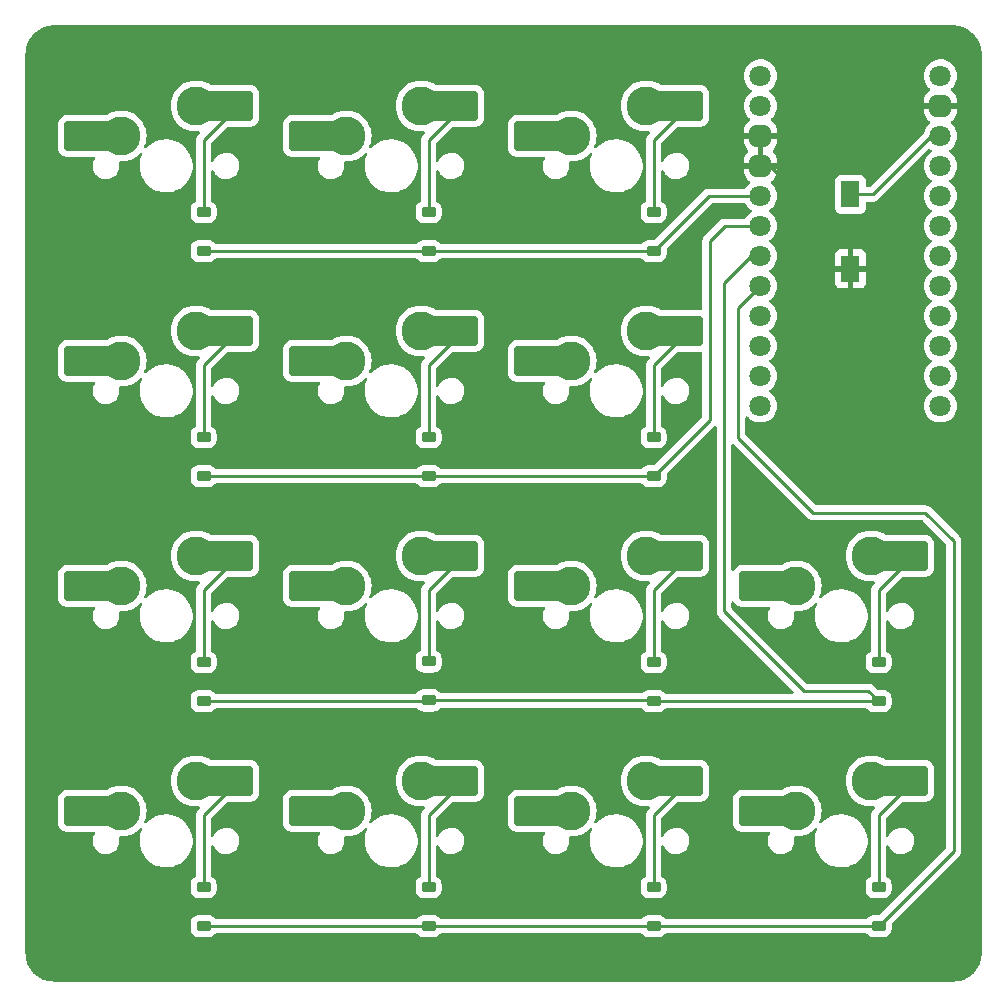
<source format=gbl>
%TF.GenerationSoftware,KiCad,Pcbnew,7.0.5*%
%TF.CreationDate,2024-08-25T19:53:10+07:00*%
%TF.ProjectId,13A-Pro,3133412d-5072-46f2-9e6b-696361645f70,rev?*%
%TF.SameCoordinates,Original*%
%TF.FileFunction,Copper,L2,Bot*%
%TF.FilePolarity,Positive*%
%FSLAX46Y46*%
G04 Gerber Fmt 4.6, Leading zero omitted, Abs format (unit mm)*
G04 Created by KiCad (PCBNEW 7.0.5) date 2024-08-25 19:53:10*
%MOMM*%
%LPD*%
G01*
G04 APERTURE LIST*
G04 Aperture macros list*
%AMRoundRect*
0 Rectangle with rounded corners*
0 $1 Rounding radius*
0 $2 $3 $4 $5 $6 $7 $8 $9 X,Y pos of 4 corners*
0 Add a 4 corners polygon primitive as box body*
4,1,4,$2,$3,$4,$5,$6,$7,$8,$9,$2,$3,0*
0 Add four circle primitives for the rounded corners*
1,1,$1+$1,$2,$3*
1,1,$1+$1,$4,$5*
1,1,$1+$1,$6,$7*
1,1,$1+$1,$8,$9*
0 Add four rect primitives between the rounded corners*
20,1,$1+$1,$2,$3,$4,$5,0*
20,1,$1+$1,$4,$5,$6,$7,0*
20,1,$1+$1,$6,$7,$8,$9,0*
20,1,$1+$1,$8,$9,$2,$3,0*%
G04 Aperture macros list end*
%TA.AperFunction,ComponentPad*%
%ADD10C,1.800000*%
%TD*%
%TA.AperFunction,ComponentPad*%
%ADD11RoundRect,0.450000X-0.450000X-0.450000X0.450000X-0.450000X0.450000X0.450000X-0.450000X0.450000X0*%
%TD*%
%TA.AperFunction,SMDPad,CuDef*%
%ADD12RoundRect,0.225000X0.375000X-0.225000X0.375000X0.225000X-0.375000X0.225000X-0.375000X-0.225000X0*%
%TD*%
%TA.AperFunction,ComponentPad*%
%ADD13C,3.300000*%
%TD*%
%TA.AperFunction,SMDPad,CuDef*%
%ADD14R,1.650000X2.500000*%
%TD*%
%TA.AperFunction,SMDPad,CuDef*%
%ADD15RoundRect,0.250000X1.025000X1.000000X-1.025000X1.000000X-1.025000X-1.000000X1.025000X-1.000000X0*%
%TD*%
%TA.AperFunction,SMDPad,CuDef*%
%ADD16R,1.597660X2.298700*%
%TD*%
%TA.AperFunction,Conductor*%
%ADD17C,0.250000*%
%TD*%
G04 APERTURE END LIST*
D10*
%TO.P,U1,1,D3-TX*%
%TO.N,unconnected-(U1-D3-TX-Pad1)*%
X139223750Y-62230000D03*
%TO.P,U1,2,D2-RX*%
%TO.N,unconnected-(U1-D2-RX-Pad2)*%
X139223750Y-64770000D03*
D11*
%TO.P,U1,3,GND*%
%TO.N,GND*%
X139223750Y-67310000D03*
%TO.P,U1,4,GND*%
X139223750Y-69850000D03*
D10*
%TO.P,U1,5,D1*%
%TO.N,ROW0*%
X139223750Y-72390000D03*
%TO.P,U1,6,D0*%
%TO.N,ROW1*%
X139223750Y-74930000D03*
%TO.P,U1,7,D4*%
%TO.N,ROW2*%
X139223750Y-77470000D03*
%TO.P,U1,8,C6*%
%TO.N,ROW3*%
X139223750Y-80010000D03*
%TO.P,U1,9,D7*%
%TO.N,COL0*%
X139223750Y-82550000D03*
%TO.P,U1,10,E6*%
%TO.N,COL2*%
X139223750Y-85090000D03*
%TO.P,U1,11,B4*%
%TO.N,COL1*%
X139223750Y-87630000D03*
%TO.P,U1,12,B5*%
%TO.N,COL3*%
X139223750Y-90170000D03*
%TO.P,U1,13,B0*%
%TO.N,unconnected-(U1-B0-Pad13)*%
X154463750Y-62230000D03*
D11*
%TO.P,U1,14,GND*%
%TO.N,GND*%
X154463750Y-64770000D03*
D10*
%TO.P,U1,15,RST*%
%TO.N,Net-(U1-RST)*%
X154463750Y-67310000D03*
%TO.P,U1,16,VCC*%
%TO.N,unconnected-(U1-VCC-Pad16)*%
X154463750Y-69850000D03*
%TO.P,U1,17,F4*%
%TO.N,unconnected-(U1-F4-Pad17)*%
X154463750Y-72390000D03*
%TO.P,U1,18,F5*%
%TO.N,unconnected-(U1-F5-Pad18)*%
X154463750Y-74930000D03*
%TO.P,U1,19,F6*%
%TO.N,unconnected-(U1-F6-Pad19)*%
X154463750Y-77470000D03*
%TO.P,U1,20,F7*%
%TO.N,unconnected-(U1-F7-Pad20)*%
X154463750Y-80010000D03*
%TO.P,U1,21,B1*%
%TO.N,unconnected-(U1-B1-Pad21)*%
X154463750Y-82550000D03*
%TO.P,U1,22,B3*%
%TO.N,unconnected-(U1-B3-Pad22)*%
X154463750Y-85090000D03*
%TO.P,U1,23,B2*%
%TO.N,unconnected-(U1-B2-Pad23)*%
X154463750Y-87630000D03*
%TO.P,U1,24,B6*%
%TO.N,unconnected-(U1-B6-Pad24)*%
X154463750Y-90170000D03*
%TD*%
D12*
%TO.P,D8,1,K*%
%TO.N,ROW2*%
X111125000Y-115093750D03*
%TO.P,D8,2,A*%
%TO.N,Net-(D8-A)*%
X111125000Y-111793750D03*
%TD*%
D13*
%TO.P,MX4,1,1*%
%TO.N,COL0*%
X85090000Y-86360000D03*
D14*
X83265000Y-86360000D03*
D15*
X81540000Y-86360000D03*
%TO.P,MX4,2,2*%
%TO.N,Net-(D4-A)*%
X94990000Y-83820000D03*
D14*
X93240000Y-83820000D03*
D13*
X91440000Y-83820000D03*
%TD*%
%TO.P,MX2,1,1*%
%TO.N,COL1*%
X104140000Y-67310000D03*
D14*
X102315000Y-67310000D03*
D15*
X100590000Y-67310000D03*
%TO.P,MX2,2,2*%
%TO.N,Net-(D2-A)*%
X114040000Y-64770000D03*
D14*
X112290000Y-64770000D03*
D13*
X110490000Y-64770000D03*
%TD*%
D12*
%TO.P,D2,1,K*%
%TO.N,ROW0*%
X111125000Y-77056250D03*
%TO.P,D2,2,A*%
%TO.N,Net-(D2-A)*%
X111125000Y-73756250D03*
%TD*%
%TO.P,D11,1,K*%
%TO.N,ROW3*%
X92075000Y-134206250D03*
%TO.P,D11,2,A*%
%TO.N,Net-(D11-A)*%
X92075000Y-130906250D03*
%TD*%
D13*
%TO.P,MX7,1,1*%
%TO.N,COL0*%
X85090000Y-105410000D03*
D14*
X83265000Y-105410000D03*
D15*
X81540000Y-105410000D03*
%TO.P,MX7,2,2*%
%TO.N,Net-(D7-A)*%
X94990000Y-102870000D03*
D14*
X93240000Y-102870000D03*
D13*
X91440000Y-102870000D03*
%TD*%
D16*
%TO.P,SW1,1,1*%
%TO.N,GND*%
X146843750Y-78555850D03*
%TO.P,SW1,2,2*%
%TO.N,Net-(U1-RST)*%
X146843750Y-72256650D03*
%TD*%
D12*
%TO.P,D7,1,K*%
%TO.N,ROW2*%
X92075000Y-115156250D03*
%TO.P,D7,2,A*%
%TO.N,Net-(D7-A)*%
X92075000Y-111856250D03*
%TD*%
%TO.P,D12,1,K*%
%TO.N,ROW3*%
X111125000Y-134206250D03*
%TO.P,D12,2,A*%
%TO.N,Net-(D12-A)*%
X111125000Y-130906250D03*
%TD*%
%TO.P,D6,1,K*%
%TO.N,ROW1*%
X130175000Y-96106250D03*
%TO.P,D6,2,A*%
%TO.N,Net-(D6-A)*%
X130175000Y-92806250D03*
%TD*%
%TO.P,D1,1,K*%
%TO.N,ROW0*%
X92075000Y-77056250D03*
%TO.P,D1,2,A*%
%TO.N,Net-(D1-A)*%
X92075000Y-73756250D03*
%TD*%
%TO.P,D13,1,K*%
%TO.N,ROW3*%
X130175000Y-134206250D03*
%TO.P,D13,2,A*%
%TO.N,Net-(D13-A)*%
X130175000Y-130906250D03*
%TD*%
D13*
%TO.P,MX14,1,1*%
%TO.N,COL3*%
X142240000Y-124460000D03*
D14*
X140415000Y-124460000D03*
D15*
X138690000Y-124460000D03*
%TO.P,MX14,2,2*%
%TO.N,Net-(D14-A)*%
X152140000Y-121920000D03*
D14*
X150390000Y-121920000D03*
D13*
X148590000Y-121920000D03*
%TD*%
D12*
%TO.P,D3,1,K*%
%TO.N,ROW0*%
X130175000Y-77056250D03*
%TO.P,D3,2,A*%
%TO.N,Net-(D3-A)*%
X130175000Y-73756250D03*
%TD*%
D13*
%TO.P,MX13,1,1*%
%TO.N,COL2*%
X123190000Y-124460000D03*
D14*
X121365000Y-124460000D03*
D15*
X119640000Y-124460000D03*
%TO.P,MX13,2,2*%
%TO.N,Net-(D13-A)*%
X133090000Y-121920000D03*
D14*
X131340000Y-121920000D03*
D13*
X129540000Y-121920000D03*
%TD*%
D12*
%TO.P,D14,1,K*%
%TO.N,ROW3*%
X149225000Y-134206250D03*
%TO.P,D14,2,A*%
%TO.N,Net-(D14-A)*%
X149225000Y-130906250D03*
%TD*%
%TO.P,D10,1,K*%
%TO.N,ROW2*%
X149225000Y-115156250D03*
%TO.P,D10,2,A*%
%TO.N,Net-(D10-A)*%
X149225000Y-111856250D03*
%TD*%
%TO.P,D5,1,K*%
%TO.N,ROW1*%
X111125000Y-96106250D03*
%TO.P,D5,2,A*%
%TO.N,Net-(D5-A)*%
X111125000Y-92806250D03*
%TD*%
D13*
%TO.P,MX5,1,1*%
%TO.N,COL1*%
X104140000Y-86360000D03*
D14*
X102315000Y-86360000D03*
D15*
X100590000Y-86360000D03*
%TO.P,MX5,2,2*%
%TO.N,Net-(D5-A)*%
X114040000Y-83820000D03*
D14*
X112290000Y-83820000D03*
D13*
X110490000Y-83820000D03*
%TD*%
D12*
%TO.P,D9,1,K*%
%TO.N,ROW2*%
X130175000Y-115156250D03*
%TO.P,D9,2,A*%
%TO.N,Net-(D9-A)*%
X130175000Y-111856250D03*
%TD*%
D13*
%TO.P,MX10,1,1*%
%TO.N,COL3*%
X142240000Y-105410000D03*
D14*
X140415000Y-105410000D03*
D15*
X138690000Y-105410000D03*
%TO.P,MX10,2,2*%
%TO.N,Net-(D10-A)*%
X152140000Y-102870000D03*
D14*
X150390000Y-102870000D03*
D13*
X148590000Y-102870000D03*
%TD*%
%TO.P,MX3,1,1*%
%TO.N,COL2*%
X123190000Y-67310000D03*
D14*
X121365000Y-67310000D03*
D15*
X119640000Y-67310000D03*
%TO.P,MX3,2,2*%
%TO.N,Net-(D3-A)*%
X133090000Y-64770000D03*
D14*
X131340000Y-64770000D03*
D13*
X129540000Y-64770000D03*
%TD*%
D12*
%TO.P,D4,1,K*%
%TO.N,ROW1*%
X92075000Y-96106250D03*
%TO.P,D4,2,A*%
%TO.N,Net-(D4-A)*%
X92075000Y-92806250D03*
%TD*%
D13*
%TO.P,MX6,1,1*%
%TO.N,COL2*%
X123190000Y-86360000D03*
D14*
X121365000Y-86360000D03*
D15*
X119640000Y-86360000D03*
%TO.P,MX6,2,2*%
%TO.N,Net-(D6-A)*%
X133090000Y-83820000D03*
D14*
X131340000Y-83820000D03*
D13*
X129540000Y-83820000D03*
%TD*%
%TO.P,MX12,1,1*%
%TO.N,COL1*%
X104140000Y-124460000D03*
D14*
X102315000Y-124460000D03*
D15*
X100590000Y-124460000D03*
%TO.P,MX12,2,2*%
%TO.N,Net-(D12-A)*%
X114040000Y-121920000D03*
D14*
X112290000Y-121920000D03*
D13*
X110490000Y-121920000D03*
%TD*%
%TO.P,MX8,1,1*%
%TO.N,COL1*%
X104140000Y-105410000D03*
D14*
X102315000Y-105410000D03*
D15*
X100590000Y-105410000D03*
%TO.P,MX8,2,2*%
%TO.N,Net-(D8-A)*%
X114040000Y-102870000D03*
D14*
X112290000Y-102870000D03*
D13*
X110490000Y-102870000D03*
%TD*%
%TO.P,MX1,1,1*%
%TO.N,COL0*%
X85090000Y-67310000D03*
D14*
X83265000Y-67310000D03*
D15*
X81540000Y-67310000D03*
%TO.P,MX1,2,2*%
%TO.N,Net-(D1-A)*%
X94990000Y-64770000D03*
D14*
X93240000Y-64770000D03*
D13*
X91440000Y-64770000D03*
%TD*%
%TO.P,MX11,1,1*%
%TO.N,COL0*%
X85090000Y-124460000D03*
D14*
X83265000Y-124460000D03*
D15*
X81540000Y-124460000D03*
%TO.P,MX11,2,2*%
%TO.N,Net-(D11-A)*%
X94990000Y-121920000D03*
D14*
X93240000Y-121920000D03*
D13*
X91440000Y-121920000D03*
%TD*%
%TO.P,MX9,1,1*%
%TO.N,COL2*%
X123190000Y-105410000D03*
D14*
X121365000Y-105410000D03*
D15*
X119640000Y-105410000D03*
%TO.P,MX9,2,2*%
%TO.N,Net-(D9-A)*%
X133090000Y-102870000D03*
D14*
X131340000Y-102870000D03*
D13*
X129540000Y-102870000D03*
%TD*%
D17*
%TO.N,ROW0*%
X111125000Y-77056250D02*
X130175000Y-77056250D01*
X130175000Y-77056250D02*
X134841250Y-72390000D01*
X134841250Y-72390000D02*
X139223750Y-72390000D01*
X92075000Y-77056250D02*
X111125000Y-77056250D01*
%TO.N,Net-(D1-A)*%
X92075000Y-67685000D02*
X94990000Y-64770000D01*
X92075000Y-73756250D02*
X92075000Y-67685000D01*
%TO.N,Net-(D2-A)*%
X111125000Y-67685000D02*
X114040000Y-64770000D01*
X111125000Y-73756250D02*
X111125000Y-67685000D01*
%TO.N,Net-(D3-A)*%
X130175000Y-73756250D02*
X130175000Y-67685000D01*
X130175000Y-67685000D02*
X133090000Y-64770000D01*
%TO.N,ROW1*%
X111125000Y-96106250D02*
X130175000Y-96106250D01*
X130175000Y-96106250D02*
X134937500Y-91343750D01*
X136207500Y-74930000D02*
X139223750Y-74930000D01*
X92075000Y-96106250D02*
X111125000Y-96106250D01*
X134937500Y-91343750D02*
X134937500Y-76200000D01*
X134937500Y-76200000D02*
X136207500Y-74930000D01*
%TO.N,Net-(D4-A)*%
X92075000Y-86735000D02*
X94990000Y-83820000D01*
X92075000Y-92806250D02*
X92075000Y-86735000D01*
%TO.N,Net-(D5-A)*%
X111125000Y-86735000D02*
X114040000Y-83820000D01*
X111125000Y-92806250D02*
X111125000Y-86735000D01*
%TO.N,Net-(D6-A)*%
X130175000Y-86735000D02*
X133090000Y-83820000D01*
X130175000Y-92806250D02*
X130175000Y-86735000D01*
%TO.N,ROW2*%
X130175000Y-115156250D02*
X149225000Y-115156250D01*
X136144000Y-107569000D02*
X142875000Y-114300000D01*
X136144000Y-79756000D02*
X136144000Y-107569000D01*
X111062500Y-115156250D02*
X111125000Y-115093750D01*
X111125000Y-115093750D02*
X130112500Y-115093750D01*
X142875000Y-114300000D02*
X148368750Y-114300000D01*
X139223750Y-77470000D02*
X138430000Y-77470000D01*
X148368750Y-114300000D02*
X149225000Y-115156250D01*
X138430000Y-77470000D02*
X136144000Y-79756000D01*
X92075000Y-115156250D02*
X111062500Y-115156250D01*
X130112500Y-115093750D02*
X130175000Y-115156250D01*
%TO.N,Net-(D7-A)*%
X92075000Y-105785000D02*
X94990000Y-102870000D01*
X92075000Y-111856250D02*
X92075000Y-105785000D01*
%TO.N,Net-(D8-A)*%
X111125000Y-105785000D02*
X114040000Y-102870000D01*
X111125000Y-111793750D02*
X111125000Y-105785000D01*
%TO.N,Net-(D9-A)*%
X130175000Y-105785000D02*
X133090000Y-102870000D01*
X130175000Y-111856250D02*
X130175000Y-105785000D01*
%TO.N,Net-(D10-A)*%
X149225000Y-111856250D02*
X149225000Y-105785000D01*
X149225000Y-105785000D02*
X152140000Y-102870000D01*
%TO.N,ROW3*%
X137318750Y-92868750D02*
X143668750Y-99218750D01*
X137318750Y-81915000D02*
X139223750Y-80010000D01*
X155575000Y-127856250D02*
X149225000Y-134206250D01*
X111125000Y-134206250D02*
X92075000Y-134206250D01*
X137318750Y-92868750D02*
X137318750Y-81915000D01*
X155575000Y-101600000D02*
X155575000Y-127856250D01*
X130175000Y-134206250D02*
X111125000Y-134206250D01*
X143668750Y-99218750D02*
X153193750Y-99218750D01*
X149225000Y-134206250D02*
X130175000Y-134206250D01*
X153193750Y-99218750D02*
X155575000Y-101600000D01*
%TO.N,Net-(D11-A)*%
X92075000Y-130906250D02*
X92075000Y-124835000D01*
X92075000Y-124835000D02*
X94990000Y-121920000D01*
%TO.N,Net-(D12-A)*%
X111125000Y-130906250D02*
X111125000Y-124835000D01*
X111125000Y-124835000D02*
X114040000Y-121920000D01*
%TO.N,Net-(D13-A)*%
X130175000Y-130906250D02*
X130175000Y-124835000D01*
X130175000Y-124835000D02*
X133090000Y-121920000D01*
%TO.N,Net-(D14-A)*%
X149225000Y-130906250D02*
X149225000Y-124835000D01*
X149225000Y-124835000D02*
X152140000Y-121920000D01*
%TO.N,GND*%
X139223750Y-69850000D02*
X139223750Y-67310000D01*
X146843750Y-78555850D02*
X146843750Y-76676250D01*
X146843750Y-76676250D02*
X140017500Y-69850000D01*
X144621250Y-67310000D02*
X147161250Y-64770000D01*
X139223750Y-67310000D02*
X144621250Y-67310000D01*
X147161250Y-64770000D02*
X154463750Y-64770000D01*
X140017500Y-69850000D02*
X139223750Y-69850000D01*
%TO.N,Net-(U1-RST)*%
X146843750Y-72256650D02*
X148723350Y-72256650D01*
X148723350Y-72256650D02*
X153670000Y-67310000D01*
X153670000Y-67310000D02*
X154463750Y-67310000D01*
%TD*%
%TA.AperFunction,Conductor*%
%TO.N,GND*%
G36*
X139473750Y-69414498D02*
G01*
X139366065Y-69365320D01*
X139259513Y-69350000D01*
X139187987Y-69350000D01*
X139081435Y-69365320D01*
X138973750Y-69414498D01*
X138973750Y-67745501D01*
X139081435Y-67794680D01*
X139187987Y-67810000D01*
X139259513Y-67810000D01*
X139366065Y-67794680D01*
X139473750Y-67745501D01*
X139473750Y-69414498D01*
G37*
%TD.AperFunction*%
%TA.AperFunction,Conductor*%
G36*
X155576868Y-57944363D02*
G01*
X155673918Y-57950233D01*
X155866464Y-57962853D01*
X155873584Y-57963736D01*
X156004432Y-57987715D01*
X156161045Y-58018868D01*
X156167358Y-58020474D01*
X156299951Y-58061792D01*
X156300136Y-58061850D01*
X156301599Y-58062326D01*
X156446210Y-58111415D01*
X156451716Y-58113583D01*
X156580914Y-58171730D01*
X156582861Y-58172648D01*
X156714126Y-58237380D01*
X156717487Y-58239038D01*
X156722135Y-58241582D01*
X156844490Y-58315548D01*
X156846802Y-58317017D01*
X156970620Y-58399750D01*
X156974406Y-58402492D01*
X157087414Y-58491029D01*
X157090057Y-58493221D01*
X157166429Y-58560197D01*
X157201601Y-58591041D01*
X157204555Y-58593809D01*
X157306189Y-58695443D01*
X157308964Y-58698405D01*
X157406777Y-58809941D01*
X157408969Y-58812584D01*
X157497506Y-58925592D01*
X157500253Y-58929385D01*
X157582967Y-59053175D01*
X157584460Y-59055524D01*
X157658412Y-59177856D01*
X157660960Y-59182511D01*
X157727336Y-59317107D01*
X157728268Y-59319084D01*
X157786415Y-59448282D01*
X157788588Y-59453801D01*
X157837665Y-59598378D01*
X157838148Y-59599862D01*
X157879518Y-59732619D01*
X157881135Y-59738974D01*
X157912284Y-59895573D01*
X157936261Y-60026412D01*
X157937145Y-60033539D01*
X157949770Y-60226163D01*
X157955637Y-60323132D01*
X157955750Y-60326878D01*
X157955750Y-136523121D01*
X157955637Y-136526867D01*
X157949770Y-136623835D01*
X157937145Y-136816459D01*
X157936261Y-136823586D01*
X157912284Y-136954425D01*
X157881135Y-137111024D01*
X157879518Y-137117379D01*
X157838148Y-137250136D01*
X157837665Y-137251620D01*
X157788588Y-137396197D01*
X157786415Y-137401716D01*
X157728268Y-137530914D01*
X157727336Y-137532891D01*
X157660960Y-137667487D01*
X157658412Y-137672142D01*
X157584460Y-137794474D01*
X157582953Y-137796845D01*
X157500253Y-137920613D01*
X157497506Y-137924406D01*
X157408969Y-138037414D01*
X157406777Y-138040057D01*
X157308964Y-138151593D01*
X157306189Y-138154555D01*
X157204555Y-138256189D01*
X157201593Y-138258964D01*
X157090057Y-138356777D01*
X157087414Y-138358969D01*
X156974406Y-138447506D01*
X156970613Y-138450253D01*
X156846845Y-138532953D01*
X156844474Y-138534460D01*
X156722142Y-138608412D01*
X156717487Y-138610960D01*
X156582891Y-138677336D01*
X156580914Y-138678268D01*
X156451716Y-138736415D01*
X156446197Y-138738588D01*
X156301620Y-138787665D01*
X156300136Y-138788148D01*
X156167379Y-138829518D01*
X156161024Y-138831135D01*
X156004425Y-138862284D01*
X155873586Y-138886261D01*
X155866459Y-138887145D01*
X155673835Y-138899770D01*
X155576868Y-138905637D01*
X155573122Y-138905750D01*
X79376878Y-138905750D01*
X79373132Y-138905637D01*
X79276163Y-138899770D01*
X79083539Y-138887145D01*
X79076412Y-138886261D01*
X78945573Y-138862284D01*
X78788974Y-138831135D01*
X78782619Y-138829518D01*
X78649862Y-138788148D01*
X78648378Y-138787665D01*
X78503801Y-138738588D01*
X78498282Y-138736415D01*
X78369084Y-138678268D01*
X78367107Y-138677336D01*
X78232511Y-138610960D01*
X78227856Y-138608412D01*
X78105524Y-138534460D01*
X78103175Y-138532967D01*
X77979385Y-138450253D01*
X77975592Y-138447506D01*
X77862584Y-138358969D01*
X77859941Y-138356777D01*
X77748405Y-138258964D01*
X77745443Y-138256189D01*
X77643809Y-138154555D01*
X77641034Y-138151593D01*
X77543221Y-138040057D01*
X77541029Y-138037414D01*
X77452492Y-137924406D01*
X77449745Y-137920613D01*
X77367017Y-137796802D01*
X77365548Y-137794490D01*
X77291582Y-137672135D01*
X77289038Y-137667487D01*
X77287380Y-137664126D01*
X77222648Y-137532861D01*
X77221730Y-137530914D01*
X77163583Y-137401716D01*
X77161415Y-137396210D01*
X77112326Y-137251599D01*
X77111850Y-137250136D01*
X77107094Y-137234873D01*
X77070474Y-137117358D01*
X77068868Y-137111045D01*
X77037714Y-136954425D01*
X77013736Y-136823584D01*
X77012853Y-136816459D01*
X77000228Y-136623835D01*
X76994363Y-136526867D01*
X76994250Y-136523123D01*
X76994250Y-134479587D01*
X90974500Y-134479587D01*
X90974501Y-134479605D01*
X90984650Y-134578957D01*
X90984651Y-134578960D01*
X91037996Y-134739944D01*
X91038001Y-134739955D01*
X91127029Y-134884290D01*
X91127032Y-134884294D01*
X91246955Y-135004217D01*
X91246959Y-135004220D01*
X91391294Y-135093248D01*
X91391297Y-135093249D01*
X91391303Y-135093253D01*
X91552292Y-135146599D01*
X91651655Y-135156750D01*
X92498344Y-135156749D01*
X92498352Y-135156748D01*
X92498355Y-135156748D01*
X92552760Y-135151190D01*
X92597708Y-135146599D01*
X92758697Y-135093253D01*
X92903044Y-135004218D01*
X93022968Y-134884294D01*
X93022971Y-134884288D01*
X93027276Y-134878845D01*
X93084296Y-134838465D01*
X93124547Y-134831750D01*
X110075453Y-134831750D01*
X110142492Y-134851435D01*
X110172724Y-134878845D01*
X110177032Y-134884294D01*
X110296956Y-135004218D01*
X110296958Y-135004219D01*
X110296959Y-135004220D01*
X110441294Y-135093248D01*
X110441297Y-135093249D01*
X110441303Y-135093253D01*
X110602292Y-135146599D01*
X110701655Y-135156750D01*
X111548344Y-135156749D01*
X111548352Y-135156748D01*
X111548355Y-135156748D01*
X111602760Y-135151190D01*
X111647708Y-135146599D01*
X111808697Y-135093253D01*
X111953044Y-135004218D01*
X112072968Y-134884294D01*
X112072971Y-134884288D01*
X112077276Y-134878845D01*
X112134296Y-134838465D01*
X112174547Y-134831750D01*
X129125453Y-134831750D01*
X129192492Y-134851435D01*
X129222724Y-134878845D01*
X129227032Y-134884294D01*
X129346956Y-135004218D01*
X129346958Y-135004219D01*
X129346959Y-135004220D01*
X129491294Y-135093248D01*
X129491297Y-135093249D01*
X129491303Y-135093253D01*
X129652292Y-135146599D01*
X129751655Y-135156750D01*
X130598344Y-135156749D01*
X130598352Y-135156748D01*
X130598355Y-135156748D01*
X130652760Y-135151190D01*
X130697708Y-135146599D01*
X130858697Y-135093253D01*
X131003044Y-135004218D01*
X131122968Y-134884294D01*
X131122971Y-134884288D01*
X131127276Y-134878845D01*
X131184296Y-134838465D01*
X131224547Y-134831750D01*
X148175453Y-134831750D01*
X148242492Y-134851435D01*
X148272724Y-134878845D01*
X148277032Y-134884294D01*
X148396956Y-135004218D01*
X148396958Y-135004219D01*
X148396959Y-135004220D01*
X148541294Y-135093248D01*
X148541297Y-135093249D01*
X148541303Y-135093253D01*
X148702292Y-135146599D01*
X148801655Y-135156750D01*
X149648344Y-135156749D01*
X149648352Y-135156748D01*
X149648355Y-135156748D01*
X149702760Y-135151190D01*
X149747708Y-135146599D01*
X149908697Y-135093253D01*
X150053044Y-135004218D01*
X150172968Y-134884294D01*
X150262003Y-134739947D01*
X150315349Y-134578958D01*
X150325500Y-134479595D01*
X150325499Y-134041701D01*
X150345183Y-133974663D01*
X150361813Y-133954026D01*
X155958788Y-128357051D01*
X155971042Y-128347236D01*
X155970859Y-128347014D01*
X155976868Y-128342041D01*
X155976877Y-128342036D01*
X156023607Y-128292272D01*
X156024846Y-128290993D01*
X156045120Y-128270721D01*
X156049379Y-128265228D01*
X156053152Y-128260811D01*
X156085062Y-128226832D01*
X156094713Y-128209274D01*
X156105396Y-128193011D01*
X156117673Y-128177186D01*
X156136185Y-128134403D01*
X156138738Y-128129191D01*
X156161197Y-128088342D01*
X156166180Y-128068930D01*
X156172481Y-128050530D01*
X156180437Y-128032146D01*
X156187729Y-127986102D01*
X156188906Y-127980421D01*
X156200500Y-127935269D01*
X156200500Y-127915233D01*
X156202027Y-127895832D01*
X156205160Y-127876054D01*
X156200775Y-127829665D01*
X156200500Y-127823827D01*
X156200500Y-101682738D01*
X156202223Y-101667121D01*
X156201938Y-101667094D01*
X156202672Y-101659332D01*
X156200531Y-101591171D01*
X156200500Y-101589224D01*
X156200500Y-101560651D01*
X156200500Y-101560650D01*
X156199629Y-101553759D01*
X156199172Y-101547945D01*
X156197709Y-101501372D01*
X156192122Y-101482144D01*
X156188174Y-101463084D01*
X156185663Y-101443204D01*
X156168512Y-101399887D01*
X156166619Y-101394358D01*
X156153618Y-101349609D01*
X156153616Y-101349606D01*
X156143423Y-101332371D01*
X156134861Y-101314894D01*
X156127487Y-101296270D01*
X156126318Y-101294661D01*
X156100079Y-101258545D01*
X156096888Y-101253686D01*
X156073172Y-101213583D01*
X156073165Y-101213574D01*
X156059006Y-101199415D01*
X156046368Y-101184619D01*
X156034594Y-101168413D01*
X155998688Y-101138709D01*
X155994376Y-101134786D01*
X153694553Y-98834962D01*
X153684730Y-98822700D01*
X153684509Y-98822884D01*
X153679536Y-98816872D01*
X153629816Y-98770182D01*
X153628416Y-98768825D01*
X153608226Y-98748634D01*
X153602736Y-98744375D01*
X153598311Y-98740597D01*
X153564332Y-98708688D01*
X153564330Y-98708686D01*
X153564327Y-98708685D01*
X153546779Y-98699038D01*
X153530513Y-98688354D01*
X153514683Y-98676075D01*
X153471918Y-98657568D01*
X153466672Y-98654998D01*
X153425843Y-98632553D01*
X153425842Y-98632552D01*
X153406443Y-98627572D01*
X153388031Y-98621268D01*
X153369648Y-98613312D01*
X153369642Y-98613310D01*
X153323624Y-98606022D01*
X153317902Y-98604837D01*
X153272771Y-98593250D01*
X153272769Y-98593250D01*
X153252734Y-98593250D01*
X153233336Y-98591723D01*
X153225912Y-98590547D01*
X153213555Y-98588590D01*
X153213554Y-98588590D01*
X153167166Y-98592975D01*
X153161328Y-98593250D01*
X143979203Y-98593250D01*
X143912164Y-98573565D01*
X143891522Y-98556931D01*
X137980569Y-92645978D01*
X137947084Y-92584655D01*
X137944250Y-92558297D01*
X137944250Y-91165701D01*
X137963935Y-91098662D01*
X138016739Y-91052907D01*
X138085897Y-91042963D01*
X138149453Y-91071988D01*
X138159470Y-91081709D01*
X138217181Y-91144400D01*
X138271963Y-91203910D01*
X138271972Y-91203918D01*
X138455115Y-91346464D01*
X138455121Y-91346468D01*
X138455124Y-91346470D01*
X138659247Y-91456936D01*
X138773237Y-91496068D01*
X138878765Y-91532297D01*
X138878767Y-91532297D01*
X138878769Y-91532298D01*
X139107701Y-91570500D01*
X139107702Y-91570500D01*
X139339798Y-91570500D01*
X139339799Y-91570500D01*
X139568731Y-91532298D01*
X139788253Y-91456936D01*
X139992376Y-91346470D01*
X140175534Y-91203913D01*
X140332729Y-91033153D01*
X140459674Y-90838849D01*
X140552907Y-90626300D01*
X140609884Y-90401305D01*
X140609885Y-90401297D01*
X140629050Y-90170006D01*
X140629050Y-90169993D01*
X140609885Y-89938702D01*
X140609883Y-89938691D01*
X140552907Y-89713699D01*
X140459674Y-89501151D01*
X140332733Y-89306852D01*
X140332730Y-89306849D01*
X140332729Y-89306847D01*
X140175534Y-89136087D01*
X139997930Y-88997853D01*
X139957118Y-88941143D01*
X139953443Y-88871370D01*
X139988074Y-88810687D01*
X139997931Y-88802146D01*
X140175534Y-88663913D01*
X140332729Y-88493153D01*
X140459674Y-88298849D01*
X140552907Y-88086300D01*
X140609884Y-87861305D01*
X140609885Y-87861297D01*
X140629050Y-87630006D01*
X140629050Y-87629993D01*
X140609885Y-87398702D01*
X140609883Y-87398691D01*
X140552907Y-87173699D01*
X140459674Y-86961151D01*
X140332733Y-86766852D01*
X140332730Y-86766849D01*
X140332729Y-86766847D01*
X140175534Y-86596087D01*
X139997930Y-86457853D01*
X139957118Y-86401143D01*
X139953443Y-86331370D01*
X139988074Y-86270687D01*
X139997931Y-86262146D01*
X140175534Y-86123913D01*
X140332729Y-85953153D01*
X140459674Y-85758849D01*
X140552907Y-85546300D01*
X140609884Y-85321305D01*
X140609885Y-85321297D01*
X140629050Y-85090006D01*
X140629050Y-85089993D01*
X140609885Y-84858702D01*
X140609883Y-84858691D01*
X140552907Y-84633699D01*
X140459674Y-84421151D01*
X140332733Y-84226852D01*
X140332730Y-84226849D01*
X140332729Y-84226847D01*
X140175534Y-84056087D01*
X139997930Y-83917853D01*
X139957118Y-83861143D01*
X139953443Y-83791370D01*
X139988074Y-83730687D01*
X139997931Y-83722146D01*
X140175534Y-83583913D01*
X140332729Y-83413153D01*
X140459674Y-83218849D01*
X140552907Y-83006300D01*
X140609884Y-82781305D01*
X140610821Y-82769998D01*
X140629050Y-82550006D01*
X140629050Y-82549993D01*
X140609885Y-82318702D01*
X140609883Y-82318691D01*
X140552907Y-82093699D01*
X140459674Y-81881151D01*
X140332733Y-81686852D01*
X140332730Y-81686849D01*
X140332729Y-81686847D01*
X140175534Y-81516087D01*
X139997930Y-81377853D01*
X139957118Y-81321143D01*
X139953443Y-81251370D01*
X139988074Y-81190687D01*
X139997931Y-81182146D01*
X140175534Y-81043913D01*
X140332729Y-80873153D01*
X140459674Y-80678849D01*
X140552907Y-80466300D01*
X140609884Y-80241305D01*
X140612876Y-80205199D01*
X140629050Y-80010006D01*
X140629050Y-80009993D01*
X140609885Y-79778702D01*
X140609883Y-79778691D01*
X140552907Y-79553699D01*
X140459674Y-79341151D01*
X140332733Y-79146852D01*
X140332730Y-79146849D01*
X140332729Y-79146847D01*
X140175534Y-78976087D01*
X139997930Y-78837853D01*
X139974899Y-78805850D01*
X145544920Y-78805850D01*
X145544920Y-79753044D01*
X145551321Y-79812572D01*
X145551323Y-79812579D01*
X145601565Y-79947286D01*
X145601569Y-79947293D01*
X145687729Y-80062387D01*
X145687732Y-80062390D01*
X145802826Y-80148550D01*
X145802833Y-80148554D01*
X145937540Y-80198796D01*
X145937547Y-80198798D01*
X145997075Y-80205199D01*
X145997092Y-80205200D01*
X146593750Y-80205200D01*
X146593750Y-78805850D01*
X147093750Y-78805850D01*
X147093750Y-80205200D01*
X147690408Y-80205200D01*
X147690424Y-80205199D01*
X147749952Y-80198798D01*
X147749959Y-80198796D01*
X147884666Y-80148554D01*
X147884673Y-80148550D01*
X147999767Y-80062390D01*
X147999770Y-80062387D01*
X148085930Y-79947293D01*
X148085934Y-79947286D01*
X148136176Y-79812579D01*
X148136178Y-79812572D01*
X148142579Y-79753044D01*
X148142580Y-79753027D01*
X148142580Y-78805850D01*
X147093750Y-78805850D01*
X146593750Y-78805850D01*
X145544920Y-78805850D01*
X139974899Y-78805850D01*
X139957118Y-78781143D01*
X139953443Y-78711370D01*
X139988074Y-78650687D01*
X139997931Y-78642146D01*
X140175534Y-78503913D01*
X140332729Y-78333153D01*
X140350567Y-78305850D01*
X145544920Y-78305850D01*
X146593750Y-78305850D01*
X146593750Y-76906500D01*
X147093750Y-76906500D01*
X147093750Y-78305850D01*
X148142580Y-78305850D01*
X148142580Y-77358672D01*
X148142579Y-77358655D01*
X148136178Y-77299127D01*
X148136176Y-77299120D01*
X148085934Y-77164413D01*
X148085930Y-77164406D01*
X147999770Y-77049312D01*
X147999767Y-77049309D01*
X147884673Y-76963149D01*
X147884666Y-76963145D01*
X147749959Y-76912903D01*
X147749952Y-76912901D01*
X147690424Y-76906500D01*
X147093750Y-76906500D01*
X146593750Y-76906500D01*
X145997075Y-76906500D01*
X145937547Y-76912901D01*
X145937540Y-76912903D01*
X145802833Y-76963145D01*
X145802826Y-76963149D01*
X145687732Y-77049309D01*
X145687729Y-77049312D01*
X145601569Y-77164406D01*
X145601565Y-77164413D01*
X145551323Y-77299120D01*
X145551321Y-77299127D01*
X145544920Y-77358655D01*
X145544920Y-78305850D01*
X140350567Y-78305850D01*
X140459674Y-78138849D01*
X140552907Y-77926300D01*
X140609884Y-77701305D01*
X140610948Y-77688465D01*
X140629050Y-77470006D01*
X140629050Y-77469993D01*
X140609885Y-77238702D01*
X140609883Y-77238691D01*
X140552907Y-77013699D01*
X140459674Y-76801151D01*
X140332733Y-76606852D01*
X140332730Y-76606849D01*
X140332729Y-76606847D01*
X140175534Y-76436087D01*
X139997930Y-76297853D01*
X139957118Y-76241143D01*
X139953443Y-76171370D01*
X139988074Y-76110687D01*
X139997931Y-76102146D01*
X140175534Y-75963913D01*
X140332729Y-75793153D01*
X140459674Y-75598849D01*
X140552907Y-75386300D01*
X140609884Y-75161305D01*
X140629050Y-74930000D01*
X140629050Y-74929993D01*
X140609885Y-74698702D01*
X140609883Y-74698691D01*
X140552907Y-74473699D01*
X140459674Y-74261151D01*
X140332733Y-74066852D01*
X140332730Y-74066849D01*
X140332729Y-74066847D01*
X140175534Y-73896087D01*
X139997930Y-73757853D01*
X139957118Y-73701143D01*
X139953443Y-73631370D01*
X139988074Y-73570687D01*
X139997931Y-73562146D01*
X140137045Y-73453870D01*
X145544420Y-73453870D01*
X145544421Y-73453876D01*
X145550828Y-73513483D01*
X145601122Y-73648328D01*
X145601126Y-73648335D01*
X145687372Y-73763544D01*
X145687375Y-73763547D01*
X145802584Y-73849793D01*
X145802591Y-73849797D01*
X145937437Y-73900091D01*
X145937436Y-73900091D01*
X145944364Y-73900835D01*
X145997047Y-73906500D01*
X147690452Y-73906499D01*
X147750063Y-73900091D01*
X147884911Y-73849796D01*
X148000126Y-73763546D01*
X148086376Y-73648331D01*
X148136671Y-73513483D01*
X148143080Y-73453873D01*
X148143080Y-73006150D01*
X148162765Y-72939111D01*
X148215569Y-72893356D01*
X148267080Y-72882150D01*
X148640607Y-72882150D01*
X148656227Y-72883874D01*
X148656254Y-72883589D01*
X148664016Y-72884323D01*
X148664016Y-72884322D01*
X148664017Y-72884323D01*
X148667349Y-72884218D01*
X148732197Y-72882181D01*
X148734144Y-72882150D01*
X148762697Y-72882150D01*
X148762700Y-72882150D01*
X148769578Y-72881280D01*
X148775391Y-72880822D01*
X148821977Y-72879359D01*
X148841219Y-72873767D01*
X148860262Y-72869824D01*
X148880142Y-72867314D01*
X148923472Y-72850157D01*
X148928996Y-72848267D01*
X148935766Y-72846300D01*
X148973740Y-72835268D01*
X148990979Y-72825072D01*
X149008453Y-72816512D01*
X149027077Y-72809138D01*
X149027077Y-72809137D01*
X149027082Y-72809136D01*
X149064799Y-72781732D01*
X149069655Y-72778542D01*
X149109770Y-72754820D01*
X149123939Y-72740649D01*
X149138729Y-72728018D01*
X149154937Y-72716244D01*
X149184649Y-72680326D01*
X149188562Y-72676026D01*
X153439435Y-68425153D01*
X153500756Y-68391670D01*
X153570448Y-68396654D01*
X153603277Y-68414983D01*
X153689569Y-68482147D01*
X153730381Y-68538857D01*
X153734056Y-68608630D01*
X153699424Y-68669313D01*
X153689568Y-68677853D01*
X153511972Y-68816081D01*
X153511969Y-68816084D01*
X153354766Y-68986852D01*
X153227825Y-69181151D01*
X153134592Y-69393699D01*
X153077616Y-69618691D01*
X153077614Y-69618702D01*
X153058450Y-69849993D01*
X153058450Y-69850006D01*
X153077614Y-70081297D01*
X153077616Y-70081308D01*
X153134592Y-70306300D01*
X153227825Y-70518848D01*
X153354766Y-70713147D01*
X153354769Y-70713151D01*
X153354771Y-70713153D01*
X153511966Y-70883913D01*
X153511969Y-70883915D01*
X153511972Y-70883918D01*
X153689568Y-71022147D01*
X153730381Y-71078857D01*
X153734056Y-71148630D01*
X153699424Y-71209313D01*
X153689568Y-71217853D01*
X153511972Y-71356081D01*
X153511969Y-71356084D01*
X153354766Y-71526852D01*
X153227825Y-71721151D01*
X153134592Y-71933699D01*
X153077616Y-72158691D01*
X153077614Y-72158702D01*
X153058450Y-72389993D01*
X153058450Y-72390006D01*
X153077614Y-72621297D01*
X153077616Y-72621308D01*
X153134592Y-72846300D01*
X153227825Y-73058848D01*
X153354766Y-73253147D01*
X153354769Y-73253151D01*
X153354771Y-73253153D01*
X153511966Y-73423913D01*
X153511969Y-73423915D01*
X153511972Y-73423918D01*
X153689568Y-73562147D01*
X153730381Y-73618857D01*
X153734056Y-73688630D01*
X153699424Y-73749313D01*
X153689568Y-73757853D01*
X153511972Y-73896081D01*
X153511969Y-73896084D01*
X153354766Y-74066852D01*
X153227825Y-74261151D01*
X153134592Y-74473699D01*
X153077616Y-74698691D01*
X153077614Y-74698702D01*
X153058450Y-74929993D01*
X153058450Y-74930006D01*
X153077614Y-75161297D01*
X153077616Y-75161308D01*
X153134592Y-75386300D01*
X153227825Y-75598848D01*
X153354766Y-75793147D01*
X153354769Y-75793151D01*
X153354771Y-75793153D01*
X153511966Y-75963913D01*
X153511969Y-75963915D01*
X153511972Y-75963918D01*
X153689568Y-76102147D01*
X153730381Y-76158857D01*
X153734056Y-76228630D01*
X153699424Y-76289313D01*
X153689568Y-76297853D01*
X153511972Y-76436081D01*
X153511969Y-76436084D01*
X153354766Y-76606852D01*
X153227825Y-76801151D01*
X153134592Y-77013699D01*
X153077616Y-77238691D01*
X153077614Y-77238702D01*
X153058450Y-77469993D01*
X153058450Y-77470006D01*
X153077614Y-77701297D01*
X153077616Y-77701308D01*
X153134592Y-77926300D01*
X153227825Y-78138848D01*
X153354766Y-78333147D01*
X153354769Y-78333151D01*
X153354771Y-78333153D01*
X153511966Y-78503913D01*
X153511969Y-78503915D01*
X153511972Y-78503918D01*
X153689568Y-78642147D01*
X153730381Y-78698857D01*
X153734056Y-78768630D01*
X153699424Y-78829313D01*
X153689568Y-78837853D01*
X153511972Y-78976081D01*
X153511969Y-78976084D01*
X153354766Y-79146852D01*
X153227825Y-79341151D01*
X153134592Y-79553699D01*
X153077616Y-79778691D01*
X153077614Y-79778702D01*
X153058450Y-80009993D01*
X153058450Y-80010006D01*
X153077614Y-80241297D01*
X153077616Y-80241308D01*
X153134592Y-80466300D01*
X153227825Y-80678848D01*
X153354766Y-80873147D01*
X153354769Y-80873151D01*
X153354771Y-80873153D01*
X153511966Y-81043913D01*
X153511969Y-81043915D01*
X153511972Y-81043918D01*
X153689568Y-81182147D01*
X153730381Y-81238857D01*
X153734056Y-81308630D01*
X153699424Y-81369313D01*
X153689568Y-81377853D01*
X153511972Y-81516081D01*
X153511969Y-81516084D01*
X153511966Y-81516086D01*
X153511966Y-81516087D01*
X153453017Y-81580122D01*
X153354766Y-81686852D01*
X153227825Y-81881151D01*
X153134592Y-82093699D01*
X153077616Y-82318691D01*
X153077614Y-82318702D01*
X153058450Y-82549993D01*
X153058450Y-82550006D01*
X153077614Y-82781297D01*
X153077616Y-82781308D01*
X153134592Y-83006300D01*
X153227825Y-83218848D01*
X153354766Y-83413147D01*
X153354769Y-83413151D01*
X153354771Y-83413153D01*
X153511966Y-83583913D01*
X153511969Y-83583915D01*
X153511972Y-83583918D01*
X153689568Y-83722147D01*
X153730381Y-83778857D01*
X153734056Y-83848630D01*
X153699424Y-83909313D01*
X153689568Y-83917853D01*
X153511972Y-84056081D01*
X153511969Y-84056084D01*
X153511966Y-84056086D01*
X153511966Y-84056087D01*
X153463949Y-84108248D01*
X153354766Y-84226852D01*
X153227825Y-84421151D01*
X153134592Y-84633699D01*
X153077616Y-84858691D01*
X153077614Y-84858702D01*
X153058450Y-85089993D01*
X153058450Y-85090006D01*
X153077614Y-85321297D01*
X153077616Y-85321308D01*
X153134592Y-85546300D01*
X153227825Y-85758848D01*
X153354766Y-85953147D01*
X153354769Y-85953151D01*
X153354771Y-85953153D01*
X153511966Y-86123913D01*
X153511969Y-86123915D01*
X153511972Y-86123918D01*
X153689568Y-86262147D01*
X153730381Y-86318857D01*
X153734056Y-86388630D01*
X153699424Y-86449313D01*
X153689568Y-86457853D01*
X153511972Y-86596081D01*
X153511969Y-86596084D01*
X153511966Y-86596086D01*
X153511966Y-86596087D01*
X153463949Y-86648248D01*
X153354766Y-86766852D01*
X153227825Y-86961151D01*
X153134592Y-87173699D01*
X153077616Y-87398691D01*
X153077614Y-87398702D01*
X153058450Y-87629993D01*
X153058450Y-87630006D01*
X153077614Y-87861297D01*
X153077616Y-87861308D01*
X153134592Y-88086300D01*
X153227825Y-88298848D01*
X153354766Y-88493147D01*
X153354769Y-88493151D01*
X153354771Y-88493153D01*
X153511966Y-88663913D01*
X153511969Y-88663915D01*
X153511972Y-88663918D01*
X153689568Y-88802147D01*
X153730381Y-88858857D01*
X153734056Y-88928630D01*
X153699424Y-88989313D01*
X153689568Y-88997853D01*
X153511972Y-89136081D01*
X153511969Y-89136084D01*
X153511966Y-89136086D01*
X153511966Y-89136087D01*
X153463949Y-89188248D01*
X153354766Y-89306852D01*
X153227825Y-89501151D01*
X153134592Y-89713699D01*
X153077616Y-89938691D01*
X153077614Y-89938702D01*
X153058450Y-90169993D01*
X153058450Y-90170006D01*
X153077614Y-90401297D01*
X153077616Y-90401308D01*
X153134592Y-90626300D01*
X153227825Y-90838848D01*
X153354766Y-91033147D01*
X153354769Y-91033151D01*
X153354771Y-91033153D01*
X153511966Y-91203913D01*
X153511969Y-91203915D01*
X153511972Y-91203918D01*
X153695115Y-91346464D01*
X153695121Y-91346468D01*
X153695124Y-91346470D01*
X153899247Y-91456936D01*
X154013237Y-91496068D01*
X154118765Y-91532297D01*
X154118767Y-91532297D01*
X154118769Y-91532298D01*
X154347701Y-91570500D01*
X154347702Y-91570500D01*
X154579798Y-91570500D01*
X154579799Y-91570500D01*
X154808731Y-91532298D01*
X155028253Y-91456936D01*
X155232376Y-91346470D01*
X155415534Y-91203913D01*
X155572729Y-91033153D01*
X155699674Y-90838849D01*
X155792907Y-90626300D01*
X155849884Y-90401305D01*
X155849885Y-90401297D01*
X155869050Y-90170006D01*
X155869050Y-90169993D01*
X155849885Y-89938702D01*
X155849883Y-89938691D01*
X155792907Y-89713699D01*
X155699674Y-89501151D01*
X155572733Y-89306852D01*
X155572730Y-89306849D01*
X155572729Y-89306847D01*
X155415534Y-89136087D01*
X155237930Y-88997853D01*
X155197118Y-88941143D01*
X155193443Y-88871370D01*
X155228074Y-88810687D01*
X155237931Y-88802146D01*
X155415534Y-88663913D01*
X155572729Y-88493153D01*
X155699674Y-88298849D01*
X155792907Y-88086300D01*
X155849884Y-87861305D01*
X155849885Y-87861297D01*
X155869050Y-87630006D01*
X155869050Y-87629993D01*
X155849885Y-87398702D01*
X155849883Y-87398691D01*
X155792907Y-87173699D01*
X155699674Y-86961151D01*
X155572733Y-86766852D01*
X155572730Y-86766849D01*
X155572729Y-86766847D01*
X155415534Y-86596087D01*
X155237930Y-86457853D01*
X155197118Y-86401143D01*
X155193443Y-86331370D01*
X155228074Y-86270687D01*
X155237931Y-86262146D01*
X155415534Y-86123913D01*
X155572729Y-85953153D01*
X155699674Y-85758849D01*
X155792907Y-85546300D01*
X155849884Y-85321305D01*
X155849885Y-85321297D01*
X155869050Y-85090006D01*
X155869050Y-85089993D01*
X155849885Y-84858702D01*
X155849883Y-84858691D01*
X155792907Y-84633699D01*
X155699674Y-84421151D01*
X155572733Y-84226852D01*
X155572730Y-84226849D01*
X155572729Y-84226847D01*
X155415534Y-84056087D01*
X155237930Y-83917853D01*
X155197118Y-83861143D01*
X155193443Y-83791370D01*
X155228074Y-83730687D01*
X155237931Y-83722146D01*
X155415534Y-83583913D01*
X155572729Y-83413153D01*
X155699674Y-83218849D01*
X155792907Y-83006300D01*
X155849884Y-82781305D01*
X155850821Y-82769998D01*
X155869050Y-82550006D01*
X155869050Y-82549993D01*
X155849885Y-82318702D01*
X155849883Y-82318691D01*
X155792907Y-82093699D01*
X155699674Y-81881151D01*
X155572733Y-81686852D01*
X155572730Y-81686849D01*
X155572729Y-81686847D01*
X155415534Y-81516087D01*
X155237930Y-81377853D01*
X155197118Y-81321143D01*
X155193443Y-81251370D01*
X155228074Y-81190687D01*
X155237931Y-81182146D01*
X155415534Y-81043913D01*
X155572729Y-80873153D01*
X155699674Y-80678849D01*
X155792907Y-80466300D01*
X155849884Y-80241305D01*
X155852876Y-80205199D01*
X155869050Y-80010006D01*
X155869050Y-80009993D01*
X155849885Y-79778702D01*
X155849883Y-79778691D01*
X155792907Y-79553699D01*
X155699674Y-79341151D01*
X155572733Y-79146852D01*
X155572730Y-79146849D01*
X155572729Y-79146847D01*
X155415534Y-78976087D01*
X155237930Y-78837853D01*
X155197118Y-78781143D01*
X155193443Y-78711370D01*
X155228074Y-78650687D01*
X155237931Y-78642146D01*
X155415534Y-78503913D01*
X155572729Y-78333153D01*
X155699674Y-78138849D01*
X155792907Y-77926300D01*
X155849884Y-77701305D01*
X155850948Y-77688465D01*
X155869050Y-77470006D01*
X155869050Y-77469993D01*
X155849885Y-77238702D01*
X155849883Y-77238691D01*
X155792907Y-77013699D01*
X155699674Y-76801151D01*
X155572733Y-76606852D01*
X155572730Y-76606849D01*
X155572729Y-76606847D01*
X155415534Y-76436087D01*
X155237930Y-76297853D01*
X155197118Y-76241143D01*
X155193443Y-76171370D01*
X155228074Y-76110687D01*
X155237931Y-76102146D01*
X155415534Y-75963913D01*
X155572729Y-75793153D01*
X155699674Y-75598849D01*
X155792907Y-75386300D01*
X155849884Y-75161305D01*
X155869050Y-74930000D01*
X155869050Y-74929993D01*
X155849885Y-74698702D01*
X155849883Y-74698691D01*
X155792907Y-74473699D01*
X155699674Y-74261151D01*
X155572733Y-74066852D01*
X155572730Y-74066849D01*
X155572729Y-74066847D01*
X155415534Y-73896087D01*
X155237930Y-73757853D01*
X155197118Y-73701143D01*
X155193443Y-73631370D01*
X155228074Y-73570687D01*
X155237931Y-73562146D01*
X155415534Y-73423913D01*
X155572729Y-73253153D01*
X155699674Y-73058849D01*
X155792907Y-72846300D01*
X155849884Y-72621305D01*
X155869050Y-72390000D01*
X155869050Y-72389993D01*
X155849885Y-72158702D01*
X155849883Y-72158691D01*
X155792907Y-71933699D01*
X155699674Y-71721151D01*
X155572733Y-71526852D01*
X155572730Y-71526849D01*
X155572729Y-71526847D01*
X155415534Y-71356087D01*
X155415529Y-71356083D01*
X155415527Y-71356081D01*
X155237931Y-71217852D01*
X155197118Y-71161142D01*
X155193443Y-71091369D01*
X155228075Y-71030686D01*
X155237915Y-71022158D01*
X155415534Y-70883913D01*
X155572729Y-70713153D01*
X155699674Y-70518849D01*
X155792907Y-70306300D01*
X155849884Y-70081305D01*
X155849885Y-70081297D01*
X155869050Y-69850006D01*
X155869050Y-69849993D01*
X155849885Y-69618702D01*
X155849883Y-69618691D01*
X155792907Y-69393699D01*
X155699674Y-69181151D01*
X155572733Y-68986852D01*
X155572730Y-68986849D01*
X155572729Y-68986847D01*
X155415534Y-68816087D01*
X155415529Y-68816083D01*
X155415527Y-68816081D01*
X155237931Y-68677852D01*
X155197118Y-68621142D01*
X155193443Y-68551369D01*
X155228075Y-68490686D01*
X155237915Y-68482158D01*
X155415534Y-68343913D01*
X155572729Y-68173153D01*
X155575597Y-68168764D01*
X155611235Y-68114215D01*
X155699674Y-67978849D01*
X155792907Y-67766300D01*
X155849884Y-67541305D01*
X155849885Y-67541297D01*
X155869050Y-67310006D01*
X155869050Y-67309993D01*
X155849885Y-67078702D01*
X155849883Y-67078691D01*
X155792907Y-66853699D01*
X155699674Y-66641151D01*
X155572733Y-66446852D01*
X155572730Y-66446849D01*
X155572729Y-66446847D01*
X155415534Y-66276087D01*
X155378298Y-66247105D01*
X155337485Y-66190395D01*
X155333811Y-66120622D01*
X155368443Y-66059939D01*
X155397050Y-66039343D01*
X155439224Y-66017313D01*
X155588965Y-65895215D01*
X155711063Y-65745474D01*
X155800521Y-65574215D01*
X155853670Y-65388461D01*
X155853671Y-65388458D01*
X155863749Y-65275097D01*
X155863750Y-65275094D01*
X155863750Y-65020000D01*
X154897436Y-65020000D01*
X154923243Y-64979844D01*
X154963750Y-64841889D01*
X154963750Y-64698111D01*
X154923243Y-64560156D01*
X154897436Y-64520000D01*
X155863749Y-64520000D01*
X155863749Y-64264907D01*
X155863748Y-64264901D01*
X155853671Y-64151539D01*
X155800521Y-63965784D01*
X155711063Y-63794525D01*
X155588965Y-63644784D01*
X155439223Y-63522686D01*
X155439221Y-63522684D01*
X155397049Y-63500655D01*
X155346742Y-63452168D01*
X155330635Y-63384180D01*
X155353842Y-63318277D01*
X155378300Y-63292893D01*
X155415534Y-63263913D01*
X155572729Y-63093153D01*
X155699674Y-62898849D01*
X155792907Y-62686300D01*
X155849884Y-62461305D01*
X155869050Y-62230000D01*
X155869050Y-62229993D01*
X155849885Y-61998702D01*
X155849883Y-61998691D01*
X155792907Y-61773699D01*
X155699674Y-61561151D01*
X155572733Y-61366852D01*
X155572730Y-61366849D01*
X155572729Y-61366847D01*
X155415534Y-61196087D01*
X155415529Y-61196083D01*
X155415527Y-61196081D01*
X155232384Y-61053535D01*
X155232378Y-61053531D01*
X155028254Y-60943064D01*
X155028245Y-60943061D01*
X154808734Y-60867702D01*
X154637032Y-60839050D01*
X154579799Y-60829500D01*
X154347701Y-60829500D01*
X154301914Y-60837140D01*
X154118765Y-60867702D01*
X153899254Y-60943061D01*
X153899245Y-60943064D01*
X153695121Y-61053531D01*
X153695115Y-61053535D01*
X153511972Y-61196081D01*
X153511969Y-61196084D01*
X153354766Y-61366852D01*
X153227825Y-61561151D01*
X153134592Y-61773699D01*
X153077616Y-61998691D01*
X153077614Y-61998702D01*
X153058450Y-62229993D01*
X153058450Y-62230006D01*
X153077614Y-62461297D01*
X153077616Y-62461308D01*
X153134592Y-62686300D01*
X153227825Y-62898848D01*
X153354766Y-63093147D01*
X153354769Y-63093151D01*
X153354771Y-63093153D01*
X153511966Y-63263913D01*
X153549200Y-63292893D01*
X153590013Y-63349604D01*
X153593688Y-63419377D01*
X153559056Y-63480060D01*
X153530451Y-63500655D01*
X153488275Y-63522686D01*
X153338534Y-63644784D01*
X153216436Y-63794525D01*
X153126978Y-63965784D01*
X153073829Y-64151538D01*
X153073828Y-64151541D01*
X153063750Y-64264902D01*
X153063750Y-64520000D01*
X154030064Y-64520000D01*
X154004257Y-64560156D01*
X153963750Y-64698111D01*
X153963750Y-64841889D01*
X154004257Y-64979844D01*
X154030064Y-65020000D01*
X153063751Y-65020000D01*
X153063751Y-65275098D01*
X153073828Y-65388460D01*
X153126978Y-65574215D01*
X153216436Y-65745474D01*
X153338534Y-65895215D01*
X153488273Y-66017311D01*
X153530450Y-66039343D01*
X153580757Y-66087830D01*
X153596864Y-66155818D01*
X153573657Y-66221721D01*
X153549202Y-66247104D01*
X153511969Y-66276084D01*
X153354766Y-66446852D01*
X153227825Y-66641151D01*
X153134595Y-66853693D01*
X153134592Y-66853703D01*
X153106649Y-66964043D01*
X153074125Y-67021282D01*
X148500578Y-71594831D01*
X148439255Y-71628316D01*
X148412897Y-71631150D01*
X148267079Y-71631150D01*
X148200040Y-71611465D01*
X148154285Y-71558661D01*
X148143079Y-71507150D01*
X148143079Y-71059429D01*
X148143078Y-71059423D01*
X148143077Y-71059416D01*
X148136671Y-70999817D01*
X148127601Y-70975500D01*
X148086377Y-70864971D01*
X148086373Y-70864964D01*
X148000127Y-70749755D01*
X148000124Y-70749752D01*
X147884915Y-70663506D01*
X147884908Y-70663502D01*
X147750062Y-70613208D01*
X147750063Y-70613208D01*
X147690463Y-70606801D01*
X147690461Y-70606800D01*
X147690453Y-70606800D01*
X147690444Y-70606800D01*
X145997049Y-70606800D01*
X145997043Y-70606801D01*
X145937436Y-70613208D01*
X145802591Y-70663502D01*
X145802584Y-70663506D01*
X145687375Y-70749752D01*
X145687372Y-70749755D01*
X145601126Y-70864964D01*
X145601122Y-70864971D01*
X145550828Y-70999817D01*
X145547510Y-71030686D01*
X145544421Y-71059423D01*
X145544420Y-71059435D01*
X145544420Y-73453870D01*
X140137045Y-73453870D01*
X140175534Y-73423913D01*
X140332729Y-73253153D01*
X140459674Y-73058849D01*
X140552907Y-72846300D01*
X140609884Y-72621305D01*
X140629050Y-72390000D01*
X140629050Y-72389993D01*
X140609885Y-72158702D01*
X140609883Y-72158691D01*
X140552907Y-71933699D01*
X140459674Y-71721151D01*
X140332733Y-71526852D01*
X140332730Y-71526849D01*
X140332729Y-71526847D01*
X140175534Y-71356087D01*
X140138298Y-71327105D01*
X140097485Y-71270395D01*
X140093811Y-71200622D01*
X140128443Y-71139939D01*
X140157050Y-71119343D01*
X140199224Y-71097313D01*
X140348965Y-70975215D01*
X140471063Y-70825474D01*
X140560521Y-70654215D01*
X140613670Y-70468461D01*
X140613671Y-70468458D01*
X140623749Y-70355097D01*
X140623750Y-70355094D01*
X140623750Y-70100000D01*
X139657436Y-70100000D01*
X139683243Y-70059844D01*
X139723750Y-69921889D01*
X139723750Y-69778111D01*
X139683243Y-69640156D01*
X139657436Y-69600000D01*
X140623749Y-69600000D01*
X140623749Y-69344907D01*
X140623748Y-69344901D01*
X140613671Y-69231539D01*
X140560521Y-69045784D01*
X140471063Y-68874525D01*
X140348963Y-68724781D01*
X140289262Y-68676102D01*
X140249744Y-68618482D01*
X140247652Y-68548643D01*
X140283650Y-68488760D01*
X140289262Y-68483898D01*
X140348963Y-68435218D01*
X140471063Y-68285474D01*
X140560521Y-68114215D01*
X140613670Y-67928461D01*
X140613671Y-67928458D01*
X140623749Y-67815097D01*
X140623750Y-67815094D01*
X140623750Y-67560000D01*
X139657436Y-67560000D01*
X139683243Y-67519844D01*
X139723750Y-67381889D01*
X139723750Y-67238111D01*
X139683243Y-67100156D01*
X139657436Y-67060000D01*
X140623749Y-67060000D01*
X140623749Y-66804907D01*
X140623748Y-66804901D01*
X140613671Y-66691539D01*
X140560521Y-66505784D01*
X140471063Y-66334525D01*
X140348965Y-66184784D01*
X140199223Y-66062686D01*
X140199221Y-66062684D01*
X140157049Y-66040655D01*
X140106742Y-65992168D01*
X140090635Y-65924180D01*
X140113842Y-65858277D01*
X140138300Y-65832893D01*
X140175534Y-65803913D01*
X140332729Y-65633153D01*
X140335597Y-65628764D01*
X140392643Y-65541448D01*
X140459674Y-65438849D01*
X140552907Y-65226300D01*
X140609884Y-65001305D01*
X140609885Y-65001297D01*
X140629050Y-64770006D01*
X140629050Y-64769993D01*
X140609885Y-64538702D01*
X140609883Y-64538691D01*
X140552907Y-64313699D01*
X140459674Y-64101151D01*
X140332733Y-63906852D01*
X140332730Y-63906849D01*
X140332729Y-63906847D01*
X140175534Y-63736087D01*
X140175529Y-63736083D01*
X140175527Y-63736081D01*
X139997931Y-63597852D01*
X139957118Y-63541142D01*
X139953443Y-63471369D01*
X139988075Y-63410686D01*
X139997915Y-63402158D01*
X140175534Y-63263913D01*
X140332729Y-63093153D01*
X140459674Y-62898849D01*
X140552907Y-62686300D01*
X140609884Y-62461305D01*
X140629050Y-62230000D01*
X140629050Y-62229993D01*
X140609885Y-61998702D01*
X140609883Y-61998691D01*
X140552907Y-61773699D01*
X140459674Y-61561151D01*
X140332733Y-61366852D01*
X140332730Y-61366849D01*
X140332729Y-61366847D01*
X140175534Y-61196087D01*
X140175529Y-61196083D01*
X140175527Y-61196081D01*
X139992384Y-61053535D01*
X139992378Y-61053531D01*
X139788254Y-60943064D01*
X139788245Y-60943061D01*
X139568734Y-60867702D01*
X139397032Y-60839050D01*
X139339799Y-60829500D01*
X139107701Y-60829500D01*
X139061914Y-60837140D01*
X138878765Y-60867702D01*
X138659254Y-60943061D01*
X138659245Y-60943064D01*
X138455121Y-61053531D01*
X138455115Y-61053535D01*
X138271972Y-61196081D01*
X138271969Y-61196084D01*
X138114766Y-61366852D01*
X137987825Y-61561151D01*
X137894592Y-61773699D01*
X137837616Y-61998691D01*
X137837614Y-61998702D01*
X137818450Y-62229993D01*
X137818450Y-62230006D01*
X137837614Y-62461297D01*
X137837616Y-62461308D01*
X137894592Y-62686300D01*
X137987825Y-62898848D01*
X138114766Y-63093147D01*
X138114769Y-63093151D01*
X138114771Y-63093153D01*
X138271966Y-63263913D01*
X138271969Y-63263915D01*
X138271972Y-63263918D01*
X138449568Y-63402147D01*
X138490381Y-63458857D01*
X138494056Y-63528630D01*
X138459424Y-63589313D01*
X138449568Y-63597853D01*
X138271972Y-63736081D01*
X138271969Y-63736084D01*
X138114766Y-63906852D01*
X137987825Y-64101151D01*
X137894592Y-64313699D01*
X137837616Y-64538691D01*
X137837614Y-64538702D01*
X137818450Y-64769993D01*
X137818450Y-64770006D01*
X137837614Y-65001297D01*
X137837616Y-65001308D01*
X137894592Y-65226300D01*
X137987825Y-65438848D01*
X138114766Y-65633147D01*
X138114769Y-65633151D01*
X138114771Y-65633153D01*
X138271966Y-65803913D01*
X138309200Y-65832893D01*
X138350013Y-65889604D01*
X138353688Y-65959377D01*
X138319056Y-66020060D01*
X138290451Y-66040655D01*
X138248275Y-66062686D01*
X138098534Y-66184784D01*
X137976436Y-66334525D01*
X137886978Y-66505784D01*
X137833829Y-66691538D01*
X137833828Y-66691541D01*
X137823750Y-66804902D01*
X137823750Y-67060000D01*
X138790064Y-67060000D01*
X138764257Y-67100156D01*
X138723750Y-67238111D01*
X138723750Y-67381889D01*
X138764257Y-67519844D01*
X138790064Y-67560000D01*
X137823751Y-67560000D01*
X137823751Y-67815098D01*
X137833828Y-67928460D01*
X137886978Y-68114215D01*
X137976436Y-68285474D01*
X138098536Y-68435217D01*
X138158237Y-68483897D01*
X138197755Y-68541517D01*
X138199847Y-68611356D01*
X138163849Y-68671238D01*
X138158239Y-68676100D01*
X138098535Y-68724783D01*
X137976436Y-68874525D01*
X137886978Y-69045784D01*
X137833829Y-69231538D01*
X137833828Y-69231541D01*
X137823750Y-69344902D01*
X137823750Y-69600000D01*
X138790064Y-69600000D01*
X138764257Y-69640156D01*
X138723750Y-69778111D01*
X138723750Y-69921889D01*
X138764257Y-70059844D01*
X138790064Y-70100000D01*
X137823751Y-70100000D01*
X137823751Y-70355098D01*
X137833828Y-70468460D01*
X137886978Y-70654215D01*
X137976436Y-70825474D01*
X138098534Y-70975215D01*
X138248273Y-71097311D01*
X138290450Y-71119343D01*
X138340757Y-71167830D01*
X138356864Y-71235818D01*
X138333657Y-71301721D01*
X138309202Y-71327104D01*
X138271969Y-71356084D01*
X138114766Y-71526852D01*
X137996208Y-71708321D01*
X137943061Y-71753678D01*
X137892399Y-71764500D01*
X134923993Y-71764500D01*
X134908372Y-71762775D01*
X134908346Y-71763061D01*
X134900583Y-71762326D01*
X134832403Y-71764469D01*
X134830456Y-71764500D01*
X134801899Y-71764500D01*
X134795016Y-71765369D01*
X134789199Y-71765826D01*
X134742623Y-71767290D01*
X134723379Y-71772881D01*
X134704329Y-71776825D01*
X134684461Y-71779334D01*
X134641134Y-71796488D01*
X134635608Y-71798379D01*
X134590864Y-71811379D01*
X134590860Y-71811381D01*
X134573616Y-71821579D01*
X134556155Y-71830133D01*
X134537524Y-71837510D01*
X134537512Y-71837517D01*
X134499820Y-71864902D01*
X134494937Y-71868109D01*
X134454830Y-71891829D01*
X134440664Y-71905995D01*
X134425874Y-71918627D01*
X134409664Y-71930404D01*
X134409661Y-71930407D01*
X134379960Y-71966309D01*
X134376027Y-71970631D01*
X130277226Y-76069431D01*
X130215903Y-76102916D01*
X130189545Y-76105750D01*
X129751662Y-76105750D01*
X129751644Y-76105751D01*
X129652292Y-76115900D01*
X129652289Y-76115901D01*
X129491305Y-76169246D01*
X129491294Y-76169251D01*
X129346959Y-76258279D01*
X129227032Y-76378205D01*
X129222724Y-76383655D01*
X129165704Y-76424035D01*
X129125453Y-76430750D01*
X112174547Y-76430750D01*
X112107508Y-76411065D01*
X112077276Y-76383655D01*
X112072967Y-76378205D01*
X111953044Y-76258282D01*
X111953041Y-76258280D01*
X111953040Y-76258279D01*
X111808705Y-76169251D01*
X111808699Y-76169248D01*
X111808697Y-76169247D01*
X111663039Y-76120981D01*
X111647709Y-76115901D01*
X111548346Y-76105750D01*
X110701662Y-76105750D01*
X110701644Y-76105751D01*
X110602292Y-76115900D01*
X110602289Y-76115901D01*
X110441305Y-76169246D01*
X110441294Y-76169251D01*
X110296959Y-76258279D01*
X110177032Y-76378205D01*
X110172724Y-76383655D01*
X110115704Y-76424035D01*
X110075453Y-76430750D01*
X93124547Y-76430750D01*
X93057508Y-76411065D01*
X93027276Y-76383655D01*
X93022967Y-76378205D01*
X92903044Y-76258282D01*
X92903041Y-76258280D01*
X92903040Y-76258279D01*
X92758705Y-76169251D01*
X92758699Y-76169248D01*
X92758697Y-76169247D01*
X92613039Y-76120981D01*
X92597709Y-76115901D01*
X92498346Y-76105750D01*
X91651662Y-76105750D01*
X91651644Y-76105751D01*
X91552292Y-76115900D01*
X91552289Y-76115901D01*
X91391305Y-76169246D01*
X91391294Y-76169251D01*
X91246959Y-76258279D01*
X91246955Y-76258282D01*
X91127032Y-76378205D01*
X91127029Y-76378209D01*
X91038001Y-76522544D01*
X91037996Y-76522555D01*
X90984651Y-76683540D01*
X90974500Y-76782897D01*
X90974500Y-77329587D01*
X90974501Y-77329605D01*
X90984650Y-77428957D01*
X90984651Y-77428960D01*
X91037996Y-77589944D01*
X91038001Y-77589955D01*
X91127029Y-77734290D01*
X91127032Y-77734294D01*
X91246955Y-77854217D01*
X91246959Y-77854220D01*
X91391294Y-77943248D01*
X91391297Y-77943249D01*
X91391303Y-77943253D01*
X91552292Y-77996599D01*
X91651655Y-78006750D01*
X92498344Y-78006749D01*
X92498352Y-78006748D01*
X92498355Y-78006748D01*
X92552760Y-78001190D01*
X92597708Y-77996599D01*
X92758697Y-77943253D01*
X92903044Y-77854218D01*
X93022968Y-77734294D01*
X93022971Y-77734288D01*
X93027276Y-77728845D01*
X93084296Y-77688465D01*
X93124547Y-77681750D01*
X110075453Y-77681750D01*
X110142492Y-77701435D01*
X110172724Y-77728845D01*
X110177032Y-77734294D01*
X110296956Y-77854218D01*
X110296958Y-77854219D01*
X110296959Y-77854220D01*
X110441294Y-77943248D01*
X110441297Y-77943249D01*
X110441303Y-77943253D01*
X110602292Y-77996599D01*
X110701655Y-78006750D01*
X111548344Y-78006749D01*
X111548352Y-78006748D01*
X111548355Y-78006748D01*
X111602760Y-78001190D01*
X111647708Y-77996599D01*
X111808697Y-77943253D01*
X111953044Y-77854218D01*
X112072968Y-77734294D01*
X112072971Y-77734288D01*
X112077276Y-77728845D01*
X112134296Y-77688465D01*
X112174547Y-77681750D01*
X129125453Y-77681750D01*
X129192492Y-77701435D01*
X129222724Y-77728845D01*
X129227032Y-77734294D01*
X129346956Y-77854218D01*
X129346958Y-77854219D01*
X129346959Y-77854220D01*
X129491294Y-77943248D01*
X129491297Y-77943249D01*
X129491303Y-77943253D01*
X129652292Y-77996599D01*
X129751655Y-78006750D01*
X130598344Y-78006749D01*
X130598352Y-78006748D01*
X130598355Y-78006748D01*
X130652760Y-78001190D01*
X130697708Y-77996599D01*
X130858697Y-77943253D01*
X131003044Y-77854218D01*
X131122968Y-77734294D01*
X131212003Y-77589947D01*
X131265349Y-77428958D01*
X131275500Y-77329595D01*
X131275499Y-76891701D01*
X131295183Y-76824663D01*
X131311813Y-76804026D01*
X135064021Y-73051819D01*
X135125345Y-73018334D01*
X135151703Y-73015500D01*
X137892399Y-73015500D01*
X137959438Y-73035185D01*
X137996208Y-73071679D01*
X138114766Y-73253147D01*
X138114769Y-73253151D01*
X138114771Y-73253153D01*
X138271966Y-73423913D01*
X138271969Y-73423915D01*
X138271972Y-73423918D01*
X138449568Y-73562147D01*
X138490381Y-73618857D01*
X138494056Y-73688630D01*
X138459424Y-73749313D01*
X138449568Y-73757853D01*
X138271972Y-73896081D01*
X138271969Y-73896084D01*
X138114766Y-74066852D01*
X137996208Y-74248321D01*
X137943061Y-74293678D01*
X137892399Y-74304500D01*
X136290237Y-74304500D01*
X136274620Y-74302776D01*
X136274593Y-74303062D01*
X136266831Y-74302327D01*
X136198671Y-74304469D01*
X136196724Y-74304500D01*
X136168150Y-74304500D01*
X136167429Y-74304590D01*
X136161257Y-74305369D01*
X136155445Y-74305826D01*
X136108873Y-74307290D01*
X136108872Y-74307290D01*
X136089629Y-74312881D01*
X136070579Y-74316825D01*
X136050711Y-74319334D01*
X136050709Y-74319335D01*
X136007384Y-74336488D01*
X136001857Y-74338380D01*
X135957110Y-74351381D01*
X135957109Y-74351382D01*
X135939867Y-74361579D01*
X135922399Y-74370137D01*
X135903769Y-74377513D01*
X135903767Y-74377514D01*
X135866076Y-74404898D01*
X135861194Y-74408105D01*
X135821079Y-74431830D01*
X135806908Y-74446000D01*
X135792123Y-74458628D01*
X135775912Y-74470407D01*
X135746209Y-74506310D01*
X135742277Y-74510631D01*
X134553708Y-75699199D01*
X134541451Y-75709020D01*
X134541634Y-75709241D01*
X134535622Y-75714214D01*
X134488932Y-75763932D01*
X134487579Y-75765329D01*
X134467389Y-75785519D01*
X134467377Y-75785532D01*
X134463121Y-75791017D01*
X134459337Y-75795447D01*
X134427437Y-75829418D01*
X134427436Y-75829420D01*
X134417784Y-75846976D01*
X134407110Y-75863226D01*
X134394829Y-75879061D01*
X134394824Y-75879068D01*
X134376315Y-75921838D01*
X134373745Y-75927084D01*
X134351303Y-75967906D01*
X134346322Y-75987307D01*
X134340021Y-76005710D01*
X134332062Y-76024102D01*
X134332061Y-76024105D01*
X134324771Y-76070127D01*
X134323587Y-76075846D01*
X134312001Y-76120972D01*
X134312000Y-76120982D01*
X134312000Y-76141016D01*
X134310473Y-76160415D01*
X134307340Y-76180194D01*
X134307340Y-76180195D01*
X134311725Y-76226583D01*
X134312000Y-76232421D01*
X134311999Y-81947203D01*
X134292314Y-82014242D01*
X134239510Y-82059997D01*
X134175397Y-82070561D01*
X134165018Y-82069500D01*
X134165009Y-82069500D01*
X132212881Y-82069500D01*
X132212873Y-82069500D01*
X130835057Y-82069500D01*
X130770629Y-82051448D01*
X130531682Y-81906141D01*
X130531674Y-81906136D01*
X130261845Y-81788934D01*
X129978560Y-81709561D01*
X129978556Y-81709560D01*
X129978555Y-81709560D01*
X129813306Y-81686847D01*
X129687099Y-81669500D01*
X129687098Y-81669500D01*
X129392902Y-81669500D01*
X129392901Y-81669500D01*
X129101445Y-81709560D01*
X129101439Y-81709561D01*
X128818154Y-81788934D01*
X128548324Y-81906137D01*
X128548319Y-81906139D01*
X128296954Y-82058998D01*
X128068743Y-82244661D01*
X127867932Y-82459676D01*
X127698282Y-82700016D01*
X127698278Y-82700022D01*
X127562927Y-82961237D01*
X127464409Y-83238440D01*
X127464404Y-83238456D01*
X127404552Y-83526486D01*
X127404551Y-83526488D01*
X127384475Y-83820000D01*
X127404551Y-84113511D01*
X127404552Y-84113513D01*
X127464404Y-84401543D01*
X127464409Y-84401559D01*
X127562927Y-84678762D01*
X127698278Y-84939977D01*
X127698282Y-84939983D01*
X127867932Y-85180323D01*
X128068743Y-85395338D01*
X128090099Y-85412712D01*
X128296951Y-85580999D01*
X128296953Y-85581000D01*
X128296954Y-85581001D01*
X128548319Y-85733860D01*
X128548324Y-85733862D01*
X128818154Y-85851065D01*
X128818159Y-85851067D01*
X129101445Y-85930440D01*
X129357681Y-85965659D01*
X129392901Y-85970500D01*
X129392902Y-85970500D01*
X129687098Y-85970500D01*
X129748217Y-85962099D01*
X129817311Y-85972471D01*
X129869830Y-86018552D01*
X129889099Y-86085713D01*
X129868999Y-86152629D01*
X129852782Y-86172625D01*
X129791208Y-86234199D01*
X129778951Y-86244020D01*
X129779134Y-86244241D01*
X129773122Y-86249214D01*
X129726432Y-86298932D01*
X129725079Y-86300329D01*
X129704889Y-86320519D01*
X129704877Y-86320532D01*
X129700621Y-86326017D01*
X129696837Y-86330447D01*
X129664937Y-86364418D01*
X129664936Y-86364420D01*
X129655284Y-86381976D01*
X129644610Y-86398226D01*
X129632329Y-86414061D01*
X129632324Y-86414068D01*
X129613815Y-86456838D01*
X129611245Y-86462084D01*
X129588803Y-86502906D01*
X129583822Y-86522307D01*
X129577521Y-86540710D01*
X129569562Y-86559102D01*
X129569561Y-86559105D01*
X129562271Y-86605127D01*
X129561087Y-86610846D01*
X129549501Y-86655972D01*
X129549500Y-86655982D01*
X129549500Y-86676016D01*
X129547973Y-86695415D01*
X129544840Y-86715194D01*
X129544840Y-86715195D01*
X129549225Y-86761583D01*
X129549500Y-86767421D01*
X129549500Y-91814143D01*
X129529815Y-91881182D01*
X129490598Y-91919681D01*
X129346956Y-92008281D01*
X129227032Y-92128205D01*
X129227029Y-92128209D01*
X129138001Y-92272544D01*
X129137996Y-92272555D01*
X129084651Y-92433540D01*
X129074500Y-92532897D01*
X129074500Y-93079587D01*
X129074501Y-93079605D01*
X129084650Y-93178957D01*
X129084651Y-93178960D01*
X129137996Y-93339944D01*
X129138001Y-93339955D01*
X129227029Y-93484290D01*
X129227032Y-93484294D01*
X129346955Y-93604217D01*
X129346959Y-93604220D01*
X129491294Y-93693248D01*
X129491297Y-93693249D01*
X129491303Y-93693253D01*
X129652292Y-93746599D01*
X129751655Y-93756750D01*
X130598344Y-93756749D01*
X130598352Y-93756748D01*
X130598355Y-93756748D01*
X130652760Y-93751190D01*
X130697708Y-93746599D01*
X130858697Y-93693253D01*
X131003044Y-93604218D01*
X131122968Y-93484294D01*
X131212003Y-93339947D01*
X131265349Y-93178958D01*
X131275500Y-93079595D01*
X131275499Y-92532906D01*
X131265349Y-92433542D01*
X131212003Y-92272553D01*
X131211999Y-92272547D01*
X131211998Y-92272544D01*
X131122970Y-92128209D01*
X131122967Y-92128205D01*
X131003044Y-92008282D01*
X131003040Y-92008279D01*
X130859402Y-91919681D01*
X130812677Y-91867733D01*
X130800500Y-91814147D01*
X130800500Y-89377644D01*
X130820185Y-89310604D01*
X130872989Y-89264850D01*
X130942147Y-89254906D01*
X131005703Y-89283931D01*
X131037292Y-89326129D01*
X131100854Y-89465310D01*
X131197117Y-89600493D01*
X131225535Y-89640400D01*
X131225540Y-89640406D01*
X131381094Y-89788725D01*
X131381096Y-89788726D01*
X131381097Y-89788727D01*
X131561920Y-89904935D01*
X131761468Y-89984822D01*
X131866997Y-90005161D01*
X131972527Y-90025500D01*
X131972528Y-90025500D01*
X132133612Y-90025500D01*
X132133618Y-90025500D01*
X132293971Y-90010188D01*
X132500209Y-89949631D01*
X132691259Y-89851138D01*
X132860217Y-89718268D01*
X133000976Y-89555824D01*
X133032542Y-89501151D01*
X133108446Y-89369680D01*
X133108448Y-89369677D01*
X133178750Y-89166554D01*
X133209339Y-88953797D01*
X133199112Y-88739096D01*
X133148437Y-88530210D01*
X133059146Y-88334690D01*
X132934466Y-88159601D01*
X132934464Y-88159599D01*
X132934459Y-88159593D01*
X132778905Y-88011274D01*
X132598080Y-87895065D01*
X132398530Y-87815177D01*
X132187473Y-87774500D01*
X132187472Y-87774500D01*
X132026382Y-87774500D01*
X131866029Y-87789812D01*
X131866025Y-87789813D01*
X131659793Y-87850368D01*
X131468736Y-87948864D01*
X131299785Y-88081729D01*
X131299782Y-88081733D01*
X131159021Y-88244178D01*
X131051553Y-88430319D01*
X131041678Y-88458849D01*
X131001148Y-88515762D01*
X130936282Y-88541728D01*
X130867676Y-88528503D01*
X130817110Y-88480286D01*
X130800500Y-88418292D01*
X130800500Y-87045451D01*
X130820185Y-86978411D01*
X130836814Y-86957775D01*
X132187771Y-85606817D01*
X132249094Y-85573333D01*
X132275452Y-85570499D01*
X134165002Y-85570499D01*
X134165008Y-85570499D01*
X134165014Y-85570498D01*
X134165021Y-85570498D01*
X134170767Y-85569910D01*
X134175392Y-85569438D01*
X134244085Y-85582204D01*
X134294972Y-85630082D01*
X134312000Y-85692795D01*
X134312000Y-91033296D01*
X134292315Y-91100335D01*
X134275681Y-91120977D01*
X130277226Y-95119431D01*
X130215903Y-95152916D01*
X130189545Y-95155750D01*
X129751662Y-95155750D01*
X129751644Y-95155751D01*
X129652292Y-95165900D01*
X129652289Y-95165901D01*
X129491305Y-95219246D01*
X129491294Y-95219251D01*
X129346959Y-95308279D01*
X129227032Y-95428205D01*
X129222724Y-95433655D01*
X129165704Y-95474035D01*
X129125453Y-95480750D01*
X112174547Y-95480750D01*
X112107508Y-95461065D01*
X112077276Y-95433655D01*
X112072967Y-95428205D01*
X111953044Y-95308282D01*
X111953041Y-95308280D01*
X111953040Y-95308279D01*
X111808705Y-95219251D01*
X111808699Y-95219248D01*
X111808697Y-95219247D01*
X111808694Y-95219246D01*
X111647709Y-95165901D01*
X111548346Y-95155750D01*
X110701662Y-95155750D01*
X110701644Y-95155751D01*
X110602292Y-95165900D01*
X110602289Y-95165901D01*
X110441305Y-95219246D01*
X110441294Y-95219251D01*
X110296959Y-95308279D01*
X110177032Y-95428205D01*
X110172724Y-95433655D01*
X110115704Y-95474035D01*
X110075453Y-95480750D01*
X93124547Y-95480750D01*
X93057508Y-95461065D01*
X93027276Y-95433655D01*
X93022967Y-95428205D01*
X92903044Y-95308282D01*
X92903041Y-95308280D01*
X92903040Y-95308279D01*
X92758705Y-95219251D01*
X92758699Y-95219248D01*
X92758697Y-95219247D01*
X92758694Y-95219246D01*
X92597709Y-95165901D01*
X92498346Y-95155750D01*
X91651662Y-95155750D01*
X91651644Y-95155751D01*
X91552292Y-95165900D01*
X91552289Y-95165901D01*
X91391305Y-95219246D01*
X91391294Y-95219251D01*
X91246959Y-95308279D01*
X91246955Y-95308282D01*
X91127032Y-95428205D01*
X91127029Y-95428209D01*
X91038001Y-95572544D01*
X91037996Y-95572555D01*
X90984651Y-95733540D01*
X90974500Y-95832897D01*
X90974500Y-96379587D01*
X90974501Y-96379605D01*
X90984650Y-96478957D01*
X90984651Y-96478960D01*
X91037996Y-96639944D01*
X91038001Y-96639955D01*
X91127029Y-96784290D01*
X91127032Y-96784294D01*
X91246955Y-96904217D01*
X91246959Y-96904220D01*
X91391294Y-96993248D01*
X91391297Y-96993249D01*
X91391303Y-96993253D01*
X91552292Y-97046599D01*
X91651655Y-97056750D01*
X92498344Y-97056749D01*
X92498352Y-97056748D01*
X92498355Y-97056748D01*
X92552760Y-97051190D01*
X92597708Y-97046599D01*
X92758697Y-96993253D01*
X92903044Y-96904218D01*
X93022968Y-96784294D01*
X93022971Y-96784288D01*
X93027276Y-96778845D01*
X93084296Y-96738465D01*
X93124547Y-96731750D01*
X110075453Y-96731750D01*
X110142492Y-96751435D01*
X110172724Y-96778845D01*
X110177032Y-96784294D01*
X110296956Y-96904218D01*
X110296958Y-96904219D01*
X110296959Y-96904220D01*
X110441294Y-96993248D01*
X110441297Y-96993249D01*
X110441303Y-96993253D01*
X110602292Y-97046599D01*
X110701655Y-97056750D01*
X111548344Y-97056749D01*
X111548352Y-97056748D01*
X111548355Y-97056748D01*
X111602760Y-97051190D01*
X111647708Y-97046599D01*
X111808697Y-96993253D01*
X111953044Y-96904218D01*
X112072968Y-96784294D01*
X112072971Y-96784288D01*
X112077276Y-96778845D01*
X112134296Y-96738465D01*
X112174547Y-96731750D01*
X129125453Y-96731750D01*
X129192492Y-96751435D01*
X129222724Y-96778845D01*
X129227032Y-96784294D01*
X129346956Y-96904218D01*
X129346958Y-96904219D01*
X129346959Y-96904220D01*
X129491294Y-96993248D01*
X129491297Y-96993249D01*
X129491303Y-96993253D01*
X129652292Y-97046599D01*
X129751655Y-97056750D01*
X130598344Y-97056749D01*
X130598352Y-97056748D01*
X130598355Y-97056748D01*
X130652760Y-97051190D01*
X130697708Y-97046599D01*
X130858697Y-96993253D01*
X131003044Y-96904218D01*
X131122968Y-96784294D01*
X131212003Y-96639947D01*
X131265349Y-96478958D01*
X131275500Y-96379595D01*
X131275499Y-95941701D01*
X131295183Y-95874663D01*
X131311813Y-95854026D01*
X135306819Y-91859021D01*
X135368142Y-91825536D01*
X135437834Y-91830520D01*
X135493767Y-91872392D01*
X135518184Y-91937856D01*
X135518500Y-91946702D01*
X135518500Y-107486255D01*
X135516775Y-107501872D01*
X135517061Y-107501899D01*
X135516326Y-107509666D01*
X135518469Y-107577846D01*
X135518500Y-107579793D01*
X135518500Y-107608343D01*
X135518501Y-107608360D01*
X135519368Y-107615231D01*
X135519826Y-107621050D01*
X135521290Y-107667624D01*
X135521291Y-107667627D01*
X135526880Y-107686867D01*
X135530824Y-107705911D01*
X135531813Y-107713734D01*
X135533336Y-107725791D01*
X135550490Y-107769119D01*
X135552382Y-107774647D01*
X135565381Y-107819388D01*
X135575580Y-107836634D01*
X135584138Y-107854103D01*
X135591514Y-107872732D01*
X135618898Y-107910423D01*
X135622106Y-107915307D01*
X135645827Y-107955416D01*
X135645833Y-107955424D01*
X135659990Y-107969580D01*
X135672627Y-107984375D01*
X135684406Y-108000587D01*
X135714118Y-108025167D01*
X135720309Y-108030288D01*
X135724620Y-108034210D01*
X140487007Y-112796598D01*
X142009478Y-114319069D01*
X142042963Y-114380392D01*
X142037979Y-114450084D01*
X141996107Y-114506017D01*
X141930643Y-114530434D01*
X141921797Y-114530750D01*
X131224547Y-114530750D01*
X131157508Y-114511065D01*
X131127276Y-114483655D01*
X131122967Y-114478205D01*
X131065917Y-114421155D01*
X131003044Y-114358282D01*
X131003041Y-114358280D01*
X131003040Y-114358279D01*
X130858705Y-114269251D01*
X130858699Y-114269248D01*
X130858697Y-114269247D01*
X130858694Y-114269246D01*
X130697709Y-114215901D01*
X130598346Y-114205750D01*
X129751662Y-114205750D01*
X129751644Y-114205751D01*
X129652292Y-114215900D01*
X129652289Y-114215901D01*
X129491305Y-114269246D01*
X129491294Y-114269251D01*
X129346959Y-114358279D01*
X129346955Y-114358282D01*
X129273307Y-114431931D01*
X129211984Y-114465416D01*
X129185626Y-114468250D01*
X112174547Y-114468250D01*
X112107508Y-114448565D01*
X112077276Y-114421155D01*
X112072967Y-114415705D01*
X112015541Y-114358279D01*
X111953044Y-114295782D01*
X111953041Y-114295780D01*
X111953040Y-114295779D01*
X111808705Y-114206751D01*
X111808699Y-114206748D01*
X111808697Y-114206747D01*
X111805688Y-114205750D01*
X111647709Y-114153401D01*
X111548346Y-114143250D01*
X110701662Y-114143250D01*
X110701644Y-114143251D01*
X110602292Y-114153400D01*
X110602289Y-114153401D01*
X110441305Y-114206746D01*
X110441294Y-114206751D01*
X110296959Y-114295779D01*
X110177030Y-114415707D01*
X110142403Y-114471847D01*
X110090455Y-114518572D01*
X110036865Y-114530750D01*
X93124547Y-114530750D01*
X93057508Y-114511065D01*
X93027276Y-114483655D01*
X93022967Y-114478205D01*
X92965917Y-114421155D01*
X92903044Y-114358282D01*
X92903041Y-114358280D01*
X92903040Y-114358279D01*
X92758705Y-114269251D01*
X92758699Y-114269248D01*
X92758697Y-114269247D01*
X92758694Y-114269246D01*
X92597709Y-114215901D01*
X92498346Y-114205750D01*
X91651662Y-114205750D01*
X91651644Y-114205751D01*
X91552292Y-114215900D01*
X91552289Y-114215901D01*
X91391305Y-114269246D01*
X91391294Y-114269251D01*
X91246959Y-114358279D01*
X91246955Y-114358282D01*
X91127032Y-114478205D01*
X91127029Y-114478209D01*
X91038001Y-114622544D01*
X91037996Y-114622555D01*
X90984651Y-114783540D01*
X90974500Y-114882897D01*
X90974500Y-115429587D01*
X90974501Y-115429605D01*
X90984650Y-115528957D01*
X90984651Y-115528960D01*
X91037996Y-115689944D01*
X91038001Y-115689955D01*
X91127029Y-115834290D01*
X91127032Y-115834294D01*
X91246955Y-115954217D01*
X91246959Y-115954220D01*
X91391294Y-116043248D01*
X91391297Y-116043249D01*
X91391303Y-116043253D01*
X91552292Y-116096599D01*
X91651655Y-116106750D01*
X92498344Y-116106749D01*
X92498352Y-116106748D01*
X92498355Y-116106748D01*
X92552760Y-116101190D01*
X92597708Y-116096599D01*
X92758697Y-116043253D01*
X92903044Y-115954218D01*
X93022968Y-115834294D01*
X93022971Y-115834288D01*
X93027276Y-115828845D01*
X93084296Y-115788465D01*
X93124547Y-115781750D01*
X110135626Y-115781750D01*
X110202665Y-115801435D01*
X110223307Y-115818069D01*
X110296955Y-115891717D01*
X110296959Y-115891720D01*
X110441294Y-115980748D01*
X110441297Y-115980749D01*
X110441303Y-115980753D01*
X110602292Y-116034099D01*
X110701655Y-116044250D01*
X111548344Y-116044249D01*
X111548352Y-116044248D01*
X111548355Y-116044248D01*
X111602760Y-116038690D01*
X111647708Y-116034099D01*
X111808697Y-115980753D01*
X111953044Y-115891718D01*
X112072968Y-115771794D01*
X112072971Y-115771788D01*
X112077276Y-115766345D01*
X112134296Y-115725965D01*
X112174547Y-115719250D01*
X129086865Y-115719250D01*
X129153904Y-115738935D01*
X129192403Y-115778153D01*
X129227030Y-115834292D01*
X129227031Y-115834293D01*
X129227032Y-115834294D01*
X129346956Y-115954218D01*
X129346958Y-115954219D01*
X129346959Y-115954220D01*
X129491294Y-116043248D01*
X129491297Y-116043249D01*
X129491303Y-116043253D01*
X129652292Y-116096599D01*
X129751655Y-116106750D01*
X130598344Y-116106749D01*
X130598352Y-116106748D01*
X130598355Y-116106748D01*
X130652760Y-116101190D01*
X130697708Y-116096599D01*
X130858697Y-116043253D01*
X131003044Y-115954218D01*
X131122968Y-115834294D01*
X131122971Y-115834288D01*
X131127276Y-115828845D01*
X131184296Y-115788465D01*
X131224547Y-115781750D01*
X148175453Y-115781750D01*
X148242492Y-115801435D01*
X148272724Y-115828845D01*
X148277032Y-115834294D01*
X148396956Y-115954218D01*
X148396958Y-115954219D01*
X148396959Y-115954220D01*
X148541294Y-116043248D01*
X148541297Y-116043249D01*
X148541303Y-116043253D01*
X148702292Y-116096599D01*
X148801655Y-116106750D01*
X149648344Y-116106749D01*
X149648352Y-116106748D01*
X149648355Y-116106748D01*
X149702760Y-116101190D01*
X149747708Y-116096599D01*
X149908697Y-116043253D01*
X150053044Y-115954218D01*
X150172968Y-115834294D01*
X150262003Y-115689947D01*
X150315349Y-115528958D01*
X150325500Y-115429595D01*
X150325499Y-114882906D01*
X150315349Y-114783542D01*
X150262003Y-114622553D01*
X150261999Y-114622547D01*
X150261998Y-114622544D01*
X150172970Y-114478209D01*
X150172967Y-114478205D01*
X150053044Y-114358282D01*
X150053040Y-114358279D01*
X149908705Y-114269251D01*
X149908699Y-114269248D01*
X149908697Y-114269247D01*
X149908694Y-114269246D01*
X149747709Y-114215901D01*
X149648352Y-114205750D01*
X149648345Y-114205750D01*
X149210453Y-114205750D01*
X149143414Y-114186065D01*
X149122772Y-114169431D01*
X148869553Y-113916212D01*
X148859730Y-113903950D01*
X148859509Y-113904134D01*
X148854536Y-113898122D01*
X148804816Y-113851432D01*
X148803416Y-113850075D01*
X148783226Y-113829884D01*
X148777736Y-113825625D01*
X148773311Y-113821847D01*
X148739332Y-113789938D01*
X148739330Y-113789936D01*
X148739327Y-113789935D01*
X148721779Y-113780288D01*
X148705513Y-113769604D01*
X148689683Y-113757325D01*
X148646918Y-113738818D01*
X148641672Y-113736248D01*
X148600843Y-113713803D01*
X148600842Y-113713802D01*
X148581443Y-113708822D01*
X148563031Y-113702518D01*
X148544648Y-113694562D01*
X148544642Y-113694560D01*
X148498624Y-113687272D01*
X148492902Y-113686087D01*
X148447771Y-113674500D01*
X148447769Y-113674500D01*
X148427734Y-113674500D01*
X148408336Y-113672973D01*
X148400912Y-113671797D01*
X148388555Y-113669840D01*
X148388554Y-113669840D01*
X148342166Y-113674225D01*
X148336328Y-113674500D01*
X143185453Y-113674500D01*
X143118414Y-113654815D01*
X143097772Y-113638181D01*
X136805819Y-107346227D01*
X136772334Y-107284904D01*
X136769500Y-107258546D01*
X136769500Y-106824995D01*
X136789185Y-106757956D01*
X136841989Y-106712201D01*
X136911147Y-106702257D01*
X136974703Y-106731282D01*
X136999039Y-106759899D01*
X137063974Y-106865178D01*
X137072288Y-106878656D01*
X137196344Y-107002712D01*
X137345666Y-107094814D01*
X137512203Y-107149999D01*
X137614991Y-107160500D01*
X139542118Y-107160499D01*
X139542127Y-107160500D01*
X139911428Y-107160499D01*
X139978466Y-107180183D01*
X140024221Y-107232987D01*
X140034165Y-107302146D01*
X140018814Y-107346499D01*
X139941553Y-107480319D01*
X139871251Y-107683442D01*
X139871250Y-107683444D01*
X139840661Y-107896200D01*
X139840660Y-107896202D01*
X139850887Y-108110901D01*
X139901563Y-108319791D01*
X139901565Y-108319795D01*
X139920202Y-108360605D01*
X139990854Y-108515310D01*
X140115534Y-108690399D01*
X140115535Y-108690400D01*
X140115540Y-108690406D01*
X140271094Y-108838725D01*
X140271096Y-108838726D01*
X140271097Y-108838727D01*
X140451920Y-108954935D01*
X140651468Y-109034822D01*
X140756997Y-109055161D01*
X140862527Y-109075500D01*
X140862528Y-109075500D01*
X141023612Y-109075500D01*
X141023618Y-109075500D01*
X141183971Y-109060188D01*
X141390209Y-108999631D01*
X141581259Y-108901138D01*
X141750217Y-108768268D01*
X141890976Y-108605824D01*
X141998448Y-108419677D01*
X142068750Y-108216554D01*
X142099339Y-108003797D01*
X142089112Y-107789096D01*
X142070829Y-107713732D01*
X142074154Y-107643943D01*
X142114682Y-107587029D01*
X142179547Y-107561061D01*
X142191334Y-107560500D01*
X142387099Y-107560500D01*
X142418520Y-107556180D01*
X142678555Y-107520440D01*
X142961841Y-107441067D01*
X143231682Y-107323859D01*
X143483049Y-107170999D01*
X143711260Y-106985335D01*
X143801715Y-106888480D01*
X143861856Y-106852923D01*
X143931677Y-106855525D01*
X143989008Y-106895462D01*
X144015646Y-106960055D01*
X144004816Y-107025314D01*
X143955433Y-107131732D01*
X143950882Y-107141540D01*
X143948258Y-107149999D01*
X143861854Y-107428535D01*
X143811874Y-107724842D01*
X143801833Y-108025167D01*
X143831910Y-108324142D01*
X143831911Y-108324149D01*
X143901568Y-108616441D01*
X143901571Y-108616453D01*
X144009566Y-108896853D01*
X144009573Y-108896868D01*
X144153979Y-109160375D01*
X144153983Y-109160381D01*
X144245296Y-109284312D01*
X144332223Y-109402290D01*
X144541121Y-109618289D01*
X144776946Y-109804518D01*
X145035487Y-109957652D01*
X145312133Y-110074960D01*
X145312136Y-110074960D01*
X145312139Y-110074962D01*
X145457039Y-110114654D01*
X145601946Y-110154348D01*
X145899755Y-110194400D01*
X145899760Y-110194400D01*
X146125041Y-110194400D01*
X146288513Y-110183456D01*
X146349819Y-110179352D01*
X146644287Y-110119499D01*
X146928151Y-110020931D01*
X147196343Y-109885407D01*
X147444080Y-109715346D01*
X147666939Y-109513782D01*
X147860943Y-109284312D01*
X148022631Y-109031032D01*
X148149118Y-108758460D01*
X148238146Y-108471462D01*
X148288126Y-108175158D01*
X148298167Y-107874836D01*
X148268089Y-107575855D01*
X148264563Y-107561061D01*
X148242455Y-107468289D01*
X148198430Y-107283551D01*
X148090431Y-107003140D01*
X147946021Y-106739625D01*
X147767777Y-106497710D01*
X147558879Y-106281711D01*
X147558872Y-106281705D01*
X147323055Y-106095483D01*
X147323056Y-106095483D01*
X147323054Y-106095482D01*
X147064513Y-105942348D01*
X146787867Y-105825040D01*
X146787860Y-105825037D01*
X146498059Y-105745653D01*
X146498056Y-105745652D01*
X146498054Y-105745652D01*
X146200245Y-105705600D01*
X145974967Y-105705600D01*
X145974959Y-105705600D01*
X145750183Y-105720647D01*
X145750174Y-105720649D01*
X145455710Y-105780501D01*
X145171847Y-105879069D01*
X145171844Y-105879071D01*
X144903662Y-106014589D01*
X144655918Y-106184655D01*
X144433062Y-106386216D01*
X144433056Y-106386222D01*
X144427901Y-106392320D01*
X144369584Y-106430804D01*
X144299720Y-106431649D01*
X144240489Y-106394589D01*
X144210697Y-106331389D01*
X144216372Y-106270733D01*
X144246964Y-106184655D01*
X144315592Y-105991554D01*
X144315592Y-105991549D01*
X144315595Y-105991543D01*
X144359449Y-105780501D01*
X144375448Y-105703511D01*
X144395525Y-105410000D01*
X144375448Y-105116489D01*
X144347177Y-104980440D01*
X144315595Y-104828456D01*
X144315590Y-104828440D01*
X144245420Y-104631001D01*
X144217072Y-104551236D01*
X144081722Y-104290024D01*
X144081721Y-104290022D01*
X144081717Y-104290016D01*
X143912067Y-104049676D01*
X143845129Y-103978004D01*
X143711260Y-103834665D01*
X143711258Y-103834664D01*
X143711256Y-103834661D01*
X143483045Y-103648998D01*
X143231680Y-103496139D01*
X143231675Y-103496137D01*
X142961845Y-103378934D01*
X142678560Y-103299561D01*
X142678556Y-103299560D01*
X142678555Y-103299560D01*
X142532826Y-103279529D01*
X142387099Y-103259500D01*
X142387098Y-103259500D01*
X142092902Y-103259500D01*
X142092901Y-103259500D01*
X141801445Y-103299560D01*
X141801439Y-103299561D01*
X141518154Y-103378934D01*
X141248324Y-103496137D01*
X141248319Y-103496139D01*
X141009370Y-103641448D01*
X140944942Y-103659500D01*
X137614998Y-103659500D01*
X137614981Y-103659501D01*
X137512203Y-103670000D01*
X137512200Y-103670001D01*
X137345668Y-103725185D01*
X137345663Y-103725187D01*
X137196342Y-103817289D01*
X137072289Y-103941342D01*
X137072287Y-103941344D01*
X137072288Y-103941344D01*
X137016288Y-104032136D01*
X136999039Y-104060101D01*
X136947091Y-104106825D01*
X136878129Y-104118048D01*
X136814046Y-104090204D01*
X136775190Y-104032136D01*
X136769500Y-103995004D01*
X136769500Y-102870000D01*
X146434475Y-102870000D01*
X146454551Y-103163511D01*
X146454552Y-103163513D01*
X146514404Y-103451543D01*
X146514409Y-103451559D01*
X146612927Y-103728762D01*
X146748278Y-103989977D01*
X146748282Y-103989983D01*
X146917932Y-104230323D01*
X147118743Y-104445338D01*
X147140099Y-104462712D01*
X147346951Y-104630999D01*
X147346953Y-104631000D01*
X147346954Y-104631001D01*
X147598319Y-104783860D01*
X147598324Y-104783862D01*
X147868154Y-104901065D01*
X147868159Y-104901067D01*
X148151445Y-104980440D01*
X148407681Y-105015659D01*
X148442901Y-105020500D01*
X148442902Y-105020500D01*
X148737098Y-105020500D01*
X148798217Y-105012099D01*
X148867311Y-105022471D01*
X148919830Y-105068552D01*
X148939099Y-105135713D01*
X148918999Y-105202629D01*
X148902782Y-105222625D01*
X148841208Y-105284199D01*
X148828951Y-105294020D01*
X148829134Y-105294241D01*
X148823122Y-105299214D01*
X148776432Y-105348932D01*
X148775079Y-105350329D01*
X148754889Y-105370519D01*
X148754877Y-105370532D01*
X148750621Y-105376017D01*
X148746837Y-105380447D01*
X148714937Y-105414418D01*
X148714936Y-105414420D01*
X148705284Y-105431976D01*
X148694610Y-105448226D01*
X148682329Y-105464061D01*
X148682324Y-105464068D01*
X148663815Y-105506838D01*
X148661245Y-105512084D01*
X148638803Y-105552906D01*
X148633822Y-105572307D01*
X148627521Y-105590710D01*
X148619562Y-105609102D01*
X148619561Y-105609105D01*
X148612271Y-105655127D01*
X148611087Y-105660846D01*
X148599501Y-105705972D01*
X148599500Y-105705982D01*
X148599500Y-105726016D01*
X148597973Y-105745415D01*
X148594840Y-105765194D01*
X148594840Y-105765195D01*
X148599225Y-105811583D01*
X148599500Y-105817421D01*
X148599500Y-110864143D01*
X148579815Y-110931182D01*
X148540598Y-110969681D01*
X148396956Y-111058281D01*
X148277032Y-111178205D01*
X148277029Y-111178209D01*
X148188001Y-111322544D01*
X148187996Y-111322555D01*
X148134651Y-111483540D01*
X148124500Y-111582897D01*
X148124500Y-112129587D01*
X148124501Y-112129605D01*
X148134650Y-112228957D01*
X148134651Y-112228960D01*
X148187996Y-112389944D01*
X148188001Y-112389955D01*
X148277029Y-112534290D01*
X148277032Y-112534294D01*
X148396955Y-112654217D01*
X148396959Y-112654220D01*
X148541294Y-112743248D01*
X148541297Y-112743249D01*
X148541303Y-112743253D01*
X148702292Y-112796599D01*
X148801655Y-112806750D01*
X149648344Y-112806749D01*
X149648352Y-112806748D01*
X149648355Y-112806748D01*
X149702760Y-112801190D01*
X149747708Y-112796599D01*
X149908697Y-112743253D01*
X150053044Y-112654218D01*
X150172968Y-112534294D01*
X150262003Y-112389947D01*
X150315349Y-112228958D01*
X150325500Y-112129595D01*
X150325499Y-111582906D01*
X150319113Y-111520394D01*
X150315349Y-111483542D01*
X150315348Y-111483539D01*
X150262003Y-111322553D01*
X150261999Y-111322547D01*
X150261998Y-111322544D01*
X150172970Y-111178209D01*
X150172967Y-111178205D01*
X150053043Y-111058281D01*
X149909402Y-110969681D01*
X149862678Y-110917733D01*
X149850500Y-110864143D01*
X149850500Y-108427644D01*
X149870185Y-108360605D01*
X149922989Y-108314850D01*
X149992147Y-108304906D01*
X150055703Y-108333931D01*
X150087292Y-108376129D01*
X150150854Y-108515310D01*
X150275534Y-108690399D01*
X150275535Y-108690400D01*
X150275540Y-108690406D01*
X150431094Y-108838725D01*
X150431096Y-108838726D01*
X150431097Y-108838727D01*
X150611920Y-108954935D01*
X150811468Y-109034822D01*
X150916997Y-109055161D01*
X151022527Y-109075500D01*
X151022528Y-109075500D01*
X151183612Y-109075500D01*
X151183618Y-109075500D01*
X151343971Y-109060188D01*
X151550209Y-108999631D01*
X151741259Y-108901138D01*
X151910217Y-108768268D01*
X152050976Y-108605824D01*
X152158448Y-108419677D01*
X152228750Y-108216554D01*
X152259339Y-108003797D01*
X152249112Y-107789096D01*
X152198437Y-107580210D01*
X152109146Y-107384690D01*
X151984466Y-107209601D01*
X151984464Y-107209599D01*
X151984459Y-107209593D01*
X151828905Y-107061274D01*
X151648080Y-106945065D01*
X151448530Y-106865177D01*
X151237473Y-106824500D01*
X151237472Y-106824500D01*
X151076382Y-106824500D01*
X150916029Y-106839812D01*
X150916025Y-106839813D01*
X150709793Y-106900368D01*
X150518736Y-106998864D01*
X150349785Y-107131729D01*
X150349782Y-107131733D01*
X150209021Y-107294178D01*
X150101553Y-107480319D01*
X150091680Y-107508846D01*
X150051151Y-107565760D01*
X149986286Y-107591728D01*
X149917679Y-107578504D01*
X149867113Y-107530289D01*
X149850500Y-107468289D01*
X149850500Y-106095451D01*
X149870185Y-106028412D01*
X149886814Y-106007775D01*
X151237771Y-104656817D01*
X151299094Y-104623333D01*
X151325452Y-104620499D01*
X153215002Y-104620499D01*
X153215008Y-104620499D01*
X153317797Y-104609999D01*
X153484334Y-104554814D01*
X153633656Y-104462712D01*
X153757712Y-104338656D01*
X153849814Y-104189334D01*
X153904999Y-104022797D01*
X153915500Y-103920009D01*
X153915499Y-101819992D01*
X153908351Y-101750022D01*
X153904999Y-101717203D01*
X153904998Y-101717200D01*
X153893578Y-101682738D01*
X153849814Y-101550666D01*
X153757712Y-101401344D01*
X153633656Y-101277288D01*
X153507403Y-101199415D01*
X153484336Y-101185187D01*
X153484331Y-101185185D01*
X153482623Y-101184619D01*
X153317797Y-101130001D01*
X153317795Y-101130000D01*
X153215016Y-101119500D01*
X153215009Y-101119500D01*
X151262881Y-101119500D01*
X151262873Y-101119500D01*
X149885057Y-101119500D01*
X149820629Y-101101448D01*
X149581682Y-100956141D01*
X149581674Y-100956136D01*
X149311845Y-100838934D01*
X149028560Y-100759561D01*
X149028556Y-100759560D01*
X149028555Y-100759560D01*
X148882826Y-100739529D01*
X148737099Y-100719500D01*
X148737098Y-100719500D01*
X148442902Y-100719500D01*
X148442901Y-100719500D01*
X148151445Y-100759560D01*
X148151439Y-100759561D01*
X147868154Y-100838934D01*
X147598324Y-100956137D01*
X147598319Y-100956139D01*
X147346954Y-101108998D01*
X147118743Y-101294661D01*
X146917932Y-101509676D01*
X146748282Y-101750016D01*
X146748278Y-101750022D01*
X146612927Y-102011237D01*
X146514409Y-102288440D01*
X146514404Y-102288456D01*
X146454552Y-102576486D01*
X146454551Y-102576488D01*
X146434475Y-102870000D01*
X136769500Y-102870000D01*
X136769500Y-93503452D01*
X136789185Y-93436413D01*
X136841989Y-93390658D01*
X136911147Y-93380714D01*
X136974703Y-93409739D01*
X136981180Y-93415770D01*
X140205353Y-96639944D01*
X143167947Y-99602538D01*
X143177772Y-99614801D01*
X143177993Y-99614619D01*
X143182961Y-99620624D01*
X143232682Y-99667316D01*
X143234082Y-99668673D01*
X143254273Y-99688865D01*
X143254277Y-99688868D01*
X143254279Y-99688870D01*
X143259761Y-99693123D01*
X143264193Y-99696907D01*
X143298168Y-99728812D01*
X143315726Y-99738464D01*
X143331985Y-99749145D01*
X143347814Y-99761423D01*
X143390588Y-99779932D01*
X143395806Y-99782488D01*
X143436658Y-99804947D01*
X143456066Y-99809930D01*
X143474467Y-99816230D01*
X143492854Y-99824187D01*
X143536238Y-99831058D01*
X143538869Y-99831475D01*
X143544589Y-99832659D01*
X143589731Y-99844250D01*
X143609766Y-99844250D01*
X143629164Y-99845776D01*
X143648944Y-99848909D01*
X143648945Y-99848910D01*
X143648945Y-99848909D01*
X143648946Y-99848910D01*
X143695333Y-99844525D01*
X143701172Y-99844250D01*
X152883298Y-99844250D01*
X152950337Y-99863935D01*
X152970979Y-99880569D01*
X154913182Y-101822772D01*
X154946666Y-101884093D01*
X154949500Y-101910451D01*
X154949500Y-127545796D01*
X154929815Y-127612835D01*
X154913181Y-127633477D01*
X149327226Y-133219431D01*
X149265903Y-133252916D01*
X149239545Y-133255750D01*
X148801662Y-133255750D01*
X148801644Y-133255751D01*
X148702292Y-133265900D01*
X148702289Y-133265901D01*
X148541305Y-133319246D01*
X148541294Y-133319251D01*
X148396959Y-133408279D01*
X148277032Y-133528205D01*
X148272724Y-133533655D01*
X148215704Y-133574035D01*
X148175453Y-133580750D01*
X131224547Y-133580750D01*
X131157508Y-133561065D01*
X131127276Y-133533655D01*
X131122967Y-133528205D01*
X131003044Y-133408282D01*
X131003041Y-133408280D01*
X131003040Y-133408279D01*
X130858705Y-133319251D01*
X130858699Y-133319248D01*
X130858697Y-133319247D01*
X130858694Y-133319246D01*
X130697709Y-133265901D01*
X130598346Y-133255750D01*
X129751662Y-133255750D01*
X129751644Y-133255751D01*
X129652292Y-133265900D01*
X129652289Y-133265901D01*
X129491305Y-133319246D01*
X129491294Y-133319251D01*
X129346959Y-133408279D01*
X129227032Y-133528205D01*
X129222724Y-133533655D01*
X129165704Y-133574035D01*
X129125453Y-133580750D01*
X112174547Y-133580750D01*
X112107508Y-133561065D01*
X112077276Y-133533655D01*
X112072967Y-133528205D01*
X111953044Y-133408282D01*
X111953041Y-133408280D01*
X111953040Y-133408279D01*
X111808705Y-133319251D01*
X111808699Y-133319248D01*
X111808697Y-133319247D01*
X111808694Y-133319246D01*
X111647709Y-133265901D01*
X111548346Y-133255750D01*
X110701662Y-133255750D01*
X110701644Y-133255751D01*
X110602292Y-133265900D01*
X110602289Y-133265901D01*
X110441305Y-133319246D01*
X110441294Y-133319251D01*
X110296959Y-133408279D01*
X110177032Y-133528205D01*
X110172724Y-133533655D01*
X110115704Y-133574035D01*
X110075453Y-133580750D01*
X93124547Y-133580750D01*
X93057508Y-133561065D01*
X93027276Y-133533655D01*
X93022967Y-133528205D01*
X93022966Y-133528204D01*
X92903044Y-133408282D01*
X92903041Y-133408280D01*
X92903040Y-133408279D01*
X92758705Y-133319251D01*
X92758699Y-133319248D01*
X92758697Y-133319247D01*
X92758694Y-133319246D01*
X92597709Y-133265901D01*
X92498346Y-133255750D01*
X91651662Y-133255750D01*
X91651644Y-133255751D01*
X91552292Y-133265900D01*
X91552289Y-133265901D01*
X91391305Y-133319246D01*
X91391294Y-133319251D01*
X91246959Y-133408279D01*
X91246955Y-133408282D01*
X91127032Y-133528205D01*
X91127029Y-133528209D01*
X91038001Y-133672544D01*
X91037996Y-133672555D01*
X90984651Y-133833540D01*
X90974500Y-133932897D01*
X90974500Y-134479587D01*
X76994250Y-134479587D01*
X76994250Y-125510001D01*
X79764500Y-125510001D01*
X79764501Y-125510018D01*
X79775000Y-125612796D01*
X79775001Y-125612799D01*
X79830185Y-125779331D01*
X79830187Y-125779336D01*
X79855470Y-125820326D01*
X79922288Y-125928656D01*
X80046344Y-126052712D01*
X80195666Y-126144814D01*
X80362203Y-126199999D01*
X80464991Y-126210500D01*
X82392118Y-126210499D01*
X82392127Y-126210500D01*
X82761428Y-126210499D01*
X82828466Y-126230183D01*
X82874221Y-126282987D01*
X82884165Y-126352146D01*
X82868814Y-126396499D01*
X82791553Y-126530319D01*
X82721251Y-126733442D01*
X82721250Y-126733444D01*
X82690661Y-126946200D01*
X82690660Y-126946202D01*
X82700887Y-127160901D01*
X82751563Y-127369791D01*
X82751565Y-127369795D01*
X82770202Y-127410605D01*
X82840854Y-127565310D01*
X82965534Y-127740399D01*
X82965535Y-127740400D01*
X82965540Y-127740406D01*
X83121094Y-127888725D01*
X83121096Y-127888726D01*
X83121097Y-127888727D01*
X83301920Y-128004935D01*
X83501468Y-128084822D01*
X83606997Y-128105161D01*
X83712527Y-128125500D01*
X83712528Y-128125500D01*
X83873612Y-128125500D01*
X83873618Y-128125500D01*
X84033971Y-128110188D01*
X84240209Y-128049631D01*
X84431259Y-127951138D01*
X84600217Y-127818268D01*
X84740976Y-127655824D01*
X84848448Y-127469677D01*
X84918750Y-127266554D01*
X84949339Y-127053797D01*
X84939112Y-126839096D01*
X84920829Y-126763732D01*
X84924154Y-126693943D01*
X84964682Y-126637029D01*
X85029547Y-126611061D01*
X85041334Y-126610500D01*
X85237099Y-126610500D01*
X85268520Y-126606180D01*
X85528555Y-126570440D01*
X85811841Y-126491067D01*
X86081682Y-126373859D01*
X86333049Y-126220999D01*
X86561260Y-126035335D01*
X86651715Y-125938480D01*
X86711856Y-125902923D01*
X86781677Y-125905525D01*
X86839008Y-125945462D01*
X86865646Y-126010055D01*
X86854816Y-126075314D01*
X86805433Y-126181732D01*
X86800882Y-126191540D01*
X86798258Y-126199999D01*
X86711854Y-126478535D01*
X86661874Y-126774842D01*
X86651833Y-127075167D01*
X86681910Y-127374142D01*
X86681911Y-127374149D01*
X86751568Y-127666441D01*
X86751571Y-127666453D01*
X86859566Y-127946853D01*
X86859573Y-127946868D01*
X87003979Y-128210375D01*
X87003983Y-128210381D01*
X87095296Y-128334312D01*
X87182223Y-128452290D01*
X87391121Y-128668289D01*
X87626946Y-128854518D01*
X87885487Y-129007652D01*
X88162133Y-129124960D01*
X88162136Y-129124960D01*
X88162139Y-129124962D01*
X88307039Y-129164654D01*
X88451946Y-129204348D01*
X88749755Y-129244400D01*
X88749760Y-129244400D01*
X88975041Y-129244400D01*
X89138513Y-129233456D01*
X89199819Y-129229352D01*
X89494287Y-129169499D01*
X89778151Y-129070931D01*
X90046343Y-128935407D01*
X90294080Y-128765346D01*
X90516939Y-128563782D01*
X90710943Y-128334312D01*
X90872631Y-128081032D01*
X90999118Y-127808460D01*
X91088146Y-127521462D01*
X91138126Y-127225158D01*
X91148167Y-126924836D01*
X91118089Y-126625855D01*
X91114563Y-126611061D01*
X91092455Y-126518289D01*
X91048430Y-126333551D01*
X90940431Y-126053140D01*
X90796021Y-125789625D01*
X90617777Y-125547710D01*
X90408879Y-125331711D01*
X90408872Y-125331705D01*
X90173055Y-125145483D01*
X90173056Y-125145483D01*
X90173054Y-125145482D01*
X89914513Y-124992348D01*
X89637867Y-124875040D01*
X89637860Y-124875037D01*
X89348059Y-124795653D01*
X89348056Y-124795652D01*
X89348054Y-124795652D01*
X89050245Y-124755600D01*
X88824967Y-124755600D01*
X88824959Y-124755600D01*
X88600183Y-124770647D01*
X88600174Y-124770649D01*
X88305710Y-124830501D01*
X88021847Y-124929069D01*
X88021844Y-124929071D01*
X87753662Y-125064589D01*
X87505918Y-125234655D01*
X87283062Y-125436216D01*
X87283056Y-125436222D01*
X87277901Y-125442320D01*
X87219584Y-125480804D01*
X87149720Y-125481649D01*
X87090489Y-125444589D01*
X87060697Y-125381389D01*
X87066372Y-125320733D01*
X87096964Y-125234655D01*
X87165592Y-125041554D01*
X87165592Y-125041549D01*
X87165595Y-125041543D01*
X87209449Y-124830501D01*
X87225448Y-124753511D01*
X87245525Y-124460000D01*
X87225448Y-124166489D01*
X87197177Y-124030440D01*
X87165595Y-123878456D01*
X87165590Y-123878440D01*
X87095420Y-123681001D01*
X87067072Y-123601236D01*
X86931722Y-123340024D01*
X86931721Y-123340022D01*
X86931717Y-123340016D01*
X86762067Y-123099676D01*
X86695130Y-123028004D01*
X86561260Y-122884665D01*
X86561258Y-122884664D01*
X86561256Y-122884661D01*
X86333045Y-122698998D01*
X86081680Y-122546139D01*
X86081675Y-122546137D01*
X85811845Y-122428934D01*
X85528560Y-122349561D01*
X85528556Y-122349560D01*
X85528555Y-122349560D01*
X85382826Y-122329529D01*
X85237099Y-122309500D01*
X85237098Y-122309500D01*
X84942902Y-122309500D01*
X84942901Y-122309500D01*
X84651445Y-122349560D01*
X84651439Y-122349561D01*
X84368154Y-122428934D01*
X84098324Y-122546137D01*
X84098319Y-122546139D01*
X83859370Y-122691448D01*
X83794942Y-122709500D01*
X80464998Y-122709500D01*
X80464981Y-122709501D01*
X80362203Y-122720000D01*
X80362200Y-122720001D01*
X80195668Y-122775185D01*
X80195663Y-122775187D01*
X80046342Y-122867289D01*
X79922289Y-122991342D01*
X79830187Y-123140663D01*
X79830185Y-123140666D01*
X79830186Y-123140666D01*
X79775001Y-123307203D01*
X79775001Y-123307204D01*
X79775000Y-123307204D01*
X79764500Y-123409983D01*
X79764500Y-125510001D01*
X76994250Y-125510001D01*
X76994250Y-121920000D01*
X89284475Y-121920000D01*
X89304551Y-122213511D01*
X89304552Y-122213513D01*
X89364404Y-122501543D01*
X89364409Y-122501559D01*
X89462927Y-122778762D01*
X89598278Y-123039977D01*
X89598282Y-123039983D01*
X89767932Y-123280323D01*
X89968743Y-123495338D01*
X89990099Y-123512712D01*
X90196951Y-123680999D01*
X90196953Y-123681000D01*
X90196954Y-123681001D01*
X90448319Y-123833860D01*
X90448324Y-123833862D01*
X90718154Y-123951065D01*
X90718159Y-123951067D01*
X91001445Y-124030440D01*
X91257681Y-124065659D01*
X91292901Y-124070500D01*
X91292902Y-124070500D01*
X91587098Y-124070500D01*
X91648217Y-124062099D01*
X91717311Y-124072471D01*
X91769830Y-124118552D01*
X91789099Y-124185713D01*
X91768999Y-124252629D01*
X91752782Y-124272625D01*
X91691208Y-124334199D01*
X91678951Y-124344020D01*
X91679134Y-124344241D01*
X91673122Y-124349214D01*
X91626432Y-124398932D01*
X91625079Y-124400329D01*
X91604889Y-124420519D01*
X91604877Y-124420532D01*
X91600621Y-124426017D01*
X91596837Y-124430447D01*
X91564937Y-124464418D01*
X91564936Y-124464420D01*
X91555284Y-124481976D01*
X91544610Y-124498226D01*
X91532329Y-124514061D01*
X91532324Y-124514068D01*
X91513815Y-124556838D01*
X91511245Y-124562084D01*
X91488803Y-124602906D01*
X91483822Y-124622307D01*
X91477521Y-124640710D01*
X91469562Y-124659102D01*
X91469561Y-124659105D01*
X91462271Y-124705127D01*
X91461087Y-124710846D01*
X91449501Y-124755972D01*
X91449500Y-124755982D01*
X91449500Y-124776016D01*
X91447973Y-124795415D01*
X91444840Y-124815194D01*
X91444840Y-124815195D01*
X91449225Y-124861583D01*
X91449500Y-124867421D01*
X91449500Y-129914143D01*
X91429815Y-129981182D01*
X91390598Y-130019681D01*
X91246956Y-130108281D01*
X91127032Y-130228205D01*
X91127029Y-130228209D01*
X91038001Y-130372544D01*
X91037996Y-130372555D01*
X90984651Y-130533540D01*
X90974500Y-130632897D01*
X90974500Y-131179587D01*
X90974501Y-131179605D01*
X90984650Y-131278957D01*
X90984651Y-131278960D01*
X91037996Y-131439944D01*
X91038001Y-131439955D01*
X91127029Y-131584290D01*
X91127032Y-131584294D01*
X91246955Y-131704217D01*
X91246959Y-131704220D01*
X91391294Y-131793248D01*
X91391297Y-131793249D01*
X91391303Y-131793253D01*
X91552292Y-131846599D01*
X91651655Y-131856750D01*
X92498344Y-131856749D01*
X92498352Y-131856748D01*
X92498355Y-131856748D01*
X92552760Y-131851190D01*
X92597708Y-131846599D01*
X92758697Y-131793253D01*
X92903044Y-131704218D01*
X93022968Y-131584294D01*
X93112003Y-131439947D01*
X93165349Y-131278958D01*
X93175500Y-131179595D01*
X93175499Y-130632906D01*
X93165349Y-130533542D01*
X93112003Y-130372553D01*
X93111999Y-130372547D01*
X93111998Y-130372544D01*
X93022970Y-130228209D01*
X93022967Y-130228205D01*
X92903043Y-130108281D01*
X92759402Y-130019681D01*
X92712678Y-129967733D01*
X92700500Y-129914143D01*
X92700500Y-127477644D01*
X92720185Y-127410605D01*
X92772989Y-127364850D01*
X92842147Y-127354906D01*
X92905703Y-127383931D01*
X92937292Y-127426129D01*
X93000854Y-127565310D01*
X93125534Y-127740399D01*
X93125535Y-127740400D01*
X93125540Y-127740406D01*
X93281094Y-127888725D01*
X93281096Y-127888726D01*
X93281097Y-127888727D01*
X93461920Y-128004935D01*
X93661468Y-128084822D01*
X93766998Y-128105161D01*
X93872527Y-128125500D01*
X93872528Y-128125500D01*
X94033612Y-128125500D01*
X94033618Y-128125500D01*
X94193971Y-128110188D01*
X94400209Y-128049631D01*
X94591259Y-127951138D01*
X94760217Y-127818268D01*
X94900976Y-127655824D01*
X95008448Y-127469677D01*
X95078750Y-127266554D01*
X95109339Y-127053797D01*
X95099112Y-126839096D01*
X95048437Y-126630210D01*
X94959146Y-126434690D01*
X94834466Y-126259601D01*
X94834464Y-126259599D01*
X94834459Y-126259593D01*
X94678905Y-126111274D01*
X94498080Y-125995065D01*
X94298530Y-125915177D01*
X94087473Y-125874500D01*
X94087472Y-125874500D01*
X93926382Y-125874500D01*
X93766028Y-125889812D01*
X93766029Y-125889812D01*
X93766025Y-125889813D01*
X93559793Y-125950368D01*
X93368736Y-126048864D01*
X93199785Y-126181729D01*
X93199782Y-126181733D01*
X93059021Y-126344178D01*
X92951553Y-126530319D01*
X92941680Y-126558846D01*
X92901151Y-126615760D01*
X92836286Y-126641728D01*
X92767679Y-126628504D01*
X92717113Y-126580289D01*
X92700500Y-126518289D01*
X92700500Y-125510001D01*
X98814500Y-125510001D01*
X98814501Y-125510018D01*
X98825000Y-125612796D01*
X98825001Y-125612799D01*
X98880185Y-125779331D01*
X98880187Y-125779336D01*
X98905470Y-125820326D01*
X98972288Y-125928656D01*
X99096344Y-126052712D01*
X99245666Y-126144814D01*
X99412203Y-126199999D01*
X99514991Y-126210500D01*
X101442118Y-126210499D01*
X101442127Y-126210500D01*
X101811428Y-126210499D01*
X101878466Y-126230183D01*
X101924221Y-126282987D01*
X101934165Y-126352146D01*
X101918814Y-126396499D01*
X101841553Y-126530319D01*
X101771251Y-126733442D01*
X101771250Y-126733444D01*
X101740661Y-126946200D01*
X101740660Y-126946202D01*
X101750887Y-127160901D01*
X101801563Y-127369791D01*
X101801565Y-127369795D01*
X101820202Y-127410605D01*
X101890854Y-127565310D01*
X102015534Y-127740399D01*
X102015535Y-127740400D01*
X102015540Y-127740406D01*
X102171094Y-127888725D01*
X102171096Y-127888726D01*
X102171097Y-127888727D01*
X102351920Y-128004935D01*
X102551468Y-128084822D01*
X102656997Y-128105160D01*
X102762527Y-128125500D01*
X102762528Y-128125500D01*
X102923612Y-128125500D01*
X102923618Y-128125500D01*
X103083971Y-128110188D01*
X103290209Y-128049631D01*
X103481259Y-127951138D01*
X103650217Y-127818268D01*
X103790976Y-127655824D01*
X103898448Y-127469677D01*
X103968750Y-127266554D01*
X103999339Y-127053797D01*
X103989112Y-126839096D01*
X103970829Y-126763732D01*
X103974154Y-126693943D01*
X104014682Y-126637029D01*
X104079547Y-126611061D01*
X104091334Y-126610500D01*
X104287099Y-126610500D01*
X104318520Y-126606180D01*
X104578555Y-126570440D01*
X104861841Y-126491067D01*
X105131682Y-126373859D01*
X105383049Y-126220999D01*
X105611260Y-126035335D01*
X105701715Y-125938480D01*
X105761856Y-125902923D01*
X105831677Y-125905525D01*
X105889008Y-125945462D01*
X105915646Y-126010055D01*
X105904816Y-126075314D01*
X105855433Y-126181732D01*
X105850882Y-126191540D01*
X105848258Y-126199999D01*
X105761854Y-126478535D01*
X105711874Y-126774842D01*
X105701833Y-127075167D01*
X105731910Y-127374142D01*
X105731911Y-127374149D01*
X105801568Y-127666441D01*
X105801571Y-127666453D01*
X105909566Y-127946853D01*
X105909573Y-127946868D01*
X106053979Y-128210375D01*
X106053983Y-128210381D01*
X106145296Y-128334312D01*
X106232223Y-128452290D01*
X106441121Y-128668289D01*
X106676946Y-128854518D01*
X106935487Y-129007652D01*
X107212133Y-129124960D01*
X107212136Y-129124960D01*
X107212139Y-129124962D01*
X107357039Y-129164654D01*
X107501946Y-129204348D01*
X107799755Y-129244400D01*
X107799760Y-129244400D01*
X108025041Y-129244400D01*
X108188513Y-129233456D01*
X108249819Y-129229352D01*
X108544287Y-129169499D01*
X108828151Y-129070931D01*
X109096343Y-128935407D01*
X109344080Y-128765346D01*
X109566939Y-128563782D01*
X109760943Y-128334312D01*
X109922631Y-128081032D01*
X110049118Y-127808460D01*
X110138146Y-127521462D01*
X110188126Y-127225158D01*
X110198167Y-126924836D01*
X110168089Y-126625855D01*
X110164563Y-126611061D01*
X110142455Y-126518289D01*
X110098430Y-126333551D01*
X109990431Y-126053140D01*
X109846021Y-125789625D01*
X109667777Y-125547710D01*
X109458879Y-125331711D01*
X109458872Y-125331705D01*
X109223055Y-125145483D01*
X109223056Y-125145483D01*
X109223054Y-125145482D01*
X108964513Y-124992348D01*
X108687867Y-124875040D01*
X108687860Y-124875037D01*
X108398059Y-124795653D01*
X108398056Y-124795652D01*
X108398054Y-124795652D01*
X108100245Y-124755600D01*
X107874967Y-124755600D01*
X107874959Y-124755600D01*
X107650183Y-124770647D01*
X107650174Y-124770649D01*
X107355710Y-124830501D01*
X107071847Y-124929069D01*
X107071844Y-124929071D01*
X106803662Y-125064589D01*
X106555918Y-125234655D01*
X106333062Y-125436216D01*
X106333056Y-125436222D01*
X106327901Y-125442320D01*
X106269584Y-125480804D01*
X106199720Y-125481649D01*
X106140489Y-125444589D01*
X106110697Y-125381389D01*
X106116372Y-125320733D01*
X106146964Y-125234655D01*
X106215592Y-125041554D01*
X106215592Y-125041549D01*
X106215595Y-125041543D01*
X106259449Y-124830501D01*
X106275448Y-124753511D01*
X106295525Y-124460000D01*
X106275448Y-124166489D01*
X106247177Y-124030440D01*
X106215595Y-123878456D01*
X106215590Y-123878440D01*
X106145420Y-123681001D01*
X106117072Y-123601236D01*
X105981722Y-123340024D01*
X105981721Y-123340022D01*
X105981717Y-123340016D01*
X105812067Y-123099676D01*
X105745129Y-123028004D01*
X105611260Y-122884665D01*
X105611258Y-122884664D01*
X105611256Y-122884661D01*
X105383045Y-122698998D01*
X105131680Y-122546139D01*
X105131675Y-122546137D01*
X104861845Y-122428934D01*
X104578560Y-122349561D01*
X104578556Y-122349560D01*
X104578555Y-122349560D01*
X104432826Y-122329529D01*
X104287099Y-122309500D01*
X104287098Y-122309500D01*
X103992902Y-122309500D01*
X103992901Y-122309500D01*
X103701445Y-122349560D01*
X103701439Y-122349561D01*
X103418154Y-122428934D01*
X103148324Y-122546137D01*
X103148319Y-122546139D01*
X102909370Y-122691448D01*
X102844942Y-122709500D01*
X99514998Y-122709500D01*
X99514981Y-122709501D01*
X99412203Y-122720000D01*
X99412200Y-122720001D01*
X99245668Y-122775185D01*
X99245663Y-122775187D01*
X99096342Y-122867289D01*
X98972289Y-122991342D01*
X98880187Y-123140663D01*
X98880185Y-123140666D01*
X98880186Y-123140666D01*
X98825001Y-123307203D01*
X98825001Y-123307204D01*
X98825000Y-123307204D01*
X98814500Y-123409983D01*
X98814500Y-125510001D01*
X92700500Y-125510001D01*
X92700500Y-125145451D01*
X92720185Y-125078412D01*
X92736814Y-125057775D01*
X94087771Y-123706817D01*
X94149094Y-123673333D01*
X94175452Y-123670499D01*
X96065002Y-123670499D01*
X96065008Y-123670499D01*
X96167797Y-123659999D01*
X96334334Y-123604814D01*
X96483656Y-123512712D01*
X96607712Y-123388656D01*
X96699814Y-123239334D01*
X96754999Y-123072797D01*
X96765500Y-122970009D01*
X96765499Y-121920000D01*
X108334475Y-121920000D01*
X108354551Y-122213511D01*
X108354552Y-122213513D01*
X108414404Y-122501543D01*
X108414409Y-122501559D01*
X108512927Y-122778762D01*
X108648278Y-123039977D01*
X108648282Y-123039983D01*
X108817932Y-123280323D01*
X109018743Y-123495338D01*
X109040099Y-123512712D01*
X109246951Y-123680999D01*
X109246953Y-123681000D01*
X109246954Y-123681001D01*
X109498319Y-123833860D01*
X109498324Y-123833862D01*
X109768154Y-123951065D01*
X109768159Y-123951067D01*
X110051445Y-124030440D01*
X110307681Y-124065659D01*
X110342901Y-124070500D01*
X110342902Y-124070500D01*
X110637098Y-124070500D01*
X110698217Y-124062099D01*
X110767311Y-124072471D01*
X110819830Y-124118552D01*
X110839099Y-124185713D01*
X110818999Y-124252629D01*
X110802782Y-124272625D01*
X110741208Y-124334199D01*
X110728951Y-124344020D01*
X110729134Y-124344241D01*
X110723122Y-124349214D01*
X110676432Y-124398932D01*
X110675079Y-124400329D01*
X110654889Y-124420519D01*
X110654877Y-124420532D01*
X110650621Y-124426017D01*
X110646837Y-124430447D01*
X110614937Y-124464418D01*
X110614936Y-124464420D01*
X110605284Y-124481976D01*
X110594610Y-124498226D01*
X110582329Y-124514061D01*
X110582324Y-124514068D01*
X110563815Y-124556838D01*
X110561245Y-124562084D01*
X110538803Y-124602906D01*
X110533822Y-124622307D01*
X110527521Y-124640710D01*
X110519562Y-124659102D01*
X110519561Y-124659105D01*
X110512271Y-124705127D01*
X110511087Y-124710846D01*
X110499501Y-124755972D01*
X110499500Y-124755982D01*
X110499500Y-124776016D01*
X110497973Y-124795415D01*
X110494840Y-124815194D01*
X110494840Y-124815195D01*
X110499225Y-124861583D01*
X110499500Y-124867421D01*
X110499500Y-129914143D01*
X110479815Y-129981182D01*
X110440598Y-130019681D01*
X110296956Y-130108281D01*
X110177032Y-130228205D01*
X110177029Y-130228209D01*
X110088001Y-130372544D01*
X110087996Y-130372555D01*
X110034651Y-130533540D01*
X110024500Y-130632897D01*
X110024500Y-131179587D01*
X110024501Y-131179605D01*
X110034650Y-131278957D01*
X110034651Y-131278960D01*
X110087996Y-131439944D01*
X110088001Y-131439955D01*
X110177029Y-131584290D01*
X110177032Y-131584294D01*
X110296955Y-131704217D01*
X110296959Y-131704220D01*
X110441294Y-131793248D01*
X110441297Y-131793249D01*
X110441303Y-131793253D01*
X110602292Y-131846599D01*
X110701655Y-131856750D01*
X111548344Y-131856749D01*
X111548352Y-131856748D01*
X111548355Y-131856748D01*
X111602760Y-131851190D01*
X111647708Y-131846599D01*
X111808697Y-131793253D01*
X111953044Y-131704218D01*
X112072968Y-131584294D01*
X112162003Y-131439947D01*
X112215349Y-131278958D01*
X112225500Y-131179595D01*
X112225499Y-130632906D01*
X112215349Y-130533542D01*
X112162003Y-130372553D01*
X112161999Y-130372547D01*
X112161998Y-130372544D01*
X112072970Y-130228209D01*
X112072967Y-130228205D01*
X111953043Y-130108281D01*
X111809402Y-130019681D01*
X111762678Y-129967733D01*
X111750500Y-129914143D01*
X111750500Y-127477644D01*
X111770185Y-127410605D01*
X111822989Y-127364850D01*
X111892147Y-127354906D01*
X111955703Y-127383931D01*
X111987292Y-127426129D01*
X112050854Y-127565310D01*
X112175534Y-127740399D01*
X112175535Y-127740400D01*
X112175540Y-127740406D01*
X112331094Y-127888725D01*
X112331096Y-127888726D01*
X112331097Y-127888727D01*
X112511920Y-128004935D01*
X112711468Y-128084822D01*
X112816998Y-128105160D01*
X112922527Y-128125500D01*
X112922528Y-128125500D01*
X113083612Y-128125500D01*
X113083618Y-128125500D01*
X113243971Y-128110188D01*
X113450209Y-128049631D01*
X113641259Y-127951138D01*
X113810217Y-127818268D01*
X113950976Y-127655824D01*
X114058448Y-127469677D01*
X114128750Y-127266554D01*
X114159339Y-127053797D01*
X114149112Y-126839096D01*
X114098437Y-126630210D01*
X114009146Y-126434690D01*
X113884466Y-126259601D01*
X113884464Y-126259599D01*
X113884459Y-126259593D01*
X113728905Y-126111274D01*
X113548080Y-125995065D01*
X113348530Y-125915177D01*
X113137473Y-125874500D01*
X113137472Y-125874500D01*
X112976382Y-125874500D01*
X112816029Y-125889812D01*
X112816025Y-125889813D01*
X112609793Y-125950368D01*
X112418736Y-126048864D01*
X112249785Y-126181729D01*
X112249782Y-126181733D01*
X112109021Y-126344178D01*
X112001553Y-126530319D01*
X111991678Y-126558849D01*
X111951148Y-126615762D01*
X111886282Y-126641728D01*
X111817676Y-126628503D01*
X111767110Y-126580286D01*
X111750500Y-126518292D01*
X111750500Y-125510001D01*
X117864500Y-125510001D01*
X117864501Y-125510018D01*
X117875000Y-125612796D01*
X117875001Y-125612799D01*
X117930185Y-125779331D01*
X117930187Y-125779336D01*
X117955470Y-125820326D01*
X118022288Y-125928656D01*
X118146344Y-126052712D01*
X118295666Y-126144814D01*
X118462203Y-126199999D01*
X118564991Y-126210500D01*
X120492118Y-126210499D01*
X120492127Y-126210500D01*
X120861428Y-126210499D01*
X120928466Y-126230183D01*
X120974221Y-126282987D01*
X120984165Y-126352146D01*
X120968814Y-126396499D01*
X120891553Y-126530319D01*
X120821251Y-126733442D01*
X120821250Y-126733444D01*
X120790661Y-126946200D01*
X120790660Y-126946202D01*
X120800887Y-127160901D01*
X120851563Y-127369791D01*
X120851565Y-127369795D01*
X120870202Y-127410605D01*
X120940854Y-127565310D01*
X121065534Y-127740399D01*
X121065535Y-127740400D01*
X121065540Y-127740406D01*
X121221094Y-127888725D01*
X121221096Y-127888726D01*
X121221097Y-127888727D01*
X121401920Y-128004935D01*
X121601468Y-128084822D01*
X121706998Y-128105161D01*
X121812527Y-128125500D01*
X121812528Y-128125500D01*
X121973612Y-128125500D01*
X121973618Y-128125500D01*
X122133971Y-128110188D01*
X122340209Y-128049631D01*
X122531259Y-127951138D01*
X122700217Y-127818268D01*
X122840976Y-127655824D01*
X122948448Y-127469677D01*
X123018750Y-127266554D01*
X123049339Y-127053797D01*
X123039112Y-126839096D01*
X123020829Y-126763732D01*
X123024154Y-126693943D01*
X123064682Y-126637029D01*
X123129547Y-126611061D01*
X123141334Y-126610500D01*
X123337099Y-126610500D01*
X123368520Y-126606180D01*
X123628555Y-126570440D01*
X123911841Y-126491067D01*
X124181682Y-126373859D01*
X124433049Y-126220999D01*
X124661260Y-126035335D01*
X124751715Y-125938480D01*
X124811856Y-125902923D01*
X124881677Y-125905525D01*
X124939008Y-125945462D01*
X124965646Y-126010055D01*
X124954816Y-126075314D01*
X124905433Y-126181732D01*
X124900882Y-126191540D01*
X124898258Y-126199999D01*
X124811854Y-126478535D01*
X124761874Y-126774842D01*
X124751833Y-127075167D01*
X124781910Y-127374142D01*
X124781911Y-127374149D01*
X124851568Y-127666441D01*
X124851571Y-127666453D01*
X124959566Y-127946853D01*
X124959573Y-127946868D01*
X125103979Y-128210375D01*
X125103983Y-128210381D01*
X125195296Y-128334312D01*
X125282223Y-128452290D01*
X125491121Y-128668289D01*
X125726946Y-128854518D01*
X125985487Y-129007652D01*
X126262133Y-129124960D01*
X126262136Y-129124960D01*
X126262139Y-129124962D01*
X126407039Y-129164654D01*
X126551946Y-129204348D01*
X126849755Y-129244400D01*
X126849760Y-129244400D01*
X127075041Y-129244400D01*
X127238513Y-129233456D01*
X127299819Y-129229352D01*
X127594287Y-129169499D01*
X127878151Y-129070931D01*
X128146343Y-128935407D01*
X128394080Y-128765346D01*
X128616939Y-128563782D01*
X128810943Y-128334312D01*
X128972631Y-128081032D01*
X129099118Y-127808460D01*
X129188146Y-127521462D01*
X129238126Y-127225158D01*
X129248167Y-126924836D01*
X129218089Y-126625855D01*
X129214563Y-126611061D01*
X129192455Y-126518289D01*
X129148430Y-126333551D01*
X129040431Y-126053140D01*
X128896021Y-125789625D01*
X128717777Y-125547710D01*
X128508879Y-125331711D01*
X128508872Y-125331705D01*
X128273055Y-125145483D01*
X128273056Y-125145483D01*
X128273054Y-125145482D01*
X128014513Y-124992348D01*
X127737867Y-124875040D01*
X127737860Y-124875037D01*
X127448059Y-124795653D01*
X127448056Y-124795652D01*
X127448054Y-124795652D01*
X127150245Y-124755600D01*
X126924967Y-124755600D01*
X126924959Y-124755600D01*
X126700183Y-124770647D01*
X126700174Y-124770649D01*
X126405710Y-124830501D01*
X126121847Y-124929069D01*
X126121844Y-124929071D01*
X125853662Y-125064589D01*
X125605918Y-125234655D01*
X125383062Y-125436216D01*
X125383056Y-125436222D01*
X125377901Y-125442320D01*
X125319584Y-125480804D01*
X125249720Y-125481649D01*
X125190489Y-125444589D01*
X125160697Y-125381389D01*
X125166372Y-125320733D01*
X125196964Y-125234655D01*
X125265592Y-125041554D01*
X125265592Y-125041549D01*
X125265595Y-125041543D01*
X125309449Y-124830501D01*
X125325448Y-124753511D01*
X125345525Y-124460000D01*
X125325448Y-124166489D01*
X125297177Y-124030440D01*
X125265595Y-123878456D01*
X125265590Y-123878440D01*
X125195420Y-123681001D01*
X125167072Y-123601236D01*
X125031722Y-123340024D01*
X125031721Y-123340022D01*
X125031717Y-123340016D01*
X124862067Y-123099676D01*
X124795129Y-123028004D01*
X124661260Y-122884665D01*
X124661258Y-122884664D01*
X124661256Y-122884661D01*
X124433045Y-122698998D01*
X124181680Y-122546139D01*
X124181675Y-122546137D01*
X123911845Y-122428934D01*
X123628560Y-122349561D01*
X123628556Y-122349560D01*
X123628555Y-122349560D01*
X123482826Y-122329529D01*
X123337099Y-122309500D01*
X123337098Y-122309500D01*
X123042902Y-122309500D01*
X123042901Y-122309500D01*
X122751445Y-122349560D01*
X122751439Y-122349561D01*
X122468154Y-122428934D01*
X122198324Y-122546137D01*
X122198319Y-122546139D01*
X121959370Y-122691448D01*
X121894942Y-122709500D01*
X118564998Y-122709500D01*
X118564981Y-122709501D01*
X118462203Y-122720000D01*
X118462200Y-122720001D01*
X118295668Y-122775185D01*
X118295663Y-122775187D01*
X118146342Y-122867289D01*
X118022289Y-122991342D01*
X117930187Y-123140663D01*
X117930185Y-123140666D01*
X117930186Y-123140666D01*
X117875001Y-123307203D01*
X117875001Y-123307204D01*
X117875000Y-123307204D01*
X117864500Y-123409983D01*
X117864500Y-125510001D01*
X111750500Y-125510001D01*
X111750500Y-125145450D01*
X111770185Y-125078410D01*
X111786814Y-125057774D01*
X113137771Y-123706818D01*
X113199094Y-123673333D01*
X113225452Y-123670499D01*
X115115002Y-123670499D01*
X115115008Y-123670499D01*
X115217797Y-123659999D01*
X115384334Y-123604814D01*
X115533656Y-123512712D01*
X115657712Y-123388656D01*
X115749814Y-123239334D01*
X115804999Y-123072797D01*
X115815500Y-122970009D01*
X115815499Y-121919999D01*
X127384475Y-121919999D01*
X127404551Y-122213511D01*
X127404552Y-122213513D01*
X127464404Y-122501543D01*
X127464409Y-122501559D01*
X127562927Y-122778762D01*
X127698278Y-123039977D01*
X127698282Y-123039983D01*
X127867932Y-123280323D01*
X128068743Y-123495338D01*
X128090099Y-123512712D01*
X128296951Y-123680999D01*
X128296953Y-123681000D01*
X128296954Y-123681001D01*
X128548319Y-123833860D01*
X128548324Y-123833862D01*
X128818154Y-123951065D01*
X128818159Y-123951067D01*
X129101445Y-124030440D01*
X129357681Y-124065659D01*
X129392901Y-124070500D01*
X129392902Y-124070500D01*
X129687098Y-124070500D01*
X129748217Y-124062099D01*
X129817311Y-124072471D01*
X129869830Y-124118552D01*
X129889099Y-124185713D01*
X129868999Y-124252629D01*
X129852782Y-124272625D01*
X129791208Y-124334199D01*
X129778951Y-124344020D01*
X129779134Y-124344241D01*
X129773122Y-124349214D01*
X129726432Y-124398932D01*
X129725079Y-124400329D01*
X129704889Y-124420519D01*
X129704877Y-124420532D01*
X129700621Y-124426017D01*
X129696837Y-124430447D01*
X129664937Y-124464418D01*
X129664936Y-124464420D01*
X129655284Y-124481976D01*
X129644610Y-124498226D01*
X129632329Y-124514061D01*
X129632324Y-124514068D01*
X129613815Y-124556838D01*
X129611245Y-124562084D01*
X129588803Y-124602906D01*
X129583822Y-124622307D01*
X129577521Y-124640710D01*
X129569562Y-124659102D01*
X129569561Y-124659105D01*
X129562271Y-124705127D01*
X129561087Y-124710846D01*
X129549501Y-124755972D01*
X129549500Y-124755982D01*
X129549500Y-124776016D01*
X129547973Y-124795415D01*
X129544840Y-124815194D01*
X129544840Y-124815195D01*
X129549225Y-124861583D01*
X129549500Y-124867421D01*
X129549500Y-129914143D01*
X129529815Y-129981182D01*
X129490598Y-130019681D01*
X129346956Y-130108281D01*
X129227032Y-130228205D01*
X129227029Y-130228209D01*
X129138001Y-130372544D01*
X129137996Y-130372555D01*
X129084651Y-130533540D01*
X129074500Y-130632897D01*
X129074500Y-131179587D01*
X129074501Y-131179605D01*
X129084650Y-131278957D01*
X129084651Y-131278960D01*
X129137996Y-131439944D01*
X129138001Y-131439955D01*
X129227029Y-131584290D01*
X129227032Y-131584294D01*
X129346955Y-131704217D01*
X129346959Y-131704220D01*
X129491294Y-131793248D01*
X129491297Y-131793249D01*
X129491303Y-131793253D01*
X129652292Y-131846599D01*
X129751655Y-131856750D01*
X130598344Y-131856749D01*
X130598352Y-131856748D01*
X130598355Y-131856748D01*
X130652760Y-131851190D01*
X130697708Y-131846599D01*
X130858697Y-131793253D01*
X131003044Y-131704218D01*
X131122968Y-131584294D01*
X131212003Y-131439947D01*
X131265349Y-131278958D01*
X131275500Y-131179595D01*
X131275499Y-130632906D01*
X131265349Y-130533542D01*
X131212003Y-130372553D01*
X131211999Y-130372547D01*
X131211998Y-130372544D01*
X131122970Y-130228209D01*
X131122967Y-130228205D01*
X131003044Y-130108282D01*
X131003040Y-130108279D01*
X130859402Y-130019681D01*
X130812677Y-129967733D01*
X130800500Y-129914147D01*
X130800500Y-127477643D01*
X130820185Y-127410604D01*
X130872989Y-127364850D01*
X130942147Y-127354906D01*
X131005703Y-127383931D01*
X131037292Y-127426129D01*
X131100854Y-127565310D01*
X131225534Y-127740399D01*
X131225535Y-127740400D01*
X131225540Y-127740406D01*
X131381094Y-127888725D01*
X131381096Y-127888726D01*
X131381097Y-127888727D01*
X131561920Y-128004935D01*
X131761468Y-128084822D01*
X131866997Y-128105161D01*
X131972527Y-128125500D01*
X131972528Y-128125500D01*
X132133612Y-128125500D01*
X132133618Y-128125500D01*
X132293971Y-128110188D01*
X132500209Y-128049631D01*
X132691259Y-127951138D01*
X132860217Y-127818268D01*
X133000976Y-127655824D01*
X133108448Y-127469677D01*
X133178750Y-127266554D01*
X133209339Y-127053797D01*
X133199112Y-126839096D01*
X133148437Y-126630210D01*
X133059146Y-126434690D01*
X132934466Y-126259601D01*
X132934464Y-126259599D01*
X132934459Y-126259593D01*
X132778905Y-126111274D01*
X132598080Y-125995065D01*
X132398530Y-125915177D01*
X132187473Y-125874500D01*
X132187472Y-125874500D01*
X132026382Y-125874500D01*
X131866028Y-125889812D01*
X131866029Y-125889812D01*
X131866025Y-125889813D01*
X131659793Y-125950368D01*
X131468736Y-126048864D01*
X131299785Y-126181729D01*
X131299782Y-126181733D01*
X131159021Y-126344178D01*
X131051553Y-126530319D01*
X131041678Y-126558849D01*
X131001148Y-126615762D01*
X130936282Y-126641728D01*
X130867676Y-126628503D01*
X130817110Y-126580286D01*
X130800500Y-126518292D01*
X130800500Y-125510001D01*
X136914500Y-125510001D01*
X136914501Y-125510018D01*
X136925000Y-125612796D01*
X136925001Y-125612799D01*
X136980185Y-125779331D01*
X136980187Y-125779336D01*
X137005470Y-125820326D01*
X137072288Y-125928656D01*
X137196344Y-126052712D01*
X137345666Y-126144814D01*
X137512203Y-126199999D01*
X137614991Y-126210500D01*
X139542118Y-126210499D01*
X139542127Y-126210500D01*
X139911428Y-126210499D01*
X139978466Y-126230183D01*
X140024221Y-126282987D01*
X140034165Y-126352146D01*
X140018814Y-126396499D01*
X139941553Y-126530319D01*
X139871251Y-126733442D01*
X139871250Y-126733444D01*
X139840661Y-126946200D01*
X139840660Y-126946202D01*
X139850887Y-127160901D01*
X139901563Y-127369791D01*
X139901565Y-127369795D01*
X139920202Y-127410605D01*
X139990854Y-127565310D01*
X140115534Y-127740399D01*
X140115535Y-127740400D01*
X140115540Y-127740406D01*
X140271094Y-127888725D01*
X140271096Y-127888726D01*
X140271097Y-127888727D01*
X140451920Y-128004935D01*
X140651468Y-128084822D01*
X140756997Y-128105160D01*
X140862527Y-128125500D01*
X140862528Y-128125500D01*
X141023612Y-128125500D01*
X141023618Y-128125500D01*
X141183971Y-128110188D01*
X141390209Y-128049631D01*
X141581259Y-127951138D01*
X141750217Y-127818268D01*
X141890976Y-127655824D01*
X141998448Y-127469677D01*
X142068750Y-127266554D01*
X142099339Y-127053797D01*
X142089112Y-126839096D01*
X142070829Y-126763732D01*
X142074154Y-126693943D01*
X142114682Y-126637029D01*
X142179547Y-126611061D01*
X142191334Y-126610500D01*
X142387099Y-126610500D01*
X142418520Y-126606180D01*
X142678555Y-126570440D01*
X142961841Y-126491067D01*
X143231682Y-126373859D01*
X143483049Y-126220999D01*
X143711260Y-126035335D01*
X143801715Y-125938480D01*
X143861856Y-125902923D01*
X143931677Y-125905525D01*
X143989008Y-125945462D01*
X144015646Y-126010055D01*
X144004816Y-126075314D01*
X143955433Y-126181732D01*
X143950882Y-126191540D01*
X143948258Y-126199999D01*
X143861854Y-126478535D01*
X143811874Y-126774842D01*
X143801833Y-127075167D01*
X143831910Y-127374142D01*
X143831911Y-127374149D01*
X143901568Y-127666441D01*
X143901571Y-127666453D01*
X144009566Y-127946853D01*
X144009573Y-127946868D01*
X144153979Y-128210375D01*
X144153983Y-128210381D01*
X144245296Y-128334312D01*
X144332223Y-128452290D01*
X144541121Y-128668289D01*
X144776946Y-128854518D01*
X145035487Y-129007652D01*
X145312133Y-129124960D01*
X145312136Y-129124960D01*
X145312139Y-129124962D01*
X145457039Y-129164654D01*
X145601946Y-129204348D01*
X145899755Y-129244400D01*
X145899760Y-129244400D01*
X146125041Y-129244400D01*
X146288513Y-129233456D01*
X146349819Y-129229352D01*
X146644287Y-129169499D01*
X146928151Y-129070931D01*
X147196343Y-128935407D01*
X147444080Y-128765346D01*
X147666939Y-128563782D01*
X147860943Y-128334312D01*
X148022631Y-128081032D01*
X148149118Y-127808460D01*
X148238146Y-127521462D01*
X148288126Y-127225158D01*
X148298167Y-126924836D01*
X148268089Y-126625855D01*
X148264563Y-126611061D01*
X148242455Y-126518289D01*
X148198430Y-126333551D01*
X148090431Y-126053140D01*
X147946021Y-125789625D01*
X147767777Y-125547710D01*
X147558879Y-125331711D01*
X147558872Y-125331705D01*
X147323055Y-125145483D01*
X147323056Y-125145483D01*
X147323054Y-125145482D01*
X147064513Y-124992348D01*
X146787867Y-124875040D01*
X146787860Y-124875037D01*
X146498059Y-124795653D01*
X146498056Y-124795652D01*
X146498054Y-124795652D01*
X146200245Y-124755600D01*
X145974967Y-124755600D01*
X145974959Y-124755600D01*
X145750183Y-124770647D01*
X145750174Y-124770649D01*
X145455710Y-124830501D01*
X145171847Y-124929069D01*
X145171844Y-124929071D01*
X144903662Y-125064589D01*
X144655918Y-125234655D01*
X144433062Y-125436216D01*
X144433056Y-125436222D01*
X144427901Y-125442320D01*
X144369584Y-125480804D01*
X144299720Y-125481649D01*
X144240489Y-125444589D01*
X144210697Y-125381389D01*
X144216372Y-125320733D01*
X144246964Y-125234655D01*
X144315592Y-125041554D01*
X144315592Y-125041549D01*
X144315595Y-125041543D01*
X144359449Y-124830501D01*
X144375448Y-124753511D01*
X144395525Y-124460000D01*
X144375448Y-124166489D01*
X144347177Y-124030440D01*
X144315595Y-123878456D01*
X144315590Y-123878440D01*
X144245420Y-123681001D01*
X144217072Y-123601236D01*
X144081722Y-123340024D01*
X144081721Y-123340022D01*
X144081717Y-123340016D01*
X143912067Y-123099676D01*
X143845129Y-123028004D01*
X143711260Y-122884665D01*
X143711258Y-122884664D01*
X143711256Y-122884661D01*
X143483045Y-122698998D01*
X143231680Y-122546139D01*
X143231675Y-122546137D01*
X142961845Y-122428934D01*
X142678560Y-122349561D01*
X142678556Y-122349560D01*
X142678555Y-122349560D01*
X142532826Y-122329529D01*
X142387099Y-122309500D01*
X142387098Y-122309500D01*
X142092902Y-122309500D01*
X142092901Y-122309500D01*
X141801445Y-122349560D01*
X141801439Y-122349561D01*
X141518154Y-122428934D01*
X141248324Y-122546137D01*
X141248319Y-122546139D01*
X141009370Y-122691448D01*
X140944942Y-122709500D01*
X137614998Y-122709500D01*
X137614981Y-122709501D01*
X137512203Y-122720000D01*
X137512200Y-122720001D01*
X137345668Y-122775185D01*
X137345663Y-122775187D01*
X137196342Y-122867289D01*
X137072289Y-122991342D01*
X136980187Y-123140663D01*
X136980185Y-123140666D01*
X136980186Y-123140666D01*
X136925001Y-123307203D01*
X136925001Y-123307204D01*
X136925000Y-123307204D01*
X136914500Y-123409983D01*
X136914500Y-125510001D01*
X130800500Y-125510001D01*
X130800500Y-125145450D01*
X130820185Y-125078411D01*
X130836814Y-125057775D01*
X132187771Y-123706817D01*
X132249094Y-123673333D01*
X132275452Y-123670499D01*
X134165002Y-123670499D01*
X134165008Y-123670499D01*
X134267797Y-123659999D01*
X134434334Y-123604814D01*
X134583656Y-123512712D01*
X134707712Y-123388656D01*
X134799814Y-123239334D01*
X134854999Y-123072797D01*
X134865500Y-122970009D01*
X134865499Y-121920000D01*
X146434475Y-121920000D01*
X146454551Y-122213511D01*
X146454552Y-122213513D01*
X146514404Y-122501543D01*
X146514409Y-122501559D01*
X146612927Y-122778762D01*
X146748278Y-123039977D01*
X146748282Y-123039983D01*
X146917932Y-123280323D01*
X147118743Y-123495338D01*
X147140099Y-123512712D01*
X147346951Y-123680999D01*
X147346953Y-123681000D01*
X147346954Y-123681001D01*
X147598319Y-123833860D01*
X147598324Y-123833862D01*
X147868154Y-123951065D01*
X147868159Y-123951067D01*
X148151445Y-124030440D01*
X148407681Y-124065659D01*
X148442901Y-124070500D01*
X148442902Y-124070500D01*
X148737098Y-124070500D01*
X148798217Y-124062099D01*
X148867311Y-124072471D01*
X148919830Y-124118552D01*
X148939099Y-124185713D01*
X148918999Y-124252629D01*
X148902782Y-124272625D01*
X148841208Y-124334199D01*
X148828951Y-124344020D01*
X148829134Y-124344241D01*
X148823122Y-124349214D01*
X148776432Y-124398932D01*
X148775079Y-124400329D01*
X148754889Y-124420519D01*
X148754877Y-124420532D01*
X148750621Y-124426017D01*
X148746837Y-124430447D01*
X148714937Y-124464418D01*
X148714936Y-124464420D01*
X148705284Y-124481976D01*
X148694610Y-124498226D01*
X148682329Y-124514061D01*
X148682324Y-124514068D01*
X148663815Y-124556838D01*
X148661245Y-124562084D01*
X148638803Y-124602906D01*
X148633822Y-124622307D01*
X148627521Y-124640710D01*
X148619562Y-124659102D01*
X148619561Y-124659105D01*
X148612271Y-124705127D01*
X148611087Y-124710846D01*
X148599501Y-124755972D01*
X148599500Y-124755982D01*
X148599500Y-124776016D01*
X148597973Y-124795415D01*
X148594840Y-124815194D01*
X148594840Y-124815195D01*
X148599225Y-124861583D01*
X148599500Y-124867421D01*
X148599500Y-129914143D01*
X148579815Y-129981182D01*
X148540598Y-130019681D01*
X148396956Y-130108281D01*
X148277032Y-130228205D01*
X148277029Y-130228209D01*
X148188001Y-130372544D01*
X148187996Y-130372555D01*
X148134651Y-130533540D01*
X148124500Y-130632897D01*
X148124500Y-131179587D01*
X148124501Y-131179605D01*
X148134650Y-131278957D01*
X148134651Y-131278960D01*
X148187996Y-131439944D01*
X148188001Y-131439955D01*
X148277029Y-131584290D01*
X148277032Y-131584294D01*
X148396955Y-131704217D01*
X148396959Y-131704220D01*
X148541294Y-131793248D01*
X148541297Y-131793249D01*
X148541303Y-131793253D01*
X148702292Y-131846599D01*
X148801655Y-131856750D01*
X149648344Y-131856749D01*
X149648352Y-131856748D01*
X149648355Y-131856748D01*
X149702760Y-131851190D01*
X149747708Y-131846599D01*
X149908697Y-131793253D01*
X150053044Y-131704218D01*
X150172968Y-131584294D01*
X150262003Y-131439947D01*
X150315349Y-131278958D01*
X150325500Y-131179595D01*
X150325499Y-130632906D01*
X150315349Y-130533542D01*
X150262003Y-130372553D01*
X150261999Y-130372547D01*
X150261998Y-130372544D01*
X150172970Y-130228209D01*
X150172967Y-130228205D01*
X150053043Y-130108281D01*
X149909402Y-130019681D01*
X149862678Y-129967733D01*
X149850500Y-129914143D01*
X149850500Y-127477644D01*
X149870185Y-127410605D01*
X149922989Y-127364850D01*
X149992147Y-127354906D01*
X150055703Y-127383931D01*
X150087292Y-127426129D01*
X150150854Y-127565310D01*
X150275534Y-127740399D01*
X150275535Y-127740400D01*
X150275540Y-127740406D01*
X150431094Y-127888725D01*
X150431096Y-127888726D01*
X150431097Y-127888727D01*
X150611920Y-128004935D01*
X150811468Y-128084822D01*
X150916997Y-128105160D01*
X151022527Y-128125500D01*
X151022528Y-128125500D01*
X151183612Y-128125500D01*
X151183618Y-128125500D01*
X151343971Y-128110188D01*
X151550209Y-128049631D01*
X151741259Y-127951138D01*
X151910217Y-127818268D01*
X152050976Y-127655824D01*
X152158448Y-127469677D01*
X152228750Y-127266554D01*
X152259339Y-127053797D01*
X152249112Y-126839096D01*
X152198437Y-126630210D01*
X152109146Y-126434690D01*
X151984466Y-126259601D01*
X151984464Y-126259599D01*
X151984459Y-126259593D01*
X151828905Y-126111274D01*
X151648080Y-125995065D01*
X151448530Y-125915177D01*
X151237473Y-125874500D01*
X151237472Y-125874500D01*
X151076382Y-125874500D01*
X150916029Y-125889812D01*
X150916025Y-125889813D01*
X150709793Y-125950368D01*
X150518736Y-126048864D01*
X150349785Y-126181729D01*
X150349782Y-126181733D01*
X150209021Y-126344178D01*
X150101553Y-126530319D01*
X150091680Y-126558846D01*
X150051151Y-126615760D01*
X149986286Y-126641728D01*
X149917679Y-126628504D01*
X149867113Y-126580289D01*
X149850500Y-126518289D01*
X149850500Y-125145451D01*
X149870185Y-125078412D01*
X149886814Y-125057775D01*
X151237771Y-123706817D01*
X151299094Y-123673333D01*
X151325452Y-123670499D01*
X153215002Y-123670499D01*
X153215008Y-123670499D01*
X153317797Y-123659999D01*
X153484334Y-123604814D01*
X153633656Y-123512712D01*
X153757712Y-123388656D01*
X153849814Y-123239334D01*
X153904999Y-123072797D01*
X153915500Y-122970009D01*
X153915499Y-120869992D01*
X153908351Y-120800022D01*
X153904999Y-120767203D01*
X153904998Y-120767200D01*
X153849814Y-120600666D01*
X153757712Y-120451344D01*
X153633656Y-120327288D01*
X153484334Y-120235186D01*
X153317797Y-120180001D01*
X153317795Y-120180000D01*
X153215016Y-120169500D01*
X153215009Y-120169500D01*
X151262881Y-120169500D01*
X151262873Y-120169500D01*
X149885057Y-120169500D01*
X149820629Y-120151448D01*
X149581682Y-120006141D01*
X149581674Y-120006136D01*
X149311845Y-119888934D01*
X149028560Y-119809561D01*
X149028556Y-119809560D01*
X149028555Y-119809560D01*
X148882826Y-119789529D01*
X148737099Y-119769500D01*
X148737098Y-119769500D01*
X148442902Y-119769500D01*
X148442901Y-119769500D01*
X148151445Y-119809560D01*
X148151439Y-119809561D01*
X147868154Y-119888934D01*
X147598324Y-120006137D01*
X147598319Y-120006139D01*
X147346954Y-120158998D01*
X147118743Y-120344661D01*
X146917932Y-120559676D01*
X146748282Y-120800016D01*
X146748278Y-120800022D01*
X146612927Y-121061237D01*
X146514409Y-121338440D01*
X146514404Y-121338456D01*
X146454552Y-121626486D01*
X146454551Y-121626488D01*
X146434475Y-121920000D01*
X134865499Y-121920000D01*
X134865499Y-120869992D01*
X134858351Y-120800022D01*
X134854999Y-120767203D01*
X134854998Y-120767200D01*
X134799814Y-120600666D01*
X134707712Y-120451344D01*
X134583656Y-120327288D01*
X134434334Y-120235186D01*
X134267797Y-120180001D01*
X134267795Y-120180000D01*
X134165016Y-120169500D01*
X134165009Y-120169500D01*
X132212881Y-120169500D01*
X132212873Y-120169500D01*
X130835057Y-120169500D01*
X130770629Y-120151448D01*
X130531682Y-120006141D01*
X130531674Y-120006136D01*
X130261845Y-119888934D01*
X129978560Y-119809561D01*
X129978556Y-119809560D01*
X129978555Y-119809560D01*
X129832826Y-119789529D01*
X129687099Y-119769500D01*
X129687098Y-119769500D01*
X129392902Y-119769500D01*
X129392901Y-119769500D01*
X129101445Y-119809560D01*
X129101439Y-119809561D01*
X128818154Y-119888934D01*
X128548324Y-120006137D01*
X128548319Y-120006139D01*
X128296954Y-120158998D01*
X128068743Y-120344661D01*
X127867932Y-120559676D01*
X127698282Y-120800016D01*
X127698278Y-120800022D01*
X127562927Y-121061237D01*
X127464409Y-121338440D01*
X127464404Y-121338456D01*
X127404552Y-121626486D01*
X127404551Y-121626488D01*
X127384475Y-121919999D01*
X115815499Y-121919999D01*
X115815499Y-120869992D01*
X115808351Y-120800022D01*
X115804999Y-120767203D01*
X115804998Y-120767200D01*
X115749814Y-120600666D01*
X115657712Y-120451344D01*
X115533656Y-120327288D01*
X115384334Y-120235186D01*
X115217797Y-120180001D01*
X115217795Y-120180000D01*
X115115016Y-120169500D01*
X115115009Y-120169500D01*
X113162881Y-120169500D01*
X113162873Y-120169500D01*
X111785057Y-120169500D01*
X111720629Y-120151448D01*
X111481682Y-120006141D01*
X111481674Y-120006136D01*
X111211845Y-119888934D01*
X110928560Y-119809561D01*
X110928556Y-119809560D01*
X110928555Y-119809560D01*
X110782826Y-119789529D01*
X110637099Y-119769500D01*
X110637098Y-119769500D01*
X110342902Y-119769500D01*
X110342901Y-119769500D01*
X110051445Y-119809560D01*
X110051439Y-119809561D01*
X109768154Y-119888934D01*
X109498324Y-120006137D01*
X109498319Y-120006139D01*
X109246954Y-120158998D01*
X109018743Y-120344661D01*
X108817932Y-120559676D01*
X108648282Y-120800016D01*
X108648278Y-120800022D01*
X108512927Y-121061237D01*
X108414409Y-121338440D01*
X108414404Y-121338456D01*
X108354552Y-121626486D01*
X108354551Y-121626488D01*
X108334475Y-121920000D01*
X96765499Y-121920000D01*
X96765499Y-120869992D01*
X96758351Y-120800022D01*
X96754999Y-120767203D01*
X96754998Y-120767200D01*
X96699814Y-120600666D01*
X96607712Y-120451344D01*
X96483656Y-120327288D01*
X96334334Y-120235186D01*
X96167797Y-120180001D01*
X96167795Y-120180000D01*
X96065016Y-120169500D01*
X96065009Y-120169500D01*
X94112881Y-120169500D01*
X94112873Y-120169500D01*
X92735057Y-120169500D01*
X92670629Y-120151448D01*
X92431682Y-120006141D01*
X92431674Y-120006136D01*
X92161845Y-119888934D01*
X91878560Y-119809561D01*
X91878556Y-119809560D01*
X91878555Y-119809560D01*
X91732826Y-119789529D01*
X91587099Y-119769500D01*
X91587098Y-119769500D01*
X91292902Y-119769500D01*
X91292901Y-119769500D01*
X91001445Y-119809560D01*
X91001439Y-119809561D01*
X90718154Y-119888934D01*
X90448324Y-120006137D01*
X90448319Y-120006139D01*
X90196954Y-120158998D01*
X89968743Y-120344661D01*
X89767932Y-120559676D01*
X89598282Y-120800016D01*
X89598278Y-120800022D01*
X89462927Y-121061237D01*
X89364409Y-121338440D01*
X89364404Y-121338456D01*
X89304552Y-121626486D01*
X89304551Y-121626488D01*
X89284475Y-121920000D01*
X76994250Y-121920000D01*
X76994250Y-106460001D01*
X79764500Y-106460001D01*
X79764501Y-106460018D01*
X79775000Y-106562796D01*
X79775001Y-106562799D01*
X79830185Y-106729331D01*
X79830187Y-106729336D01*
X79855470Y-106770326D01*
X79922288Y-106878656D01*
X80046344Y-107002712D01*
X80195666Y-107094814D01*
X80362203Y-107149999D01*
X80464991Y-107160500D01*
X82392118Y-107160499D01*
X82392127Y-107160500D01*
X82761428Y-107160499D01*
X82828466Y-107180183D01*
X82874221Y-107232987D01*
X82884165Y-107302146D01*
X82868814Y-107346499D01*
X82791553Y-107480319D01*
X82721251Y-107683442D01*
X82721250Y-107683444D01*
X82690661Y-107896200D01*
X82690660Y-107896202D01*
X82700887Y-108110901D01*
X82751563Y-108319791D01*
X82751565Y-108319795D01*
X82770202Y-108360605D01*
X82840854Y-108515310D01*
X82965534Y-108690399D01*
X82965535Y-108690400D01*
X82965540Y-108690406D01*
X83121094Y-108838725D01*
X83121096Y-108838726D01*
X83121097Y-108838727D01*
X83301920Y-108954935D01*
X83501468Y-109034822D01*
X83606997Y-109055161D01*
X83712527Y-109075500D01*
X83712528Y-109075500D01*
X83873612Y-109075500D01*
X83873618Y-109075500D01*
X84033971Y-109060188D01*
X84240209Y-108999631D01*
X84431259Y-108901138D01*
X84600217Y-108768268D01*
X84740976Y-108605824D01*
X84848448Y-108419677D01*
X84918750Y-108216554D01*
X84949339Y-108003797D01*
X84939112Y-107789096D01*
X84920829Y-107713732D01*
X84924154Y-107643943D01*
X84964682Y-107587029D01*
X85029547Y-107561061D01*
X85041334Y-107560500D01*
X85237099Y-107560500D01*
X85268520Y-107556180D01*
X85528555Y-107520440D01*
X85811841Y-107441067D01*
X86081682Y-107323859D01*
X86333049Y-107170999D01*
X86561260Y-106985335D01*
X86651715Y-106888480D01*
X86711856Y-106852923D01*
X86781677Y-106855525D01*
X86839008Y-106895462D01*
X86865646Y-106960055D01*
X86854816Y-107025314D01*
X86805433Y-107131732D01*
X86800882Y-107141540D01*
X86798258Y-107149999D01*
X86711854Y-107428535D01*
X86661874Y-107724842D01*
X86651833Y-108025167D01*
X86681910Y-108324142D01*
X86681911Y-108324149D01*
X86751568Y-108616441D01*
X86751571Y-108616453D01*
X86859566Y-108896853D01*
X86859573Y-108896868D01*
X87003979Y-109160375D01*
X87003983Y-109160381D01*
X87095296Y-109284312D01*
X87182223Y-109402290D01*
X87391121Y-109618289D01*
X87626946Y-109804518D01*
X87885487Y-109957652D01*
X88162133Y-110074960D01*
X88162136Y-110074960D01*
X88162139Y-110074962D01*
X88307039Y-110114654D01*
X88451946Y-110154348D01*
X88749755Y-110194400D01*
X88749760Y-110194400D01*
X88975041Y-110194400D01*
X89138513Y-110183456D01*
X89199819Y-110179352D01*
X89494287Y-110119499D01*
X89778151Y-110020931D01*
X90046343Y-109885407D01*
X90294080Y-109715346D01*
X90516939Y-109513782D01*
X90710943Y-109284312D01*
X90872631Y-109031032D01*
X90999118Y-108758460D01*
X91088146Y-108471462D01*
X91138126Y-108175158D01*
X91148167Y-107874836D01*
X91118089Y-107575855D01*
X91114563Y-107561061D01*
X91092455Y-107468289D01*
X91048430Y-107283551D01*
X90940431Y-107003140D01*
X90796021Y-106739625D01*
X90617777Y-106497710D01*
X90408879Y-106281711D01*
X90408872Y-106281705D01*
X90173055Y-106095483D01*
X90173056Y-106095483D01*
X90173054Y-106095482D01*
X89914513Y-105942348D01*
X89637867Y-105825040D01*
X89637860Y-105825037D01*
X89348059Y-105745653D01*
X89348056Y-105745652D01*
X89348054Y-105745652D01*
X89050245Y-105705600D01*
X88824967Y-105705600D01*
X88824959Y-105705600D01*
X88600183Y-105720647D01*
X88600174Y-105720649D01*
X88305710Y-105780501D01*
X88021847Y-105879069D01*
X88021844Y-105879071D01*
X87753662Y-106014589D01*
X87505918Y-106184655D01*
X87283062Y-106386216D01*
X87283056Y-106386222D01*
X87277901Y-106392320D01*
X87219584Y-106430804D01*
X87149720Y-106431649D01*
X87090489Y-106394589D01*
X87060697Y-106331389D01*
X87066372Y-106270733D01*
X87096964Y-106184655D01*
X87165592Y-105991554D01*
X87165592Y-105991549D01*
X87165595Y-105991543D01*
X87209449Y-105780501D01*
X87225448Y-105703511D01*
X87245525Y-105410000D01*
X87225448Y-105116489D01*
X87197177Y-104980440D01*
X87165595Y-104828456D01*
X87165590Y-104828440D01*
X87095420Y-104631001D01*
X87067072Y-104551236D01*
X86931722Y-104290024D01*
X86931721Y-104290022D01*
X86931717Y-104290016D01*
X86762067Y-104049676D01*
X86695129Y-103978004D01*
X86561260Y-103834665D01*
X86561258Y-103834664D01*
X86561256Y-103834661D01*
X86333045Y-103648998D01*
X86081680Y-103496139D01*
X86081675Y-103496137D01*
X85811845Y-103378934D01*
X85528560Y-103299561D01*
X85528556Y-103299560D01*
X85528555Y-103299560D01*
X85382826Y-103279529D01*
X85237099Y-103259500D01*
X85237098Y-103259500D01*
X84942902Y-103259500D01*
X84942901Y-103259500D01*
X84651445Y-103299560D01*
X84651439Y-103299561D01*
X84368154Y-103378934D01*
X84098324Y-103496137D01*
X84098319Y-103496139D01*
X83859370Y-103641448D01*
X83794942Y-103659500D01*
X80464998Y-103659500D01*
X80464981Y-103659501D01*
X80362203Y-103670000D01*
X80362200Y-103670001D01*
X80195668Y-103725185D01*
X80195663Y-103725187D01*
X80046342Y-103817289D01*
X79922289Y-103941342D01*
X79830187Y-104090663D01*
X79830185Y-104090666D01*
X79830186Y-104090666D01*
X79775001Y-104257203D01*
X79775001Y-104257204D01*
X79775000Y-104257204D01*
X79764500Y-104359983D01*
X79764500Y-106460001D01*
X76994250Y-106460001D01*
X76994250Y-102870000D01*
X89284475Y-102870000D01*
X89304551Y-103163511D01*
X89304552Y-103163513D01*
X89364404Y-103451543D01*
X89364409Y-103451559D01*
X89462927Y-103728762D01*
X89598278Y-103989977D01*
X89598282Y-103989983D01*
X89767932Y-104230323D01*
X89968743Y-104445338D01*
X89990099Y-104462712D01*
X90196951Y-104630999D01*
X90196953Y-104631000D01*
X90196954Y-104631001D01*
X90448319Y-104783860D01*
X90448324Y-104783862D01*
X90718154Y-104901065D01*
X90718159Y-104901067D01*
X91001445Y-104980440D01*
X91257681Y-105015659D01*
X91292901Y-105020500D01*
X91292902Y-105020500D01*
X91587098Y-105020500D01*
X91648217Y-105012099D01*
X91717311Y-105022471D01*
X91769830Y-105068552D01*
X91789099Y-105135713D01*
X91768999Y-105202629D01*
X91752782Y-105222625D01*
X91691208Y-105284199D01*
X91678951Y-105294020D01*
X91679134Y-105294241D01*
X91673122Y-105299214D01*
X91626432Y-105348932D01*
X91625079Y-105350329D01*
X91604889Y-105370519D01*
X91604877Y-105370532D01*
X91600621Y-105376017D01*
X91596837Y-105380447D01*
X91564937Y-105414418D01*
X91564936Y-105414420D01*
X91555284Y-105431976D01*
X91544610Y-105448226D01*
X91532329Y-105464061D01*
X91532324Y-105464068D01*
X91513815Y-105506838D01*
X91511245Y-105512084D01*
X91488803Y-105552906D01*
X91483822Y-105572307D01*
X91477521Y-105590710D01*
X91469562Y-105609102D01*
X91469561Y-105609105D01*
X91462271Y-105655127D01*
X91461087Y-105660846D01*
X91449501Y-105705972D01*
X91449500Y-105705982D01*
X91449500Y-105726016D01*
X91447973Y-105745415D01*
X91444840Y-105765194D01*
X91444840Y-105765195D01*
X91449225Y-105811583D01*
X91449500Y-105817421D01*
X91449500Y-110864143D01*
X91429815Y-110931182D01*
X91390598Y-110969681D01*
X91246956Y-111058281D01*
X91127032Y-111178205D01*
X91127029Y-111178209D01*
X91038001Y-111322544D01*
X91037996Y-111322555D01*
X90984651Y-111483540D01*
X90974500Y-111582897D01*
X90974500Y-112129587D01*
X90974501Y-112129605D01*
X90984650Y-112228957D01*
X90984651Y-112228960D01*
X91037996Y-112389944D01*
X91038001Y-112389955D01*
X91127029Y-112534290D01*
X91127032Y-112534294D01*
X91246955Y-112654217D01*
X91246959Y-112654220D01*
X91391294Y-112743248D01*
X91391297Y-112743249D01*
X91391303Y-112743253D01*
X91552292Y-112796599D01*
X91651655Y-112806750D01*
X92498344Y-112806749D01*
X92498352Y-112806748D01*
X92498355Y-112806748D01*
X92552760Y-112801190D01*
X92597708Y-112796599D01*
X92758697Y-112743253D01*
X92903044Y-112654218D01*
X93022968Y-112534294D01*
X93112003Y-112389947D01*
X93165349Y-112228958D01*
X93175500Y-112129595D01*
X93175499Y-111582906D01*
X93169113Y-111520394D01*
X93165349Y-111483542D01*
X93165348Y-111483539D01*
X93112003Y-111322553D01*
X93111999Y-111322547D01*
X93111998Y-111322544D01*
X93022970Y-111178209D01*
X93022967Y-111178205D01*
X92903043Y-111058281D01*
X92759402Y-110969681D01*
X92712678Y-110917733D01*
X92700500Y-110864143D01*
X92700500Y-108427644D01*
X92720185Y-108360605D01*
X92772989Y-108314850D01*
X92842147Y-108304906D01*
X92905703Y-108333931D01*
X92937292Y-108376129D01*
X93000854Y-108515310D01*
X93125534Y-108690399D01*
X93125535Y-108690400D01*
X93125540Y-108690406D01*
X93281094Y-108838725D01*
X93281096Y-108838726D01*
X93281097Y-108838727D01*
X93461920Y-108954935D01*
X93661468Y-109034822D01*
X93766997Y-109055161D01*
X93872527Y-109075500D01*
X93872528Y-109075500D01*
X94033612Y-109075500D01*
X94033618Y-109075500D01*
X94193971Y-109060188D01*
X94400209Y-108999631D01*
X94591259Y-108901138D01*
X94760217Y-108768268D01*
X94900976Y-108605824D01*
X95008448Y-108419677D01*
X95078750Y-108216554D01*
X95109339Y-108003797D01*
X95099112Y-107789096D01*
X95048437Y-107580210D01*
X94959146Y-107384690D01*
X94834466Y-107209601D01*
X94834464Y-107209599D01*
X94834459Y-107209593D01*
X94678905Y-107061274D01*
X94498080Y-106945065D01*
X94298530Y-106865177D01*
X94087473Y-106824500D01*
X94087472Y-106824500D01*
X93926382Y-106824500D01*
X93766029Y-106839812D01*
X93766025Y-106839813D01*
X93559793Y-106900368D01*
X93368736Y-106998864D01*
X93199785Y-107131729D01*
X93199782Y-107131733D01*
X93059021Y-107294178D01*
X92951553Y-107480319D01*
X92941680Y-107508846D01*
X92901151Y-107565760D01*
X92836286Y-107591728D01*
X92767679Y-107578504D01*
X92717113Y-107530289D01*
X92700500Y-107468289D01*
X92700500Y-106460001D01*
X98814500Y-106460001D01*
X98814501Y-106460018D01*
X98825000Y-106562796D01*
X98825001Y-106562799D01*
X98880185Y-106729331D01*
X98880187Y-106729336D01*
X98905470Y-106770326D01*
X98972288Y-106878656D01*
X99096344Y-107002712D01*
X99245666Y-107094814D01*
X99412203Y-107149999D01*
X99514991Y-107160500D01*
X101442118Y-107160499D01*
X101442127Y-107160500D01*
X101811428Y-107160499D01*
X101878466Y-107180183D01*
X101924221Y-107232987D01*
X101934165Y-107302146D01*
X101918814Y-107346499D01*
X101841553Y-107480319D01*
X101771251Y-107683442D01*
X101771250Y-107683444D01*
X101740661Y-107896200D01*
X101740660Y-107896202D01*
X101750887Y-108110901D01*
X101801563Y-108319791D01*
X101801565Y-108319795D01*
X101820202Y-108360605D01*
X101890854Y-108515310D01*
X102015534Y-108690399D01*
X102015535Y-108690400D01*
X102015540Y-108690406D01*
X102171094Y-108838725D01*
X102171096Y-108838726D01*
X102171097Y-108838727D01*
X102351920Y-108954935D01*
X102551468Y-109034822D01*
X102656998Y-109055161D01*
X102762527Y-109075500D01*
X102762528Y-109075500D01*
X102923612Y-109075500D01*
X102923618Y-109075500D01*
X103083971Y-109060188D01*
X103290209Y-108999631D01*
X103481259Y-108901138D01*
X103650217Y-108768268D01*
X103790976Y-108605824D01*
X103898448Y-108419677D01*
X103968750Y-108216554D01*
X103999339Y-108003797D01*
X103989112Y-107789096D01*
X103970829Y-107713732D01*
X103974154Y-107643943D01*
X104014682Y-107587029D01*
X104079547Y-107561061D01*
X104091334Y-107560500D01*
X104287099Y-107560500D01*
X104318520Y-107556180D01*
X104578555Y-107520440D01*
X104861841Y-107441067D01*
X105131682Y-107323859D01*
X105383049Y-107170999D01*
X105611260Y-106985335D01*
X105701715Y-106888480D01*
X105761856Y-106852923D01*
X105831677Y-106855525D01*
X105889008Y-106895462D01*
X105915646Y-106960055D01*
X105904816Y-107025314D01*
X105855433Y-107131732D01*
X105850882Y-107141540D01*
X105848258Y-107149999D01*
X105761854Y-107428535D01*
X105711874Y-107724842D01*
X105701833Y-108025167D01*
X105731910Y-108324142D01*
X105731911Y-108324149D01*
X105801568Y-108616441D01*
X105801571Y-108616453D01*
X105909566Y-108896853D01*
X105909573Y-108896868D01*
X106053979Y-109160375D01*
X106053983Y-109160381D01*
X106145296Y-109284312D01*
X106232223Y-109402290D01*
X106441121Y-109618289D01*
X106676946Y-109804518D01*
X106935487Y-109957652D01*
X107212133Y-110074960D01*
X107212136Y-110074960D01*
X107212139Y-110074962D01*
X107357039Y-110114654D01*
X107501946Y-110154348D01*
X107799755Y-110194400D01*
X107799760Y-110194400D01*
X108025041Y-110194400D01*
X108188513Y-110183456D01*
X108249819Y-110179352D01*
X108544287Y-110119499D01*
X108828151Y-110020931D01*
X109096343Y-109885407D01*
X109344080Y-109715346D01*
X109566939Y-109513782D01*
X109760943Y-109284312D01*
X109922631Y-109031032D01*
X110049118Y-108758460D01*
X110138146Y-108471462D01*
X110188126Y-108175158D01*
X110198167Y-107874836D01*
X110168089Y-107575855D01*
X110164563Y-107561061D01*
X110142455Y-107468289D01*
X110098430Y-107283551D01*
X109990431Y-107003140D01*
X109846021Y-106739625D01*
X109667777Y-106497710D01*
X109458879Y-106281711D01*
X109458872Y-106281705D01*
X109223055Y-106095483D01*
X109223056Y-106095483D01*
X109223054Y-106095482D01*
X108964513Y-105942348D01*
X108687867Y-105825040D01*
X108687860Y-105825037D01*
X108398059Y-105745653D01*
X108398056Y-105745652D01*
X108398054Y-105745652D01*
X108100245Y-105705600D01*
X107874967Y-105705600D01*
X107874959Y-105705600D01*
X107650183Y-105720647D01*
X107650174Y-105720649D01*
X107355710Y-105780501D01*
X107071847Y-105879069D01*
X107071844Y-105879071D01*
X106803662Y-106014589D01*
X106555918Y-106184655D01*
X106333062Y-106386216D01*
X106333056Y-106386222D01*
X106327901Y-106392320D01*
X106269584Y-106430804D01*
X106199720Y-106431649D01*
X106140489Y-106394589D01*
X106110697Y-106331389D01*
X106116372Y-106270733D01*
X106146964Y-106184655D01*
X106215592Y-105991554D01*
X106215592Y-105991549D01*
X106215595Y-105991543D01*
X106259449Y-105780501D01*
X106275448Y-105703511D01*
X106295525Y-105410000D01*
X106275448Y-105116489D01*
X106247177Y-104980440D01*
X106215595Y-104828456D01*
X106215590Y-104828440D01*
X106145420Y-104631001D01*
X106117072Y-104551236D01*
X105981722Y-104290024D01*
X105981721Y-104290022D01*
X105981717Y-104290016D01*
X105812067Y-104049676D01*
X105745129Y-103978004D01*
X105611260Y-103834665D01*
X105611258Y-103834664D01*
X105611256Y-103834661D01*
X105383045Y-103648998D01*
X105131680Y-103496139D01*
X105131675Y-103496137D01*
X104861845Y-103378934D01*
X104578560Y-103299561D01*
X104578556Y-103299560D01*
X104578555Y-103299560D01*
X104432826Y-103279529D01*
X104287099Y-103259500D01*
X104287098Y-103259500D01*
X103992902Y-103259500D01*
X103992901Y-103259500D01*
X103701445Y-103299560D01*
X103701439Y-103299561D01*
X103418154Y-103378934D01*
X103148324Y-103496137D01*
X103148319Y-103496139D01*
X102909370Y-103641448D01*
X102844942Y-103659500D01*
X99514998Y-103659500D01*
X99514981Y-103659501D01*
X99412203Y-103670000D01*
X99412200Y-103670001D01*
X99245668Y-103725185D01*
X99245663Y-103725187D01*
X99096342Y-103817289D01*
X98972289Y-103941342D01*
X98880187Y-104090663D01*
X98880185Y-104090666D01*
X98880186Y-104090666D01*
X98825001Y-104257203D01*
X98825001Y-104257204D01*
X98825000Y-104257204D01*
X98814500Y-104359983D01*
X98814500Y-106460001D01*
X92700500Y-106460001D01*
X92700500Y-106095451D01*
X92720185Y-106028412D01*
X92736814Y-106007775D01*
X94087771Y-104656817D01*
X94149094Y-104623333D01*
X94175452Y-104620499D01*
X96065002Y-104620499D01*
X96065008Y-104620499D01*
X96167797Y-104609999D01*
X96334334Y-104554814D01*
X96483656Y-104462712D01*
X96607712Y-104338656D01*
X96699814Y-104189334D01*
X96754999Y-104022797D01*
X96765500Y-103920009D01*
X96765499Y-102870000D01*
X108334475Y-102870000D01*
X108354551Y-103163511D01*
X108354552Y-103163513D01*
X108414404Y-103451543D01*
X108414409Y-103451559D01*
X108512927Y-103728762D01*
X108648278Y-103989977D01*
X108648282Y-103989983D01*
X108817932Y-104230323D01*
X109018743Y-104445338D01*
X109040099Y-104462712D01*
X109246951Y-104630999D01*
X109246953Y-104631000D01*
X109246954Y-104631001D01*
X109498319Y-104783860D01*
X109498324Y-104783862D01*
X109768154Y-104901065D01*
X109768159Y-104901067D01*
X110051445Y-104980440D01*
X110307681Y-105015659D01*
X110342901Y-105020500D01*
X110342902Y-105020500D01*
X110637098Y-105020500D01*
X110698217Y-105012099D01*
X110767311Y-105022471D01*
X110819830Y-105068552D01*
X110839099Y-105135713D01*
X110818999Y-105202629D01*
X110802782Y-105222625D01*
X110741208Y-105284199D01*
X110728951Y-105294020D01*
X110729134Y-105294241D01*
X110723122Y-105299214D01*
X110676432Y-105348932D01*
X110675079Y-105350329D01*
X110654889Y-105370519D01*
X110654877Y-105370532D01*
X110650621Y-105376017D01*
X110646837Y-105380447D01*
X110614937Y-105414418D01*
X110614936Y-105414420D01*
X110605284Y-105431976D01*
X110594610Y-105448226D01*
X110582329Y-105464061D01*
X110582324Y-105464068D01*
X110563815Y-105506838D01*
X110561245Y-105512084D01*
X110538803Y-105552906D01*
X110533822Y-105572307D01*
X110527521Y-105590710D01*
X110519562Y-105609102D01*
X110519561Y-105609105D01*
X110512271Y-105655127D01*
X110511087Y-105660846D01*
X110499501Y-105705972D01*
X110499500Y-105705982D01*
X110499500Y-105726016D01*
X110497973Y-105745415D01*
X110494840Y-105765194D01*
X110494840Y-105765195D01*
X110499225Y-105811583D01*
X110499500Y-105817421D01*
X110499500Y-110801643D01*
X110479815Y-110868682D01*
X110440598Y-110907181D01*
X110296956Y-110995781D01*
X110177032Y-111115705D01*
X110177029Y-111115709D01*
X110088001Y-111260044D01*
X110087996Y-111260055D01*
X110034651Y-111421040D01*
X110024500Y-111520397D01*
X110024500Y-112067087D01*
X110024501Y-112067105D01*
X110034650Y-112166457D01*
X110034651Y-112166460D01*
X110087996Y-112327444D01*
X110088001Y-112327455D01*
X110177029Y-112471790D01*
X110177032Y-112471794D01*
X110296955Y-112591717D01*
X110296959Y-112591720D01*
X110441294Y-112680748D01*
X110441297Y-112680749D01*
X110441303Y-112680753D01*
X110602292Y-112734099D01*
X110701655Y-112744250D01*
X111548344Y-112744249D01*
X111548352Y-112744248D01*
X111548355Y-112744248D01*
X111602760Y-112738690D01*
X111647708Y-112734099D01*
X111808697Y-112680753D01*
X111953044Y-112591718D01*
X112072968Y-112471794D01*
X112162003Y-112327447D01*
X112215349Y-112166458D01*
X112225500Y-112067095D01*
X112225499Y-111520406D01*
X112215349Y-111421042D01*
X112162003Y-111260053D01*
X112161999Y-111260047D01*
X112161998Y-111260044D01*
X112072970Y-111115709D01*
X112072967Y-111115705D01*
X111953043Y-110995781D01*
X111809402Y-110907181D01*
X111762678Y-110855233D01*
X111750500Y-110801643D01*
X111750500Y-108427644D01*
X111770185Y-108360605D01*
X111822989Y-108314850D01*
X111892147Y-108304906D01*
X111955703Y-108333931D01*
X111987292Y-108376129D01*
X112050854Y-108515310D01*
X112175534Y-108690399D01*
X112175535Y-108690400D01*
X112175540Y-108690406D01*
X112331094Y-108838725D01*
X112331096Y-108838726D01*
X112331097Y-108838727D01*
X112511920Y-108954935D01*
X112711468Y-109034822D01*
X112816998Y-109055161D01*
X112922527Y-109075500D01*
X112922528Y-109075500D01*
X113083612Y-109075500D01*
X113083618Y-109075500D01*
X113243971Y-109060188D01*
X113450209Y-108999631D01*
X113641259Y-108901138D01*
X113810217Y-108768268D01*
X113950976Y-108605824D01*
X114058448Y-108419677D01*
X114128750Y-108216554D01*
X114159339Y-108003797D01*
X114149112Y-107789096D01*
X114098437Y-107580210D01*
X114009146Y-107384690D01*
X113884466Y-107209601D01*
X113884464Y-107209599D01*
X113884459Y-107209593D01*
X113728905Y-107061274D01*
X113548080Y-106945065D01*
X113348530Y-106865177D01*
X113137473Y-106824500D01*
X113137472Y-106824500D01*
X112976382Y-106824500D01*
X112816029Y-106839812D01*
X112816025Y-106839813D01*
X112609793Y-106900368D01*
X112418736Y-106998864D01*
X112249785Y-107131729D01*
X112249782Y-107131733D01*
X112109021Y-107294178D01*
X112001553Y-107480319D01*
X111991680Y-107508846D01*
X111951151Y-107565760D01*
X111886286Y-107591728D01*
X111817679Y-107578504D01*
X111767113Y-107530289D01*
X111750500Y-107468289D01*
X111750500Y-106460001D01*
X117864500Y-106460001D01*
X117864501Y-106460018D01*
X117875000Y-106562796D01*
X117875001Y-106562799D01*
X117930185Y-106729331D01*
X117930187Y-106729336D01*
X117955470Y-106770326D01*
X118022288Y-106878656D01*
X118146344Y-107002712D01*
X118295666Y-107094814D01*
X118462203Y-107149999D01*
X118564991Y-107160500D01*
X120492118Y-107160499D01*
X120492127Y-107160500D01*
X120861428Y-107160499D01*
X120928466Y-107180183D01*
X120974221Y-107232987D01*
X120984165Y-107302146D01*
X120968814Y-107346499D01*
X120891553Y-107480319D01*
X120821251Y-107683442D01*
X120821250Y-107683444D01*
X120790661Y-107896200D01*
X120790660Y-107896202D01*
X120800887Y-108110901D01*
X120851563Y-108319791D01*
X120851565Y-108319795D01*
X120870202Y-108360605D01*
X120940854Y-108515310D01*
X121065534Y-108690399D01*
X121065535Y-108690400D01*
X121065540Y-108690406D01*
X121221094Y-108838725D01*
X121221096Y-108838726D01*
X121221097Y-108838727D01*
X121401920Y-108954935D01*
X121601468Y-109034822D01*
X121706997Y-109055161D01*
X121812527Y-109075500D01*
X121812528Y-109075500D01*
X121973612Y-109075500D01*
X121973618Y-109075500D01*
X122133971Y-109060188D01*
X122340209Y-108999631D01*
X122531259Y-108901138D01*
X122700217Y-108768268D01*
X122840976Y-108605824D01*
X122948448Y-108419677D01*
X123018750Y-108216554D01*
X123049339Y-108003797D01*
X123039112Y-107789096D01*
X123020829Y-107713732D01*
X123024154Y-107643943D01*
X123064682Y-107587029D01*
X123129547Y-107561061D01*
X123141334Y-107560500D01*
X123337099Y-107560500D01*
X123368520Y-107556180D01*
X123628555Y-107520440D01*
X123911841Y-107441067D01*
X124181682Y-107323859D01*
X124433049Y-107170999D01*
X124661260Y-106985335D01*
X124751715Y-106888480D01*
X124811856Y-106852923D01*
X124881677Y-106855525D01*
X124939008Y-106895462D01*
X124965646Y-106960055D01*
X124954816Y-107025314D01*
X124905433Y-107131732D01*
X124900882Y-107141540D01*
X124898258Y-107149999D01*
X124811854Y-107428535D01*
X124761874Y-107724842D01*
X124751833Y-108025167D01*
X124781910Y-108324142D01*
X124781911Y-108324149D01*
X124851568Y-108616441D01*
X124851571Y-108616453D01*
X124959566Y-108896853D01*
X124959573Y-108896868D01*
X125103979Y-109160375D01*
X125103983Y-109160381D01*
X125195296Y-109284312D01*
X125282223Y-109402290D01*
X125491121Y-109618289D01*
X125726946Y-109804518D01*
X125985487Y-109957652D01*
X126262133Y-110074960D01*
X126262136Y-110074960D01*
X126262139Y-110074962D01*
X126407039Y-110114654D01*
X126551946Y-110154348D01*
X126849755Y-110194400D01*
X126849760Y-110194400D01*
X127075041Y-110194400D01*
X127238513Y-110183456D01*
X127299819Y-110179352D01*
X127594287Y-110119499D01*
X127878151Y-110020931D01*
X128146343Y-109885407D01*
X128394080Y-109715346D01*
X128616939Y-109513782D01*
X128810943Y-109284312D01*
X128972631Y-109031032D01*
X129099118Y-108758460D01*
X129188146Y-108471462D01*
X129238126Y-108175158D01*
X129248167Y-107874836D01*
X129218089Y-107575855D01*
X129214563Y-107561061D01*
X129192455Y-107468289D01*
X129148430Y-107283551D01*
X129040431Y-107003140D01*
X128896021Y-106739625D01*
X128717777Y-106497710D01*
X128508879Y-106281711D01*
X128508872Y-106281705D01*
X128273055Y-106095483D01*
X128273056Y-106095483D01*
X128273054Y-106095482D01*
X128014513Y-105942348D01*
X127737867Y-105825040D01*
X127737860Y-105825037D01*
X127448059Y-105745653D01*
X127448056Y-105745652D01*
X127448054Y-105745652D01*
X127150245Y-105705600D01*
X126924967Y-105705600D01*
X126924959Y-105705600D01*
X126700183Y-105720647D01*
X126700174Y-105720649D01*
X126405710Y-105780501D01*
X126121847Y-105879069D01*
X126121844Y-105879071D01*
X125853662Y-106014589D01*
X125605918Y-106184655D01*
X125383062Y-106386216D01*
X125383056Y-106386222D01*
X125377901Y-106392320D01*
X125319584Y-106430804D01*
X125249720Y-106431649D01*
X125190489Y-106394589D01*
X125160697Y-106331389D01*
X125166372Y-106270733D01*
X125196964Y-106184655D01*
X125265592Y-105991554D01*
X125265592Y-105991549D01*
X125265595Y-105991543D01*
X125309449Y-105780501D01*
X125325448Y-105703511D01*
X125345525Y-105410000D01*
X125325448Y-105116489D01*
X125297177Y-104980440D01*
X125265595Y-104828456D01*
X125265590Y-104828440D01*
X125195420Y-104631001D01*
X125167072Y-104551236D01*
X125031722Y-104290024D01*
X125031721Y-104290022D01*
X125031717Y-104290016D01*
X124862067Y-104049676D01*
X124795130Y-103978004D01*
X124661260Y-103834665D01*
X124661258Y-103834664D01*
X124661256Y-103834661D01*
X124433045Y-103648998D01*
X124181680Y-103496139D01*
X124181675Y-103496137D01*
X123911845Y-103378934D01*
X123628560Y-103299561D01*
X123628556Y-103299560D01*
X123628555Y-103299560D01*
X123482826Y-103279529D01*
X123337099Y-103259500D01*
X123337098Y-103259500D01*
X123042902Y-103259500D01*
X123042901Y-103259500D01*
X122751445Y-103299560D01*
X122751439Y-103299561D01*
X122468154Y-103378934D01*
X122198324Y-103496137D01*
X122198319Y-103496139D01*
X121959370Y-103641448D01*
X121894942Y-103659500D01*
X118564998Y-103659500D01*
X118564981Y-103659501D01*
X118462203Y-103670000D01*
X118462200Y-103670001D01*
X118295668Y-103725185D01*
X118295663Y-103725187D01*
X118146342Y-103817289D01*
X118022289Y-103941342D01*
X117930187Y-104090663D01*
X117930185Y-104090666D01*
X117930186Y-104090666D01*
X117875001Y-104257203D01*
X117875001Y-104257204D01*
X117875000Y-104257204D01*
X117864500Y-104359983D01*
X117864500Y-106460001D01*
X111750500Y-106460001D01*
X111750500Y-106095451D01*
X111770185Y-106028412D01*
X111786814Y-106007775D01*
X113137771Y-104656817D01*
X113199094Y-104623333D01*
X113225452Y-104620499D01*
X115115002Y-104620499D01*
X115115008Y-104620499D01*
X115217797Y-104609999D01*
X115384334Y-104554814D01*
X115533656Y-104462712D01*
X115657712Y-104338656D01*
X115749814Y-104189334D01*
X115804999Y-104022797D01*
X115815500Y-103920009D01*
X115815499Y-102869999D01*
X127384475Y-102869999D01*
X127404551Y-103163511D01*
X127404552Y-103163513D01*
X127464404Y-103451543D01*
X127464409Y-103451559D01*
X127562927Y-103728762D01*
X127698278Y-103989977D01*
X127698282Y-103989983D01*
X127867932Y-104230323D01*
X128068743Y-104445338D01*
X128090099Y-104462712D01*
X128296951Y-104630999D01*
X128296953Y-104631000D01*
X128296954Y-104631001D01*
X128548319Y-104783860D01*
X128548324Y-104783862D01*
X128818154Y-104901065D01*
X128818159Y-104901067D01*
X129101445Y-104980440D01*
X129357681Y-105015659D01*
X129392901Y-105020500D01*
X129392902Y-105020500D01*
X129687098Y-105020500D01*
X129748217Y-105012099D01*
X129817311Y-105022471D01*
X129869830Y-105068552D01*
X129889099Y-105135713D01*
X129868999Y-105202629D01*
X129852782Y-105222625D01*
X129791208Y-105284199D01*
X129778951Y-105294020D01*
X129779134Y-105294241D01*
X129773122Y-105299214D01*
X129726432Y-105348932D01*
X129725079Y-105350329D01*
X129704889Y-105370519D01*
X129704877Y-105370532D01*
X129700621Y-105376017D01*
X129696837Y-105380447D01*
X129664937Y-105414418D01*
X129664936Y-105414420D01*
X129655284Y-105431976D01*
X129644610Y-105448226D01*
X129632329Y-105464061D01*
X129632324Y-105464068D01*
X129613815Y-105506838D01*
X129611245Y-105512084D01*
X129588803Y-105552906D01*
X129583822Y-105572307D01*
X129577521Y-105590710D01*
X129569562Y-105609102D01*
X129569561Y-105609105D01*
X129562271Y-105655127D01*
X129561087Y-105660846D01*
X129549501Y-105705972D01*
X129549500Y-105705982D01*
X129549500Y-105726016D01*
X129547973Y-105745415D01*
X129544840Y-105765194D01*
X129544840Y-105765195D01*
X129549225Y-105811583D01*
X129549500Y-105817421D01*
X129549500Y-110864143D01*
X129529815Y-110931182D01*
X129490598Y-110969681D01*
X129346956Y-111058281D01*
X129227032Y-111178205D01*
X129227029Y-111178209D01*
X129138001Y-111322544D01*
X129137996Y-111322555D01*
X129084651Y-111483540D01*
X129074500Y-111582897D01*
X129074500Y-112129587D01*
X129074501Y-112129605D01*
X129084650Y-112228957D01*
X129084651Y-112228960D01*
X129137996Y-112389944D01*
X129138001Y-112389955D01*
X129227029Y-112534290D01*
X129227032Y-112534294D01*
X129346955Y-112654217D01*
X129346959Y-112654220D01*
X129491294Y-112743248D01*
X129491297Y-112743249D01*
X129491303Y-112743253D01*
X129652292Y-112796599D01*
X129751655Y-112806750D01*
X130598344Y-112806749D01*
X130598352Y-112806748D01*
X130598355Y-112806748D01*
X130652760Y-112801190D01*
X130697708Y-112796599D01*
X130858697Y-112743253D01*
X131003044Y-112654218D01*
X131122968Y-112534294D01*
X131212003Y-112389947D01*
X131265349Y-112228958D01*
X131275500Y-112129595D01*
X131275499Y-111582906D01*
X131269113Y-111520394D01*
X131265349Y-111483542D01*
X131265348Y-111483539D01*
X131212003Y-111322553D01*
X131211999Y-111322547D01*
X131211998Y-111322544D01*
X131122970Y-111178209D01*
X131122967Y-111178205D01*
X131003044Y-111058282D01*
X131003040Y-111058279D01*
X130859402Y-110969681D01*
X130812677Y-110917733D01*
X130800500Y-110864147D01*
X130800500Y-108427644D01*
X130820185Y-108360604D01*
X130872989Y-108314850D01*
X130942147Y-108304906D01*
X131005703Y-108333931D01*
X131037292Y-108376129D01*
X131100854Y-108515310D01*
X131225534Y-108690399D01*
X131225535Y-108690400D01*
X131225540Y-108690406D01*
X131381094Y-108838725D01*
X131381096Y-108838726D01*
X131381097Y-108838727D01*
X131561920Y-108954935D01*
X131761468Y-109034822D01*
X131866997Y-109055161D01*
X131972527Y-109075500D01*
X131972528Y-109075500D01*
X132133612Y-109075500D01*
X132133618Y-109075500D01*
X132293971Y-109060188D01*
X132500209Y-108999631D01*
X132691259Y-108901138D01*
X132860217Y-108768268D01*
X133000976Y-108605824D01*
X133108448Y-108419677D01*
X133178750Y-108216554D01*
X133209339Y-108003797D01*
X133199112Y-107789096D01*
X133148437Y-107580210D01*
X133059146Y-107384690D01*
X132934466Y-107209601D01*
X132934464Y-107209599D01*
X132934459Y-107209593D01*
X132778905Y-107061274D01*
X132598080Y-106945065D01*
X132398530Y-106865177D01*
X132187473Y-106824500D01*
X132187472Y-106824500D01*
X132026382Y-106824500D01*
X131866029Y-106839812D01*
X131866025Y-106839813D01*
X131659793Y-106900368D01*
X131468736Y-106998864D01*
X131299785Y-107131729D01*
X131299782Y-107131733D01*
X131159021Y-107294178D01*
X131051553Y-107480319D01*
X131041678Y-107508849D01*
X131001148Y-107565762D01*
X130936282Y-107591728D01*
X130867676Y-107578503D01*
X130817110Y-107530286D01*
X130800500Y-107468292D01*
X130800500Y-106095450D01*
X130820185Y-106028411D01*
X130836814Y-106007775D01*
X132187771Y-104656817D01*
X132249094Y-104623333D01*
X132275452Y-104620499D01*
X134165002Y-104620499D01*
X134165008Y-104620499D01*
X134267797Y-104609999D01*
X134434334Y-104554814D01*
X134583656Y-104462712D01*
X134707712Y-104338656D01*
X134799814Y-104189334D01*
X134854999Y-104022797D01*
X134865500Y-103920009D01*
X134865499Y-101819992D01*
X134858351Y-101750022D01*
X134854999Y-101717203D01*
X134854998Y-101717200D01*
X134843578Y-101682738D01*
X134799814Y-101550666D01*
X134707712Y-101401344D01*
X134583656Y-101277288D01*
X134457403Y-101199415D01*
X134434336Y-101185187D01*
X134434331Y-101185185D01*
X134432623Y-101184619D01*
X134267797Y-101130001D01*
X134267795Y-101130000D01*
X134165016Y-101119500D01*
X134165009Y-101119500D01*
X132212881Y-101119500D01*
X132212873Y-101119500D01*
X130835057Y-101119500D01*
X130770629Y-101101448D01*
X130531682Y-100956141D01*
X130531674Y-100956136D01*
X130261845Y-100838934D01*
X129978560Y-100759561D01*
X129978556Y-100759560D01*
X129978555Y-100759560D01*
X129832826Y-100739529D01*
X129687099Y-100719500D01*
X129687098Y-100719500D01*
X129392902Y-100719500D01*
X129392901Y-100719500D01*
X129101445Y-100759560D01*
X129101439Y-100759561D01*
X128818154Y-100838934D01*
X128548324Y-100956137D01*
X128548319Y-100956139D01*
X128296954Y-101108998D01*
X128068743Y-101294661D01*
X127867932Y-101509676D01*
X127698282Y-101750016D01*
X127698278Y-101750022D01*
X127562927Y-102011237D01*
X127464409Y-102288440D01*
X127464404Y-102288456D01*
X127404552Y-102576486D01*
X127404551Y-102576488D01*
X127384475Y-102869999D01*
X115815499Y-102869999D01*
X115815499Y-101819992D01*
X115808351Y-101750022D01*
X115804999Y-101717203D01*
X115804998Y-101717200D01*
X115793578Y-101682738D01*
X115749814Y-101550666D01*
X115657712Y-101401344D01*
X115533656Y-101277288D01*
X115407403Y-101199415D01*
X115384336Y-101185187D01*
X115384331Y-101185185D01*
X115382623Y-101184619D01*
X115217797Y-101130001D01*
X115217795Y-101130000D01*
X115115016Y-101119500D01*
X115115009Y-101119500D01*
X113162881Y-101119500D01*
X113162873Y-101119500D01*
X111785057Y-101119500D01*
X111720629Y-101101448D01*
X111481682Y-100956141D01*
X111481674Y-100956136D01*
X111211845Y-100838934D01*
X110928560Y-100759561D01*
X110928556Y-100759560D01*
X110928555Y-100759560D01*
X110782826Y-100739529D01*
X110637099Y-100719500D01*
X110637098Y-100719500D01*
X110342902Y-100719500D01*
X110342901Y-100719500D01*
X110051445Y-100759560D01*
X110051439Y-100759561D01*
X109768154Y-100838934D01*
X109498324Y-100956137D01*
X109498319Y-100956139D01*
X109246954Y-101108998D01*
X109018743Y-101294661D01*
X108817932Y-101509676D01*
X108648282Y-101750016D01*
X108648278Y-101750022D01*
X108512927Y-102011237D01*
X108414409Y-102288440D01*
X108414404Y-102288456D01*
X108354552Y-102576486D01*
X108354551Y-102576488D01*
X108334475Y-102870000D01*
X96765499Y-102870000D01*
X96765499Y-101819992D01*
X96758351Y-101750022D01*
X96754999Y-101717203D01*
X96754998Y-101717200D01*
X96743578Y-101682738D01*
X96699814Y-101550666D01*
X96607712Y-101401344D01*
X96483656Y-101277288D01*
X96357403Y-101199415D01*
X96334336Y-101185187D01*
X96334331Y-101185185D01*
X96332623Y-101184619D01*
X96167797Y-101130001D01*
X96167795Y-101130000D01*
X96065016Y-101119500D01*
X96065009Y-101119500D01*
X94112881Y-101119500D01*
X94112873Y-101119500D01*
X92735057Y-101119500D01*
X92670629Y-101101448D01*
X92431682Y-100956141D01*
X92431674Y-100956136D01*
X92161845Y-100838934D01*
X91878560Y-100759561D01*
X91878556Y-100759560D01*
X91878555Y-100759560D01*
X91732826Y-100739529D01*
X91587099Y-100719500D01*
X91587098Y-100719500D01*
X91292902Y-100719500D01*
X91292901Y-100719500D01*
X91001445Y-100759560D01*
X91001439Y-100759561D01*
X90718154Y-100838934D01*
X90448324Y-100956137D01*
X90448319Y-100956139D01*
X90196954Y-101108998D01*
X89968743Y-101294661D01*
X89767932Y-101509676D01*
X89598282Y-101750016D01*
X89598278Y-101750022D01*
X89462927Y-102011237D01*
X89364409Y-102288440D01*
X89364404Y-102288456D01*
X89304552Y-102576486D01*
X89304551Y-102576488D01*
X89284475Y-102870000D01*
X76994250Y-102870000D01*
X76994250Y-87410001D01*
X79764500Y-87410001D01*
X79764501Y-87410018D01*
X79775000Y-87512796D01*
X79775001Y-87512799D01*
X79830185Y-87679331D01*
X79830187Y-87679336D01*
X79855470Y-87720326D01*
X79922288Y-87828656D01*
X80046344Y-87952712D01*
X80195666Y-88044814D01*
X80362203Y-88099999D01*
X80464991Y-88110500D01*
X82392118Y-88110499D01*
X82392127Y-88110500D01*
X82761428Y-88110499D01*
X82828466Y-88130183D01*
X82874221Y-88182987D01*
X82884165Y-88252146D01*
X82868814Y-88296499D01*
X82791553Y-88430319D01*
X82721251Y-88633442D01*
X82721250Y-88633444D01*
X82690661Y-88846200D01*
X82690660Y-88846202D01*
X82700887Y-89060901D01*
X82751563Y-89269791D01*
X82751565Y-89269795D01*
X82770202Y-89310605D01*
X82840854Y-89465310D01*
X82937117Y-89600493D01*
X82965535Y-89640400D01*
X82965540Y-89640406D01*
X83121094Y-89788725D01*
X83121096Y-89788726D01*
X83121097Y-89788727D01*
X83301920Y-89904935D01*
X83501468Y-89984822D01*
X83606997Y-90005161D01*
X83712527Y-90025500D01*
X83712528Y-90025500D01*
X83873612Y-90025500D01*
X83873618Y-90025500D01*
X84033971Y-90010188D01*
X84240209Y-89949631D01*
X84431259Y-89851138D01*
X84600217Y-89718268D01*
X84740976Y-89555824D01*
X84772542Y-89501151D01*
X84848446Y-89369680D01*
X84848448Y-89369677D01*
X84918750Y-89166554D01*
X84949339Y-88953797D01*
X84939112Y-88739096D01*
X84920829Y-88663732D01*
X84924154Y-88593943D01*
X84964682Y-88537029D01*
X85029547Y-88511061D01*
X85041334Y-88510500D01*
X85237099Y-88510500D01*
X85268520Y-88506180D01*
X85528555Y-88470440D01*
X85811841Y-88391067D01*
X86081682Y-88273859D01*
X86333049Y-88120999D01*
X86561260Y-87935335D01*
X86651715Y-87838480D01*
X86711856Y-87802923D01*
X86781677Y-87805525D01*
X86839008Y-87845462D01*
X86865646Y-87910055D01*
X86854816Y-87975314D01*
X86800883Y-88091537D01*
X86800882Y-88091540D01*
X86798258Y-88099999D01*
X86711854Y-88378535D01*
X86686270Y-88530210D01*
X86661874Y-88674842D01*
X86652971Y-88941143D01*
X86651833Y-88975167D01*
X86681910Y-89274142D01*
X86681911Y-89274149D01*
X86751568Y-89566441D01*
X86751571Y-89566453D01*
X86859566Y-89846853D01*
X86859573Y-89846868D01*
X87003979Y-90110375D01*
X87003983Y-90110381D01*
X87095296Y-90234312D01*
X87182223Y-90352290D01*
X87391121Y-90568289D01*
X87626946Y-90754518D01*
X87885487Y-90907652D01*
X88162133Y-91024960D01*
X88162136Y-91024960D01*
X88162139Y-91024962D01*
X88264156Y-91052907D01*
X88451946Y-91104348D01*
X88749755Y-91144400D01*
X88749760Y-91144400D01*
X88975041Y-91144400D01*
X89138513Y-91133456D01*
X89199819Y-91129352D01*
X89494287Y-91069499D01*
X89778151Y-90970931D01*
X90046343Y-90835407D01*
X90294080Y-90665346D01*
X90516939Y-90463782D01*
X90710943Y-90234312D01*
X90872631Y-89981032D01*
X90999118Y-89708460D01*
X91088146Y-89421462D01*
X91138126Y-89125158D01*
X91148167Y-88824836D01*
X91118089Y-88525855D01*
X91115003Y-88512907D01*
X91092455Y-88418289D01*
X91048430Y-88233551D01*
X90940431Y-87953140D01*
X90796021Y-87689625D01*
X90617777Y-87447710D01*
X90408879Y-87231711D01*
X90408872Y-87231705D01*
X90245724Y-87102868D01*
X90173054Y-87045482D01*
X89914513Y-86892348D01*
X89637867Y-86775040D01*
X89637860Y-86775037D01*
X89348059Y-86695653D01*
X89348056Y-86695652D01*
X89348054Y-86695652D01*
X89050245Y-86655600D01*
X88824967Y-86655600D01*
X88824959Y-86655600D01*
X88600183Y-86670647D01*
X88600174Y-86670649D01*
X88305710Y-86730501D01*
X88021847Y-86829069D01*
X88021844Y-86829071D01*
X87753662Y-86964589D01*
X87505918Y-87134655D01*
X87283062Y-87336216D01*
X87283056Y-87336222D01*
X87277901Y-87342320D01*
X87219584Y-87380804D01*
X87149720Y-87381649D01*
X87090489Y-87344589D01*
X87060697Y-87281389D01*
X87066372Y-87220733D01*
X87067072Y-87218764D01*
X87165592Y-86941554D01*
X87165592Y-86941549D01*
X87165595Y-86941543D01*
X87201895Y-86766852D01*
X87225448Y-86653511D01*
X87245525Y-86360000D01*
X87225448Y-86066489D01*
X87197177Y-85930440D01*
X87165595Y-85778456D01*
X87165590Y-85778440D01*
X87095420Y-85581001D01*
X87067072Y-85501236D01*
X86931722Y-85240024D01*
X86931721Y-85240022D01*
X86931717Y-85240016D01*
X86762067Y-84999676D01*
X86695129Y-84928004D01*
X86561260Y-84784665D01*
X86561258Y-84784664D01*
X86561256Y-84784661D01*
X86333045Y-84598998D01*
X86081680Y-84446139D01*
X86081675Y-84446137D01*
X85811845Y-84328934D01*
X85528560Y-84249561D01*
X85528556Y-84249560D01*
X85528555Y-84249560D01*
X85363306Y-84226847D01*
X85237099Y-84209500D01*
X85237098Y-84209500D01*
X84942902Y-84209500D01*
X84942901Y-84209500D01*
X84651445Y-84249560D01*
X84651439Y-84249561D01*
X84368154Y-84328934D01*
X84098324Y-84446137D01*
X84098319Y-84446139D01*
X83859370Y-84591448D01*
X83794942Y-84609500D01*
X80464998Y-84609500D01*
X80464981Y-84609501D01*
X80362203Y-84620000D01*
X80362200Y-84620001D01*
X80195668Y-84675185D01*
X80195663Y-84675187D01*
X80046342Y-84767289D01*
X79922289Y-84891342D01*
X79830187Y-85040663D01*
X79830185Y-85040668D01*
X79813838Y-85090000D01*
X79775001Y-85207203D01*
X79775001Y-85207204D01*
X79775000Y-85207204D01*
X79764500Y-85309983D01*
X79764500Y-87410001D01*
X76994250Y-87410001D01*
X76994250Y-83820000D01*
X89284475Y-83820000D01*
X89304551Y-84113511D01*
X89304552Y-84113513D01*
X89364404Y-84401543D01*
X89364409Y-84401559D01*
X89462927Y-84678762D01*
X89598278Y-84939977D01*
X89598282Y-84939983D01*
X89767932Y-85180323D01*
X89968743Y-85395338D01*
X89990099Y-85412712D01*
X90196951Y-85580999D01*
X90196953Y-85581000D01*
X90196954Y-85581001D01*
X90448319Y-85733860D01*
X90448324Y-85733862D01*
X90718154Y-85851065D01*
X90718159Y-85851067D01*
X91001445Y-85930440D01*
X91257681Y-85965659D01*
X91292901Y-85970500D01*
X91292902Y-85970500D01*
X91587098Y-85970500D01*
X91648217Y-85962099D01*
X91717311Y-85972471D01*
X91769830Y-86018552D01*
X91789099Y-86085713D01*
X91768999Y-86152629D01*
X91752782Y-86172625D01*
X91691208Y-86234199D01*
X91678951Y-86244020D01*
X91679134Y-86244241D01*
X91673122Y-86249214D01*
X91626432Y-86298932D01*
X91625079Y-86300329D01*
X91604889Y-86320519D01*
X91604877Y-86320532D01*
X91600621Y-86326017D01*
X91596837Y-86330447D01*
X91564937Y-86364418D01*
X91564936Y-86364420D01*
X91555284Y-86381976D01*
X91544610Y-86398226D01*
X91532329Y-86414061D01*
X91532324Y-86414068D01*
X91513815Y-86456838D01*
X91511245Y-86462084D01*
X91488803Y-86502906D01*
X91483822Y-86522307D01*
X91477521Y-86540710D01*
X91469562Y-86559102D01*
X91469561Y-86559105D01*
X91462271Y-86605127D01*
X91461087Y-86610846D01*
X91449501Y-86655972D01*
X91449500Y-86655982D01*
X91449500Y-86676016D01*
X91447973Y-86695415D01*
X91444840Y-86715194D01*
X91444840Y-86715195D01*
X91449225Y-86761583D01*
X91449500Y-86767421D01*
X91449500Y-91814143D01*
X91429815Y-91881182D01*
X91390598Y-91919681D01*
X91246956Y-92008281D01*
X91127032Y-92128205D01*
X91127029Y-92128209D01*
X91038001Y-92272544D01*
X91037996Y-92272555D01*
X90984651Y-92433540D01*
X90974500Y-92532897D01*
X90974500Y-93079587D01*
X90974501Y-93079605D01*
X90984650Y-93178957D01*
X90984651Y-93178960D01*
X91037996Y-93339944D01*
X91038001Y-93339955D01*
X91127029Y-93484290D01*
X91127032Y-93484294D01*
X91246955Y-93604217D01*
X91246959Y-93604220D01*
X91391294Y-93693248D01*
X91391297Y-93693249D01*
X91391303Y-93693253D01*
X91552292Y-93746599D01*
X91651655Y-93756750D01*
X92498344Y-93756749D01*
X92498352Y-93756748D01*
X92498355Y-93756748D01*
X92552760Y-93751190D01*
X92597708Y-93746599D01*
X92758697Y-93693253D01*
X92903044Y-93604218D01*
X93022968Y-93484294D01*
X93112003Y-93339947D01*
X93165349Y-93178958D01*
X93175500Y-93079595D01*
X93175499Y-92532906D01*
X93165349Y-92433542D01*
X93112003Y-92272553D01*
X93111999Y-92272547D01*
X93111998Y-92272544D01*
X93022970Y-92128209D01*
X93022967Y-92128205D01*
X92903043Y-92008281D01*
X92759402Y-91919681D01*
X92712678Y-91867733D01*
X92700500Y-91814143D01*
X92700500Y-89377644D01*
X92720185Y-89310605D01*
X92772989Y-89264850D01*
X92842147Y-89254906D01*
X92905703Y-89283931D01*
X92937292Y-89326129D01*
X93000854Y-89465310D01*
X93097117Y-89600493D01*
X93125535Y-89640400D01*
X93125540Y-89640406D01*
X93281094Y-89788725D01*
X93281096Y-89788726D01*
X93281097Y-89788727D01*
X93461920Y-89904935D01*
X93661468Y-89984822D01*
X93766997Y-90005161D01*
X93872527Y-90025500D01*
X93872528Y-90025500D01*
X94033612Y-90025500D01*
X94033618Y-90025500D01*
X94193971Y-90010188D01*
X94400209Y-89949631D01*
X94591259Y-89851138D01*
X94760217Y-89718268D01*
X94900976Y-89555824D01*
X94932542Y-89501151D01*
X95008446Y-89369680D01*
X95008448Y-89369677D01*
X95078750Y-89166554D01*
X95109339Y-88953797D01*
X95099112Y-88739096D01*
X95048437Y-88530210D01*
X94959146Y-88334690D01*
X94834466Y-88159601D01*
X94834464Y-88159599D01*
X94834459Y-88159593D01*
X94678905Y-88011274D01*
X94498080Y-87895065D01*
X94298530Y-87815177D01*
X94087473Y-87774500D01*
X94087472Y-87774500D01*
X93926382Y-87774500D01*
X93766029Y-87789812D01*
X93766025Y-87789813D01*
X93559793Y-87850368D01*
X93368736Y-87948864D01*
X93199785Y-88081729D01*
X93199782Y-88081733D01*
X93059021Y-88244178D01*
X92951553Y-88430319D01*
X92941680Y-88458846D01*
X92901151Y-88515760D01*
X92836286Y-88541728D01*
X92767679Y-88528504D01*
X92717113Y-88480289D01*
X92700500Y-88418289D01*
X92700500Y-87410001D01*
X98814500Y-87410001D01*
X98814501Y-87410018D01*
X98825000Y-87512796D01*
X98825001Y-87512799D01*
X98880185Y-87679331D01*
X98880187Y-87679336D01*
X98905470Y-87720326D01*
X98972288Y-87828656D01*
X99096344Y-87952712D01*
X99245666Y-88044814D01*
X99412203Y-88099999D01*
X99514991Y-88110500D01*
X101442118Y-88110499D01*
X101442127Y-88110500D01*
X101811428Y-88110499D01*
X101878466Y-88130183D01*
X101924221Y-88182987D01*
X101934165Y-88252146D01*
X101918814Y-88296499D01*
X101841553Y-88430319D01*
X101771251Y-88633442D01*
X101771250Y-88633444D01*
X101740661Y-88846200D01*
X101740660Y-88846202D01*
X101750887Y-89060901D01*
X101801563Y-89269791D01*
X101801565Y-89269795D01*
X101820202Y-89310605D01*
X101890854Y-89465310D01*
X101987117Y-89600493D01*
X102015535Y-89640400D01*
X102015540Y-89640406D01*
X102171094Y-89788725D01*
X102171096Y-89788726D01*
X102171097Y-89788727D01*
X102351920Y-89904935D01*
X102551468Y-89984822D01*
X102656997Y-90005160D01*
X102762527Y-90025500D01*
X102762528Y-90025500D01*
X102923612Y-90025500D01*
X102923618Y-90025500D01*
X103083971Y-90010188D01*
X103290209Y-89949631D01*
X103481259Y-89851138D01*
X103650217Y-89718268D01*
X103790976Y-89555824D01*
X103822542Y-89501151D01*
X103898446Y-89369680D01*
X103898448Y-89369677D01*
X103968750Y-89166554D01*
X103999339Y-88953797D01*
X103989112Y-88739096D01*
X103970829Y-88663732D01*
X103974154Y-88593943D01*
X104014682Y-88537029D01*
X104079547Y-88511061D01*
X104091334Y-88510500D01*
X104287099Y-88510500D01*
X104318520Y-88506180D01*
X104578555Y-88470440D01*
X104861841Y-88391067D01*
X105131682Y-88273859D01*
X105383049Y-88120999D01*
X105611260Y-87935335D01*
X105701715Y-87838480D01*
X105761856Y-87802923D01*
X105831677Y-87805525D01*
X105889008Y-87845462D01*
X105915646Y-87910055D01*
X105904816Y-87975314D01*
X105850883Y-88091537D01*
X105850882Y-88091540D01*
X105848258Y-88099999D01*
X105761854Y-88378535D01*
X105736270Y-88530210D01*
X105711874Y-88674842D01*
X105702971Y-88941143D01*
X105701833Y-88975167D01*
X105731910Y-89274142D01*
X105731911Y-89274149D01*
X105801568Y-89566441D01*
X105801571Y-89566453D01*
X105909566Y-89846853D01*
X105909573Y-89846868D01*
X106053979Y-90110375D01*
X106053983Y-90110381D01*
X106145296Y-90234312D01*
X106232223Y-90352290D01*
X106441121Y-90568289D01*
X106676946Y-90754518D01*
X106935487Y-90907652D01*
X107212133Y-91024960D01*
X107212136Y-91024960D01*
X107212139Y-91024962D01*
X107314156Y-91052907D01*
X107501946Y-91104348D01*
X107799755Y-91144400D01*
X107799760Y-91144400D01*
X108025041Y-91144400D01*
X108188513Y-91133456D01*
X108249819Y-91129352D01*
X108544287Y-91069499D01*
X108828151Y-90970931D01*
X109096343Y-90835407D01*
X109344080Y-90665346D01*
X109566939Y-90463782D01*
X109760943Y-90234312D01*
X109922631Y-89981032D01*
X110049118Y-89708460D01*
X110138146Y-89421462D01*
X110188126Y-89125158D01*
X110198167Y-88824836D01*
X110168089Y-88525855D01*
X110165003Y-88512907D01*
X110142455Y-88418289D01*
X110098430Y-88233551D01*
X109990431Y-87953140D01*
X109846021Y-87689625D01*
X109667777Y-87447710D01*
X109458879Y-87231711D01*
X109458872Y-87231705D01*
X109295724Y-87102868D01*
X109223054Y-87045482D01*
X108964513Y-86892348D01*
X108687867Y-86775040D01*
X108687860Y-86775037D01*
X108398059Y-86695653D01*
X108398056Y-86695652D01*
X108398054Y-86695652D01*
X108100245Y-86655600D01*
X107874967Y-86655600D01*
X107874959Y-86655600D01*
X107650183Y-86670647D01*
X107650174Y-86670649D01*
X107355710Y-86730501D01*
X107071847Y-86829069D01*
X107071844Y-86829071D01*
X106803662Y-86964589D01*
X106555918Y-87134655D01*
X106333062Y-87336216D01*
X106333056Y-87336222D01*
X106327901Y-87342320D01*
X106269584Y-87380804D01*
X106199720Y-87381649D01*
X106140489Y-87344589D01*
X106110697Y-87281389D01*
X106116372Y-87220733D01*
X106117072Y-87218764D01*
X106215592Y-86941554D01*
X106215592Y-86941549D01*
X106215595Y-86941543D01*
X106251895Y-86766852D01*
X106275448Y-86653511D01*
X106295525Y-86360000D01*
X106275448Y-86066489D01*
X106247177Y-85930440D01*
X106215595Y-85778456D01*
X106215590Y-85778440D01*
X106145420Y-85581001D01*
X106117072Y-85501236D01*
X105981722Y-85240024D01*
X105981721Y-85240022D01*
X105981717Y-85240016D01*
X105812067Y-84999676D01*
X105745129Y-84928004D01*
X105611260Y-84784665D01*
X105611258Y-84784664D01*
X105611256Y-84784661D01*
X105383045Y-84598998D01*
X105131680Y-84446139D01*
X105131675Y-84446137D01*
X104861845Y-84328934D01*
X104578560Y-84249561D01*
X104578556Y-84249560D01*
X104578555Y-84249560D01*
X104413306Y-84226847D01*
X104287099Y-84209500D01*
X104287098Y-84209500D01*
X103992902Y-84209500D01*
X103992901Y-84209500D01*
X103701445Y-84249560D01*
X103701439Y-84249561D01*
X103418154Y-84328934D01*
X103148324Y-84446137D01*
X103148319Y-84446139D01*
X102909370Y-84591448D01*
X102844942Y-84609500D01*
X99514998Y-84609500D01*
X99514981Y-84609501D01*
X99412203Y-84620000D01*
X99412200Y-84620001D01*
X99245668Y-84675185D01*
X99245663Y-84675187D01*
X99096342Y-84767289D01*
X98972289Y-84891342D01*
X98880187Y-85040663D01*
X98880185Y-85040668D01*
X98863838Y-85090000D01*
X98825001Y-85207203D01*
X98825001Y-85207204D01*
X98825000Y-85207204D01*
X98814500Y-85309983D01*
X98814500Y-87410001D01*
X92700500Y-87410001D01*
X92700500Y-87045451D01*
X92720185Y-86978412D01*
X92736814Y-86957775D01*
X94087771Y-85606817D01*
X94149094Y-85573333D01*
X94175452Y-85570499D01*
X96065002Y-85570499D01*
X96065008Y-85570499D01*
X96167797Y-85559999D01*
X96334334Y-85504814D01*
X96483656Y-85412712D01*
X96607712Y-85288656D01*
X96699814Y-85139334D01*
X96754999Y-84972797D01*
X96765500Y-84870009D01*
X96765499Y-83819999D01*
X108334475Y-83819999D01*
X108354551Y-84113511D01*
X108354552Y-84113513D01*
X108414404Y-84401543D01*
X108414409Y-84401559D01*
X108512927Y-84678762D01*
X108648278Y-84939977D01*
X108648282Y-84939983D01*
X108817932Y-85180323D01*
X109018743Y-85395338D01*
X109040099Y-85412712D01*
X109246951Y-85580999D01*
X109246953Y-85581000D01*
X109246954Y-85581001D01*
X109498319Y-85733860D01*
X109498324Y-85733862D01*
X109768154Y-85851065D01*
X109768159Y-85851067D01*
X110051445Y-85930440D01*
X110307681Y-85965659D01*
X110342901Y-85970500D01*
X110342902Y-85970500D01*
X110637098Y-85970500D01*
X110698217Y-85962099D01*
X110767311Y-85972471D01*
X110819830Y-86018552D01*
X110839099Y-86085713D01*
X110818999Y-86152629D01*
X110802782Y-86172625D01*
X110741208Y-86234199D01*
X110728951Y-86244020D01*
X110729134Y-86244241D01*
X110723122Y-86249214D01*
X110676432Y-86298932D01*
X110675079Y-86300329D01*
X110654889Y-86320519D01*
X110654877Y-86320532D01*
X110650621Y-86326017D01*
X110646837Y-86330447D01*
X110614937Y-86364418D01*
X110614936Y-86364420D01*
X110605284Y-86381976D01*
X110594610Y-86398226D01*
X110582329Y-86414061D01*
X110582324Y-86414068D01*
X110563815Y-86456838D01*
X110561245Y-86462084D01*
X110538803Y-86502906D01*
X110533822Y-86522307D01*
X110527521Y-86540710D01*
X110519562Y-86559102D01*
X110519561Y-86559105D01*
X110512271Y-86605127D01*
X110511087Y-86610846D01*
X110499501Y-86655972D01*
X110499500Y-86655982D01*
X110499500Y-86676016D01*
X110497973Y-86695415D01*
X110494840Y-86715194D01*
X110494840Y-86715195D01*
X110499225Y-86761583D01*
X110499500Y-86767421D01*
X110499500Y-91814143D01*
X110479815Y-91881182D01*
X110440598Y-91919681D01*
X110296956Y-92008281D01*
X110177032Y-92128205D01*
X110177029Y-92128209D01*
X110088001Y-92272544D01*
X110087996Y-92272555D01*
X110034651Y-92433540D01*
X110024500Y-92532897D01*
X110024500Y-93079587D01*
X110024501Y-93079605D01*
X110034650Y-93178957D01*
X110034651Y-93178960D01*
X110087996Y-93339944D01*
X110088001Y-93339955D01*
X110177029Y-93484290D01*
X110177032Y-93484294D01*
X110296955Y-93604217D01*
X110296959Y-93604220D01*
X110441294Y-93693248D01*
X110441297Y-93693249D01*
X110441303Y-93693253D01*
X110602292Y-93746599D01*
X110701655Y-93756750D01*
X111548344Y-93756749D01*
X111548352Y-93756748D01*
X111548355Y-93756748D01*
X111602760Y-93751190D01*
X111647708Y-93746599D01*
X111808697Y-93693253D01*
X111953044Y-93604218D01*
X112072968Y-93484294D01*
X112162003Y-93339947D01*
X112215349Y-93178958D01*
X112225500Y-93079595D01*
X112225499Y-92532906D01*
X112215349Y-92433542D01*
X112162003Y-92272553D01*
X112161999Y-92272547D01*
X112161998Y-92272544D01*
X112072970Y-92128209D01*
X112072967Y-92128205D01*
X111953043Y-92008281D01*
X111809402Y-91919681D01*
X111762678Y-91867733D01*
X111750500Y-91814143D01*
X111750500Y-89377644D01*
X111770185Y-89310605D01*
X111822989Y-89264850D01*
X111892147Y-89254906D01*
X111955703Y-89283931D01*
X111987292Y-89326129D01*
X112050854Y-89465310D01*
X112147117Y-89600493D01*
X112175535Y-89640400D01*
X112175540Y-89640406D01*
X112331094Y-89788725D01*
X112331096Y-89788726D01*
X112331097Y-89788727D01*
X112511920Y-89904935D01*
X112711468Y-89984822D01*
X112816997Y-90005160D01*
X112922527Y-90025500D01*
X112922528Y-90025500D01*
X113083612Y-90025500D01*
X113083618Y-90025500D01*
X113243971Y-90010188D01*
X113450209Y-89949631D01*
X113641259Y-89851138D01*
X113810217Y-89718268D01*
X113950976Y-89555824D01*
X113982542Y-89501151D01*
X114058446Y-89369680D01*
X114058448Y-89369677D01*
X114128750Y-89166554D01*
X114159339Y-88953797D01*
X114149112Y-88739096D01*
X114098437Y-88530210D01*
X114009146Y-88334690D01*
X113884466Y-88159601D01*
X113884464Y-88159599D01*
X113884459Y-88159593D01*
X113728905Y-88011274D01*
X113548080Y-87895065D01*
X113348530Y-87815177D01*
X113137473Y-87774500D01*
X113137472Y-87774500D01*
X112976382Y-87774500D01*
X112816028Y-87789812D01*
X112816029Y-87789812D01*
X112816025Y-87789813D01*
X112609793Y-87850368D01*
X112418736Y-87948864D01*
X112249785Y-88081729D01*
X112249782Y-88081733D01*
X112109021Y-88244178D01*
X112001553Y-88430319D01*
X111991680Y-88458846D01*
X111951151Y-88515760D01*
X111886286Y-88541728D01*
X111817679Y-88528504D01*
X111767113Y-88480289D01*
X111750500Y-88418289D01*
X111750500Y-87774500D01*
X111750500Y-87410001D01*
X117864500Y-87410001D01*
X117864501Y-87410018D01*
X117875000Y-87512796D01*
X117875001Y-87512799D01*
X117930185Y-87679331D01*
X117930187Y-87679336D01*
X117955470Y-87720326D01*
X118022288Y-87828656D01*
X118146344Y-87952712D01*
X118295666Y-88044814D01*
X118462203Y-88099999D01*
X118564991Y-88110500D01*
X120492118Y-88110499D01*
X120492127Y-88110500D01*
X120861428Y-88110499D01*
X120928466Y-88130183D01*
X120974221Y-88182987D01*
X120984165Y-88252146D01*
X120968814Y-88296499D01*
X120891553Y-88430319D01*
X120821251Y-88633442D01*
X120821250Y-88633444D01*
X120790661Y-88846200D01*
X120790660Y-88846202D01*
X120800887Y-89060901D01*
X120851563Y-89269791D01*
X120851565Y-89269795D01*
X120870202Y-89310605D01*
X120940854Y-89465310D01*
X121037117Y-89600493D01*
X121065535Y-89640400D01*
X121065540Y-89640406D01*
X121221094Y-89788725D01*
X121221096Y-89788726D01*
X121221097Y-89788727D01*
X121401920Y-89904935D01*
X121601468Y-89984822D01*
X121706997Y-90005161D01*
X121812527Y-90025500D01*
X121812528Y-90025500D01*
X121973612Y-90025500D01*
X121973618Y-90025500D01*
X122133971Y-90010188D01*
X122340209Y-89949631D01*
X122531259Y-89851138D01*
X122700217Y-89718268D01*
X122840976Y-89555824D01*
X122872542Y-89501151D01*
X122948446Y-89369680D01*
X122948448Y-89369677D01*
X123018750Y-89166554D01*
X123049339Y-88953797D01*
X123039112Y-88739096D01*
X123020829Y-88663732D01*
X123024154Y-88593943D01*
X123064682Y-88537029D01*
X123129547Y-88511061D01*
X123141334Y-88510500D01*
X123337099Y-88510500D01*
X123368520Y-88506180D01*
X123628555Y-88470440D01*
X123911841Y-88391067D01*
X124181682Y-88273859D01*
X124433049Y-88120999D01*
X124661260Y-87935335D01*
X124751715Y-87838480D01*
X124811856Y-87802923D01*
X124881677Y-87805525D01*
X124939008Y-87845462D01*
X124965646Y-87910055D01*
X124954816Y-87975314D01*
X124900883Y-88091537D01*
X124900882Y-88091540D01*
X124898258Y-88099999D01*
X124811854Y-88378535D01*
X124786270Y-88530210D01*
X124761874Y-88674842D01*
X124752971Y-88941143D01*
X124751833Y-88975167D01*
X124781910Y-89274142D01*
X124781911Y-89274149D01*
X124851568Y-89566441D01*
X124851571Y-89566453D01*
X124959566Y-89846853D01*
X124959573Y-89846868D01*
X125103979Y-90110375D01*
X125103983Y-90110381D01*
X125195296Y-90234312D01*
X125282223Y-90352290D01*
X125491121Y-90568289D01*
X125726946Y-90754518D01*
X125985487Y-90907652D01*
X126262133Y-91024960D01*
X126262136Y-91024960D01*
X126262139Y-91024962D01*
X126364156Y-91052907D01*
X126551946Y-91104348D01*
X126849755Y-91144400D01*
X126849760Y-91144400D01*
X127075041Y-91144400D01*
X127238513Y-91133456D01*
X127299819Y-91129352D01*
X127594287Y-91069499D01*
X127878151Y-90970931D01*
X128146343Y-90835407D01*
X128394080Y-90665346D01*
X128616939Y-90463782D01*
X128810943Y-90234312D01*
X128972631Y-89981032D01*
X129099118Y-89708460D01*
X129188146Y-89421462D01*
X129238126Y-89125158D01*
X129248167Y-88824836D01*
X129218089Y-88525855D01*
X129215003Y-88512907D01*
X129192455Y-88418289D01*
X129148430Y-88233551D01*
X129040431Y-87953140D01*
X128896021Y-87689625D01*
X128717777Y-87447710D01*
X128508879Y-87231711D01*
X128508872Y-87231705D01*
X128345724Y-87102868D01*
X128273054Y-87045482D01*
X128014513Y-86892348D01*
X127737867Y-86775040D01*
X127737860Y-86775037D01*
X127448059Y-86695653D01*
X127448056Y-86695652D01*
X127448054Y-86695652D01*
X127150245Y-86655600D01*
X126924967Y-86655600D01*
X126924959Y-86655600D01*
X126700183Y-86670647D01*
X126700174Y-86670649D01*
X126405710Y-86730501D01*
X126121847Y-86829069D01*
X126121844Y-86829071D01*
X125853662Y-86964589D01*
X125605918Y-87134655D01*
X125383062Y-87336216D01*
X125383056Y-87336222D01*
X125377901Y-87342320D01*
X125319584Y-87380804D01*
X125249720Y-87381649D01*
X125190489Y-87344589D01*
X125160697Y-87281389D01*
X125166372Y-87220733D01*
X125167072Y-87218764D01*
X125265592Y-86941554D01*
X125265592Y-86941549D01*
X125265595Y-86941543D01*
X125301895Y-86766852D01*
X125325448Y-86653511D01*
X125345525Y-86360000D01*
X125325448Y-86066489D01*
X125297177Y-85930440D01*
X125265595Y-85778456D01*
X125265590Y-85778440D01*
X125195420Y-85581001D01*
X125167072Y-85501236D01*
X125031722Y-85240024D01*
X125031721Y-85240022D01*
X125031717Y-85240016D01*
X124862067Y-84999676D01*
X124795129Y-84928004D01*
X124661260Y-84784665D01*
X124661258Y-84784664D01*
X124661256Y-84784661D01*
X124433045Y-84598998D01*
X124181680Y-84446139D01*
X124181675Y-84446137D01*
X123911845Y-84328934D01*
X123628560Y-84249561D01*
X123628556Y-84249560D01*
X123628555Y-84249560D01*
X123463306Y-84226847D01*
X123337099Y-84209500D01*
X123337098Y-84209500D01*
X123042902Y-84209500D01*
X123042901Y-84209500D01*
X122751445Y-84249560D01*
X122751439Y-84249561D01*
X122468154Y-84328934D01*
X122198324Y-84446137D01*
X122198319Y-84446139D01*
X121959370Y-84591448D01*
X121894942Y-84609500D01*
X118564998Y-84609500D01*
X118564981Y-84609501D01*
X118462203Y-84620000D01*
X118462200Y-84620001D01*
X118295668Y-84675185D01*
X118295663Y-84675187D01*
X118146342Y-84767289D01*
X118022289Y-84891342D01*
X117930187Y-85040663D01*
X117930185Y-85040668D01*
X117913838Y-85090000D01*
X117875001Y-85207203D01*
X117875001Y-85207204D01*
X117875000Y-85207204D01*
X117864500Y-85309983D01*
X117864500Y-87410001D01*
X111750500Y-87410001D01*
X111750500Y-87045447D01*
X111770184Y-86978412D01*
X111786809Y-86957780D01*
X113137771Y-85606817D01*
X113199094Y-85573333D01*
X113225452Y-85570499D01*
X115115002Y-85570499D01*
X115115008Y-85570499D01*
X115217797Y-85559999D01*
X115384334Y-85504814D01*
X115533656Y-85412712D01*
X115657712Y-85288656D01*
X115749814Y-85139334D01*
X115804999Y-84972797D01*
X115815500Y-84870009D01*
X115815499Y-82769992D01*
X115808351Y-82700022D01*
X115804999Y-82667203D01*
X115804998Y-82667200D01*
X115749814Y-82500666D01*
X115657712Y-82351344D01*
X115533656Y-82227288D01*
X115384334Y-82135186D01*
X115217797Y-82080001D01*
X115217795Y-82080000D01*
X115115016Y-82069500D01*
X115115009Y-82069500D01*
X113162881Y-82069500D01*
X113162873Y-82069500D01*
X111785057Y-82069500D01*
X111720629Y-82051448D01*
X111481682Y-81906141D01*
X111481674Y-81906136D01*
X111211845Y-81788934D01*
X110928560Y-81709561D01*
X110928556Y-81709560D01*
X110928555Y-81709560D01*
X110763306Y-81686847D01*
X110637099Y-81669500D01*
X110637098Y-81669500D01*
X110342902Y-81669500D01*
X110342901Y-81669500D01*
X110051445Y-81709560D01*
X110051439Y-81709561D01*
X109768154Y-81788934D01*
X109498324Y-81906137D01*
X109498319Y-81906139D01*
X109246954Y-82058998D01*
X109018743Y-82244661D01*
X108817932Y-82459676D01*
X108648282Y-82700016D01*
X108648278Y-82700022D01*
X108512927Y-82961237D01*
X108414409Y-83238440D01*
X108414404Y-83238456D01*
X108354552Y-83526486D01*
X108354551Y-83526488D01*
X108334475Y-83819999D01*
X96765499Y-83819999D01*
X96765499Y-82769992D01*
X96758351Y-82700022D01*
X96754999Y-82667203D01*
X96754998Y-82667200D01*
X96699814Y-82500666D01*
X96607712Y-82351344D01*
X96483656Y-82227288D01*
X96334334Y-82135186D01*
X96167797Y-82080001D01*
X96167795Y-82080000D01*
X96065016Y-82069500D01*
X96065009Y-82069500D01*
X94112881Y-82069500D01*
X94112873Y-82069500D01*
X92735057Y-82069500D01*
X92670629Y-82051448D01*
X92431682Y-81906141D01*
X92431674Y-81906136D01*
X92161845Y-81788934D01*
X91878560Y-81709561D01*
X91878556Y-81709560D01*
X91878555Y-81709560D01*
X91713306Y-81686847D01*
X91587099Y-81669500D01*
X91587098Y-81669500D01*
X91292902Y-81669500D01*
X91292901Y-81669500D01*
X91001445Y-81709560D01*
X91001439Y-81709561D01*
X90718154Y-81788934D01*
X90448324Y-81906137D01*
X90448319Y-81906139D01*
X90196954Y-82058998D01*
X89968743Y-82244661D01*
X89767932Y-82459676D01*
X89598282Y-82700016D01*
X89598278Y-82700022D01*
X89462927Y-82961237D01*
X89364409Y-83238440D01*
X89364404Y-83238456D01*
X89304552Y-83526486D01*
X89304551Y-83526488D01*
X89284475Y-83820000D01*
X76994250Y-83820000D01*
X76994250Y-68360001D01*
X79764500Y-68360001D01*
X79764501Y-68360018D01*
X79775000Y-68462796D01*
X79775001Y-68462799D01*
X79830185Y-68629331D01*
X79830187Y-68629336D01*
X79854845Y-68669313D01*
X79922288Y-68778656D01*
X80046344Y-68902712D01*
X80195666Y-68994814D01*
X80362203Y-69049999D01*
X80464991Y-69060500D01*
X82392118Y-69060499D01*
X82392127Y-69060500D01*
X82761428Y-69060499D01*
X82828466Y-69080183D01*
X82874221Y-69132987D01*
X82884165Y-69202146D01*
X82868814Y-69246499D01*
X82791553Y-69380319D01*
X82721251Y-69583442D01*
X82721250Y-69583444D01*
X82690661Y-69796200D01*
X82690660Y-69796202D01*
X82700887Y-70010901D01*
X82751563Y-70219791D01*
X82751565Y-70219795D01*
X82813355Y-70355097D01*
X82840854Y-70415310D01*
X82914583Y-70518848D01*
X82965535Y-70590400D01*
X82965540Y-70590406D01*
X83121094Y-70738725D01*
X83121096Y-70738726D01*
X83121097Y-70738727D01*
X83301920Y-70854935D01*
X83501468Y-70934822D01*
X83606998Y-70955161D01*
X83712527Y-70975500D01*
X83712528Y-70975500D01*
X83873612Y-70975500D01*
X83873618Y-70975500D01*
X84033971Y-70960188D01*
X84240209Y-70899631D01*
X84431259Y-70801138D01*
X84600217Y-70668268D01*
X84740976Y-70505824D01*
X84848448Y-70319677D01*
X84918750Y-70116554D01*
X84949339Y-69903797D01*
X84939112Y-69689096D01*
X84920829Y-69613732D01*
X84924154Y-69543943D01*
X84964682Y-69487029D01*
X85029547Y-69461061D01*
X85041334Y-69460500D01*
X85237099Y-69460500D01*
X85268520Y-69456180D01*
X85528555Y-69420440D01*
X85811841Y-69341067D01*
X86081682Y-69223859D01*
X86333049Y-69070999D01*
X86561260Y-68885335D01*
X86651715Y-68788480D01*
X86711856Y-68752923D01*
X86781677Y-68755525D01*
X86839008Y-68795462D01*
X86865646Y-68860055D01*
X86854816Y-68925314D01*
X86805433Y-69031732D01*
X86800882Y-69041540D01*
X86798258Y-69049999D01*
X86711854Y-69328535D01*
X86686270Y-69480210D01*
X86661874Y-69624842D01*
X86651943Y-69921889D01*
X86651833Y-69925167D01*
X86681910Y-70224142D01*
X86681911Y-70224149D01*
X86751568Y-70516441D01*
X86751571Y-70516453D01*
X86859566Y-70796853D01*
X86859573Y-70796868D01*
X87003979Y-71060375D01*
X87003983Y-71060381D01*
X87095296Y-71184312D01*
X87182223Y-71302290D01*
X87391121Y-71518289D01*
X87626946Y-71704518D01*
X87885487Y-71857652D01*
X88162133Y-71974960D01*
X88162136Y-71974960D01*
X88162139Y-71974962D01*
X88307039Y-72014654D01*
X88451946Y-72054348D01*
X88749755Y-72094400D01*
X88749760Y-72094400D01*
X88975041Y-72094400D01*
X89138513Y-72083456D01*
X89199819Y-72079352D01*
X89494287Y-72019499D01*
X89778151Y-71920931D01*
X90046343Y-71785407D01*
X90294080Y-71615346D01*
X90516939Y-71413782D01*
X90710943Y-71184312D01*
X90872631Y-70931032D01*
X90999118Y-70658460D01*
X91088146Y-70371462D01*
X91138126Y-70075158D01*
X91148167Y-69774836D01*
X91118089Y-69475855D01*
X91114563Y-69461061D01*
X91086883Y-69344907D01*
X91048430Y-69183551D01*
X90940431Y-68903140D01*
X90796021Y-68639625D01*
X90617777Y-68397710D01*
X90408879Y-68181711D01*
X90408872Y-68181705D01*
X90173055Y-67995483D01*
X90173056Y-67995483D01*
X90173054Y-67995482D01*
X89914513Y-67842348D01*
X89637867Y-67725040D01*
X89637860Y-67725037D01*
X89348059Y-67645653D01*
X89348056Y-67645652D01*
X89348054Y-67645652D01*
X89050245Y-67605600D01*
X88824967Y-67605600D01*
X88824959Y-67605600D01*
X88600183Y-67620647D01*
X88600174Y-67620649D01*
X88305710Y-67680501D01*
X88021847Y-67779069D01*
X88021844Y-67779071D01*
X87753662Y-67914589D01*
X87505918Y-68084655D01*
X87283062Y-68286216D01*
X87283056Y-68286222D01*
X87277901Y-68292320D01*
X87219584Y-68330804D01*
X87149720Y-68331649D01*
X87090489Y-68294589D01*
X87060697Y-68231389D01*
X87066372Y-68170733D01*
X87067072Y-68168764D01*
X87165592Y-67891554D01*
X87165592Y-67891549D01*
X87165595Y-67891543D01*
X87209449Y-67680501D01*
X87225448Y-67603511D01*
X87245525Y-67310000D01*
X87225448Y-67016489D01*
X87197177Y-66880440D01*
X87165595Y-66728456D01*
X87165590Y-66728440D01*
X87095420Y-66531001D01*
X87067072Y-66451236D01*
X86931722Y-66190024D01*
X86931721Y-66190022D01*
X86931717Y-66190016D01*
X86762067Y-65949676D01*
X86676706Y-65858277D01*
X86561260Y-65734665D01*
X86561258Y-65734664D01*
X86561256Y-65734661D01*
X86333045Y-65548998D01*
X86081680Y-65396139D01*
X86081675Y-65396137D01*
X85811845Y-65278934D01*
X85528560Y-65199561D01*
X85528556Y-65199560D01*
X85528555Y-65199560D01*
X85382826Y-65179529D01*
X85237099Y-65159500D01*
X85237098Y-65159500D01*
X84942902Y-65159500D01*
X84942901Y-65159500D01*
X84651445Y-65199560D01*
X84651439Y-65199561D01*
X84368154Y-65278934D01*
X84098324Y-65396137D01*
X84098319Y-65396139D01*
X83859370Y-65541448D01*
X83794942Y-65559500D01*
X80464998Y-65559500D01*
X80464981Y-65559501D01*
X80362203Y-65570000D01*
X80362200Y-65570001D01*
X80195668Y-65625185D01*
X80195663Y-65625187D01*
X80046342Y-65717289D01*
X79922289Y-65841342D01*
X79830187Y-65990663D01*
X79830185Y-65990668D01*
X79821356Y-66017313D01*
X79775001Y-66157203D01*
X79775001Y-66157204D01*
X79775000Y-66157204D01*
X79764500Y-66259983D01*
X79764500Y-68360001D01*
X76994250Y-68360001D01*
X76994250Y-64769999D01*
X89284475Y-64769999D01*
X89304551Y-65063511D01*
X89304552Y-65063513D01*
X89364404Y-65351543D01*
X89364409Y-65351559D01*
X89462927Y-65628762D01*
X89598278Y-65889977D01*
X89598282Y-65889983D01*
X89767932Y-66130323D01*
X89968743Y-66345338D01*
X89990099Y-66362712D01*
X90196951Y-66530999D01*
X90196953Y-66531000D01*
X90196954Y-66531001D01*
X90448319Y-66683860D01*
X90448324Y-66683862D01*
X90718154Y-66801065D01*
X90718159Y-66801067D01*
X91001445Y-66880440D01*
X91257681Y-66915659D01*
X91292901Y-66920500D01*
X91292902Y-66920500D01*
X91587098Y-66920500D01*
X91648217Y-66912099D01*
X91717311Y-66922471D01*
X91769830Y-66968552D01*
X91789099Y-67035713D01*
X91768999Y-67102629D01*
X91752782Y-67122625D01*
X91691208Y-67184199D01*
X91678951Y-67194020D01*
X91679134Y-67194241D01*
X91673122Y-67199214D01*
X91626432Y-67248932D01*
X91625079Y-67250329D01*
X91604889Y-67270519D01*
X91604877Y-67270532D01*
X91600621Y-67276017D01*
X91596837Y-67280447D01*
X91564937Y-67314418D01*
X91564936Y-67314420D01*
X91555284Y-67331976D01*
X91544610Y-67348226D01*
X91532329Y-67364061D01*
X91532324Y-67364068D01*
X91513815Y-67406838D01*
X91511245Y-67412084D01*
X91488803Y-67452906D01*
X91483822Y-67472307D01*
X91477521Y-67490710D01*
X91469562Y-67509102D01*
X91469561Y-67509105D01*
X91462271Y-67555127D01*
X91461087Y-67560846D01*
X91449501Y-67605972D01*
X91449500Y-67605982D01*
X91449500Y-67626016D01*
X91447973Y-67645415D01*
X91444840Y-67665194D01*
X91444840Y-67665195D01*
X91449225Y-67711583D01*
X91449500Y-67717421D01*
X91449500Y-72764143D01*
X91429815Y-72831182D01*
X91390598Y-72869681D01*
X91246956Y-72958281D01*
X91127032Y-73078205D01*
X91127029Y-73078209D01*
X91038001Y-73222544D01*
X91037996Y-73222555D01*
X90984651Y-73383540D01*
X90974500Y-73482897D01*
X90974500Y-74029587D01*
X90974501Y-74029605D01*
X90984650Y-74128957D01*
X90984651Y-74128960D01*
X91037996Y-74289944D01*
X91038001Y-74289955D01*
X91127029Y-74434290D01*
X91127032Y-74434294D01*
X91246955Y-74554217D01*
X91246959Y-74554220D01*
X91391294Y-74643248D01*
X91391297Y-74643249D01*
X91391303Y-74643253D01*
X91552292Y-74696599D01*
X91651655Y-74706750D01*
X92498344Y-74706749D01*
X92498352Y-74706748D01*
X92498355Y-74706748D01*
X92552760Y-74701190D01*
X92597708Y-74696599D01*
X92758697Y-74643253D01*
X92903044Y-74554218D01*
X93022968Y-74434294D01*
X93112003Y-74289947D01*
X93165349Y-74128958D01*
X93175500Y-74029595D01*
X93175499Y-73482906D01*
X93172532Y-73453864D01*
X93165349Y-73383542D01*
X93165348Y-73383539D01*
X93112003Y-73222553D01*
X93111999Y-73222547D01*
X93111998Y-73222544D01*
X93022970Y-73078209D01*
X93022967Y-73078205D01*
X92903043Y-72958281D01*
X92759402Y-72869681D01*
X92712678Y-72817733D01*
X92700500Y-72764143D01*
X92700500Y-70327644D01*
X92720185Y-70260605D01*
X92772989Y-70214850D01*
X92842147Y-70204906D01*
X92905703Y-70233931D01*
X92937292Y-70276129D01*
X93000854Y-70415310D01*
X93074583Y-70518848D01*
X93125535Y-70590400D01*
X93125540Y-70590406D01*
X93281094Y-70738725D01*
X93281096Y-70738726D01*
X93281097Y-70738727D01*
X93461920Y-70854935D01*
X93661468Y-70934822D01*
X93766998Y-70955161D01*
X93872527Y-70975500D01*
X93872528Y-70975500D01*
X94033612Y-70975500D01*
X94033618Y-70975500D01*
X94193971Y-70960188D01*
X94400209Y-70899631D01*
X94591259Y-70801138D01*
X94760217Y-70668268D01*
X94900976Y-70505824D01*
X95008448Y-70319677D01*
X95078750Y-70116554D01*
X95109339Y-69903797D01*
X95099112Y-69689096D01*
X95048437Y-69480210D01*
X94959146Y-69284690D01*
X94834466Y-69109601D01*
X94834464Y-69109599D01*
X94834459Y-69109593D01*
X94678905Y-68961274D01*
X94498080Y-68845065D01*
X94298530Y-68765177D01*
X94087473Y-68724500D01*
X94087472Y-68724500D01*
X93926382Y-68724500D01*
X9376602
... [24695 chars truncated]
</source>
